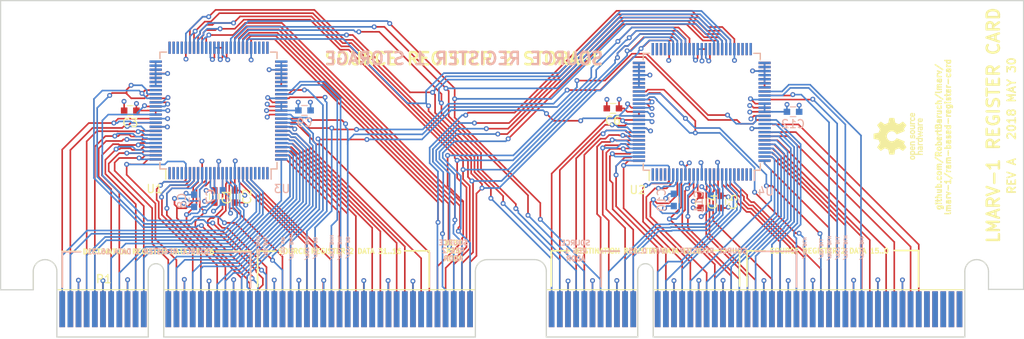
<source format=kicad_pcb>
(kicad_pcb (version 20171130) (host pcbnew "(5.0.0-rc2-35-gda6600525)")
  (layers (0 F.Cu signal) (1 GND signal hide) (2 VCC signal hide) (31 B.Cu signal) (34 B.Paste user) (35 F.Paste user) (36 B.SilkS user) (37 F.SilkS user) (38 B.Mask user) (39 F.Mask user) (44 Edge.Cuts user))
  (net 0 "")
  (net 1 /rd[31])
  (net 2 /rd[30])
  (net 3 /rd[29])
  (net 4 /rd[28])
  (net 5 /rd[27])
  (net 6 /rd[26])
  (net 7 /rd[25])
  (net 8 /rd[24])
  (net 9 /rs2[31])
  (net 10 /rs2[30])
  (net 11 /rs2[29])
  (net 12 /rs2[28])
  (net 13 /rs2[27])
  (net 14 /rs2[26])
  (net 15 /rs2[25])
  (net 16 /rs2[24])
  (net 17 /rd[23])
  (net 18 /rd[22])
  (net 19 /rd[21])
  (net 20 /rd[20])
  (net 21 /rd[19])
  (net 22 /rd[18])
  (net 23 /rd[17])
  (net 24 /rd[16])
  (net 25 /rd[15])
  (net 26 /rd[14])
  (net 27 /rd[13])
  (net 28 /rd[12])
  (net 29 /rd[11])
  (net 30 /rd[10])
  (net 31 /rd[9])
  (net 32 /rd[8])
  (net 33 /rd[7])
  (net 34 /rd[6])
  (net 35 /rd[5])
  (net 36 /rd[4])
  (net 37 /rd[3])
  (net 38 /rd[2])
  (net 39 /rd[1])
  (net 40 /rd[0])
  (net 41 /rda[4])
  (net 42 /rda[3])
  (net 43 /rda[2])
  (net 44 /rda[1])
  (net 45 /rda[0])
  (net 46 /rs2[23])
  (net 47 /rs2[22])
  (net 48 /rs2[21])
  (net 49 /rs2[20])
  (net 50 /rs2[19])
  (net 51 /rs2[18])
  (net 52 /rs2[17])
  (net 53 /rs2[16])
  (net 54 /rs2[15])
  (net 55 /rs2[14])
  (net 56 /rs2[13])
  (net 57 /rs2[12])
  (net 58 /rs2[11])
  (net 59 /rs2[10])
  (net 60 /rs2[9])
  (net 61 /rs2[8])
  (net 62 /rs2[7])
  (net 63 /rs2[6])
  (net 64 /rs2[5])
  (net 65 /rs2[4])
  (net 66 /rs2[3])
  (net 67 /rs2[2])
  (net 68 /rs2[1])
  (net 69 /rs2[0])
  (net 70 /rs2a[4])
  (net 71 /rs2a[3])
  (net 72 /rs2a[2])
  (net 73 /rs2a[1])
  (net 74 /rs2a[0])
  (net 75 /rs1[31])
  (net 76 /rs1[23])
  (net 77 "Net-(P1-Pad94)")
  (net 78 "Net-(P1-Pad95)")
  (net 79 "Net-(P1-Pad96)")
  (net 80 "Net-(P1-Pad97)")
  (net 81 "Net-(P1-Pad98)")
  (net 82 /rs1[30])
  (net 83 /rs1[29])
  (net 84 /rs1[28])
  (net 85 /rs1[27])
  (net 86 /rs1[26])
  (net 87 /rs1[25])
  (net 88 /rs1[24])
  (net 89 /rs1[22])
  (net 90 /rs1[21])
  (net 91 /rs1[20])
  (net 92 /rs1[19])
  (net 93 /rs1[18])
  (net 94 /rs1[17])
  (net 95 /rs1[16])
  (net 96 /rs1[15])
  (net 97 /rs1[14])
  (net 98 /rs1[13])
  (net 99 /rs1[12])
  (net 100 /rs1[11])
  (net 101 /rs1[10])
  (net 102 /rs1[9])
  (net 103 /rs1[8])
  (net 104 /rs1[7])
  (net 105 /rs1[6])
  (net 106 /rs1[5])
  (net 107 /rs1[4])
  (net 108 /rs1[3])
  (net 109 /rs1[2])
  (net 110 /rs1[1])
  (net 111 /rs1[0])
  (net 112 /rs1a[4])
  (net 113 /rs1a[3])
  (net 114 /rs1a[2])
  (net 115 /rs1a[1])
  (net 116 /rs1a[0])
  (net 117 GND)
  (net 118 VCC)
  (net 119 "Net-(U1-Pad65)")
  (net 120 "Net-(U1-Pad60)")
  (net 121 "Net-(U2-Pad60)")
  (net 122 "Net-(U2-Pad65)")
  (net 123 "Net-(P1-Pad133)")
  (net 124 "Net-(P1-Pad135)")
  (net 125 "Net-(P1-Pad136)")
  (net 126 "Net-(P1-Pad138)")
  (net 127 "Net-(P1-Pad139)")
  (net 128 "Net-(P1-Pad141)")
  (net 129 "Net-(P1-Pad142)")
  (net 130 "Net-(P1-Pad185)")
  (net 131 "Net-(P1-Pad187)")
  (net 132 "Net-(P1-Pad188)")
  (net 133 "Net-(P1-Pad190)")
  (net 134 "Net-(P1-Pad191)")
  (net 135 /~rd_bhh)
  (net 136 /~rd_bhl)
  (net 137 /~rd_wr)
  (net 138 /~rs2_bhh)
  (net 139 /~rs2_bhl)
  (net 140 /~rs2_rd)
  (net 141 /~rs1_bhh)
  (net 142 /~rs1_bhl)
  (net 143 /~rs1_rd)
  (net 144 /~rs2_bll)
  (net 145 /~rs2_blh)
  (net 146 /~rd_blh)
  (net 147 /~rd_bll)
  (net 148 "Net-(U3-Pad65)")
  (net 149 "Net-(U3-Pad60)")
  (net 150 /~rs1_bll)
  (net 151 /~rs1_blh)
  (net 152 "Net-(U4-Pad60)")
  (net 153 "Net-(U4-Pad65)")
  (net 154 "Net-(P1-Pad192)")
  (net 155 "Net-(P1-Pad193)")
  (net 156 "Net-(P1-Pad194)")
  (net 157 "Net-(P1-Pad195)")
  (net 158 "Net-(P1-Pad196)")
  (module lmarv:PCI-EXPRESS (layer F.Cu) (at 73.450601 83.089801)
    (fp_text reference P1 (at -6.4 -7.11) (layer F.SilkS))
    (fp_text value dual-pcie-cardedge)
    (pad 1 connect rect (at -11.5 -3.4) (size 0.7 4.4) (layers F.Cu F.Mask) (net 1 /rd[31]))
    (pad 2 connect rect (at -10.5 -3.4) (size 0.7 4.4) (layers F.Cu F.Mask) (net 2 /rd[30]))
    (pad 3 connect rect (at -9.5 -3.4) (size 0.7 4.4) (layers F.Cu F.Mask) (net 117 GND))
    (pad 4 connect rect (at -8.5 -3.4) (size 0.7 4.4) (layers F.Cu F.Mask) (net 3 /rd[29]))
    (pad 5 connect rect (at -7.5 -3.4) (size 0.7 4.4) (layers F.Cu F.Mask) (net 4 /rd[28]))
    (pad 6 connect rect (at -6.5 -3.4) (size 0.7 4.4) (layers F.Cu F.Mask) (net 118 VCC))
    (pad 7 connect rect (at -5.5 -3.4) (size 0.7 4.4) (layers F.Cu F.Mask) (net 5 /rd[27]))
    (pad 8 connect rect (at -4.5 -3.4) (size 0.7 4.4) (layers F.Cu F.Mask) (net 6 /rd[26]))
    (pad 9 connect rect (at -3.5 -3.4) (size 0.7 4.4) (layers F.Cu F.Mask) (net 117 GND))
    (pad 10 connect rect (at -2.5 -3.4) (size 0.7 4.4) (layers F.Cu F.Mask) (net 7 /rd[25]))
    (pad 11 connect rect (at -1.5 -3.4) (size 0.7 4.4) (layers F.Cu F.Mask) (net 8 /rd[24]))
    (pad 99 connect rect (at -11.5 -3.4) (size 0.7 4.4) (layers B.Cu B.Mask) (net 75 /rs1[31]))
    (pad 100 connect rect (at -10.5 -3.4) (size 0.7 4.4) (layers B.Cu B.Mask) (net 82 /rs1[30]))
    (pad 101 connect rect (at -9.5 -3.4) (size 0.7 4.4) (layers B.Cu B.Mask) (net 117 GND))
    (pad 102 connect rect (at -8.5 -3.4) (size 0.7 4.4) (layers B.Cu B.Mask) (net 83 /rs1[29]))
    (pad 103 connect rect (at -7.5 -3.4) (size 0.7 4.4) (layers B.Cu B.Mask) (net 84 /rs1[28]))
    (pad 104 connect rect (at -6.5 -3.4) (size 0.7 4.4) (layers B.Cu B.Mask) (net 118 VCC))
    (pad 105 connect rect (at -5.5 -3.4) (size 0.7 4.4) (layers B.Cu B.Mask) (net 85 /rs1[27]))
    (pad 106 connect rect (at -4.5 -3.4) (size 0.7 4.4) (layers B.Cu B.Mask) (net 86 /rs1[26]))
    (pad 107 connect rect (at -3.5 -3.4) (size 0.7 4.4) (layers B.Cu B.Mask) (net 117 GND))
    (pad 108 connect rect (at -2.5 -3.4) (size 0.7 4.4) (layers B.Cu B.Mask) (net 87 /rs1[25]))
    (pad 109 connect rect (at -1.5 -3.4) (size 0.7 4.4) (layers B.Cu B.Mask) (net 88 /rs1[24]))
    (pad 12 connect rect (at 1.5 -3.4) (size 0.7 4.4) (layers F.Cu F.Mask) (net 17 /rd[23]))
    (pad 13 connect rect (at 2.5 -3.4) (size 0.7 4.4) (layers F.Cu F.Mask) (net 18 /rd[22]))
    (pad 14 connect rect (at 3.5 -3.4) (size 0.7 4.4) (layers F.Cu F.Mask) (net 117 GND))
    (pad 15 connect rect (at 4.5 -3.4) (size 0.7 4.4) (layers F.Cu F.Mask) (net 19 /rd[21]))
    (pad 16 connect rect (at 5.5 -3.4) (size 0.7 4.4) (layers F.Cu F.Mask) (net 20 /rd[20]))
    (pad 17 connect rect (at 6.5 -3.4) (size 0.7 4.4) (layers F.Cu F.Mask) (net 118 VCC))
    (pad 18 connect rect (at 7.5 -3.4) (size 0.7 4.4) (layers F.Cu F.Mask) (net 21 /rd[19]))
    (pad 19 connect rect (at 8.5 -3.4) (size 0.7 4.4) (layers F.Cu F.Mask) (net 22 /rd[18]))
    (pad 20 connect rect (at 9.5 -3.4) (size 0.7 4.4) (layers F.Cu F.Mask) (net 117 GND))
    (pad 21 connect rect (at 10.5 -3.4) (size 0.7 4.4) (layers F.Cu F.Mask) (net 23 /rd[17]))
    (pad 22 connect rect (at 11.5 -3.4) (size 0.7 4.4) (layers F.Cu F.Mask) (net 24 /rd[16]))
    (pad 23 connect rect (at 12.5 -3.4) (size 0.7 4.4) (layers F.Cu F.Mask) (net 9 /rs2[31]))
    (pad 24 connect rect (at 13.5 -3.4) (size 0.7 4.4) (layers F.Cu F.Mask) (net 10 /rs2[30]))
    (pad 25 connect rect (at 14.5 -3.4) (size 0.7 4.4) (layers F.Cu F.Mask) (net 117 GND))
    (pad 26 connect rect (at 15.5 -3.4) (size 0.7 4.4) (layers F.Cu F.Mask) (net 11 /rs2[29]))
    (pad 27 connect rect (at 16.5 -3.4) (size 0.7 4.4) (layers F.Cu F.Mask) (net 12 /rs2[28]))
    (pad 28 connect rect (at 17.5 -3.4) (size 0.7 4.4) (layers F.Cu F.Mask) (net 118 VCC))
    (pad 29 connect rect (at 18.5 -3.4) (size 0.7 4.4) (layers F.Cu F.Mask) (net 13 /rs2[27]))
    (pad 30 connect rect (at 19.5 -3.4) (size 0.7 4.4) (layers F.Cu F.Mask) (net 14 /rs2[26]))
    (pad 31 connect rect (at 20.5 -3.4) (size 0.7 4.4) (layers F.Cu F.Mask) (net 117 GND))
    (pad 32 connect rect (at 21.5 -3.4) (size 0.7 4.4) (layers F.Cu F.Mask) (net 15 /rs2[25]))
    (pad 33 connect rect (at 22.5 -3.4) (size 0.7 4.4) (layers F.Cu F.Mask) (net 16 /rs2[24]))
    (pad 34 connect rect (at 23.5 -3.4) (size 0.7 4.4) (layers F.Cu F.Mask) (net 46 /rs2[23]))
    (pad 35 connect rect (at 24.5 -3.4) (size 0.7 4.4) (layers F.Cu F.Mask) (net 47 /rs2[22]))
    (pad 36 connect rect (at 25.5 -3.4) (size 0.7 4.4) (layers F.Cu F.Mask) (net 117 GND))
    (pad 37 connect rect (at 26.5 -3.4) (size 0.7 4.4) (layers F.Cu F.Mask) (net 48 /rs2[21]))
    (pad 38 connect rect (at 27.5 -3.4) (size 0.7 4.4) (layers F.Cu F.Mask) (net 49 /rs2[20]))
    (pad 39 connect rect (at 28.5 -3.4) (size 0.7 4.4) (layers F.Cu F.Mask) (net 118 VCC))
    (pad 40 connect rect (at 29.5 -3.4) (size 0.7 4.4) (layers F.Cu F.Mask) (net 50 /rs2[19]))
    (pad 41 connect rect (at 30.5 -3.4) (size 0.7 4.4) (layers F.Cu F.Mask) (net 51 /rs2[18]))
    (pad 42 connect rect (at 31.5 -3.4) (size 0.7 4.4) (layers F.Cu F.Mask) (net 117 GND))
    (pad 43 connect rect (at 32.5 -3.4) (size 0.7 4.4) (layers F.Cu F.Mask) (net 52 /rs2[17]))
    (pad 44 connect rect (at 33.5 -3.4) (size 0.7 4.4) (layers F.Cu F.Mask) (net 53 /rs2[16]))
    (pad 45 connect rect (at 34.5 -3.4) (size 0.7 4.4) (layers F.Cu F.Mask) (net 45 /rda[0]))
    (pad 46 connect rect (at 35.5 -3.4) (size 0.7 4.4) (layers F.Cu F.Mask) (net 44 /rda[1]))
    (pad 47 connect rect (at 36.5 -3.4) (size 0.7 4.4) (layers F.Cu F.Mask) (net 43 /rda[2]))
    (pad 48 connect rect (at 37.5 -3.4) (size 0.7 4.4) (layers F.Cu F.Mask) (net 42 /rda[3]))
    (pad 49 connect rect (at 38.5 -3.4) (size 0.7 4.4) (layers F.Cu F.Mask) (net 41 /rda[4]))
    (pad 110 connect rect (at 1.5 -3.4) (size 0.7 4.4) (layers B.Cu B.Mask) (net 76 /rs1[23]))
    (pad 111 connect rect (at 2.5 -3.4) (size 0.7 4.4) (layers B.Cu B.Mask) (net 89 /rs1[22]))
    (pad 112 connect rect (at 3.5 -3.4) (size 0.7 4.4) (layers B.Cu B.Mask) (net 117 GND))
    (pad 113 connect rect (at 4.5 -3.4) (size 0.7 4.4) (layers B.Cu B.Mask) (net 90 /rs1[21]))
    (pad 114 connect rect (at 5.5 -3.4) (size 0.7 4.4) (layers B.Cu B.Mask) (net 91 /rs1[20]))
    (pad 115 connect rect (at 6.5 -3.4) (size 0.7 4.4) (layers B.Cu B.Mask) (net 118 VCC))
    (pad 116 connect rect (at 7.5 -3.4) (size 0.7 4.4) (layers B.Cu B.Mask) (net 92 /rs1[19]))
    (pad 117 connect rect (at 8.5 -3.4) (size 0.7 4.4) (layers B.Cu B.Mask) (net 93 /rs1[18]))
    (pad 118 connect rect (at 9.5 -3.4) (size 0.7 4.4) (layers B.Cu B.Mask) (net 117 GND))
    (pad 119 connect rect (at 10.5 -3.4) (size 0.7 4.4) (layers B.Cu B.Mask) (net 94 /rs1[17]))
    (pad 120 connect rect (at 11.5 -3.4) (size 0.7 4.4) (layers B.Cu B.Mask) (net 95 /rs1[16]))
    (pad 121 connect rect (at 12.5 -3.4) (size 0.7 4.4) (layers B.Cu B.Mask) (net 135 /~rd_bhh))
    (pad 122 connect rect (at 13.5 -3.4) (size 0.7 4.4) (layers B.Cu B.Mask) (net 136 /~rd_bhl))
    (pad 123 connect rect (at 14.5 -3.4) (size 0.7 4.4) (layers B.Cu B.Mask) (net 117 GND))
    (pad 124 connect rect (at 15.5 -3.4) (size 0.7 4.4) (layers B.Cu B.Mask) (net 137 /~rd_wr))
    (pad 125 connect rect (at 16.5 -3.4) (size 0.7 4.4) (layers B.Cu B.Mask) (net 138 /~rs2_bhh))
    (pad 126 connect rect (at 17.5 -3.4) (size 0.7 4.4) (layers B.Cu B.Mask) (net 118 VCC))
    (pad 127 connect rect (at 18.5 -3.4) (size 0.7 4.4) (layers B.Cu B.Mask) (net 139 /~rs2_bhl))
    (pad 128 connect rect (at 19.5 -3.4) (size 0.7 4.4) (layers B.Cu B.Mask) (net 140 /~rs2_rd))
    (pad 129 connect rect (at 20.5 -3.4) (size 0.7 4.4) (layers B.Cu B.Mask) (net 117 GND))
    (pad 130 connect rect (at 21.5 -3.4) (size 0.7 4.4) (layers B.Cu B.Mask) (net 141 /~rs1_bhh))
    (pad 131 connect rect (at 22.5 -3.4) (size 0.7 4.4) (layers B.Cu B.Mask) (net 142 /~rs1_bhl))
    (pad 132 connect rect (at 23.5 -3.4) (size 0.7 4.4) (layers B.Cu B.Mask) (net 143 /~rs1_rd))
    (pad 133 connect rect (at 24.5 -3.4) (size 0.7 4.4) (layers B.Cu B.Mask) (net 123 "Net-(P1-Pad133)"))
    (pad 134 connect rect (at 25.5 -3.4) (size 0.7 4.4) (layers B.Cu B.Mask) (net 117 GND))
    (pad 135 connect rect (at 26.5 -3.4) (size 0.7 4.4) (layers B.Cu B.Mask) (net 124 "Net-(P1-Pad135)"))
    (pad 136 connect rect (at 27.5 -3.4) (size 0.7 4.4) (layers B.Cu B.Mask) (net 125 "Net-(P1-Pad136)"))
    (pad 137 connect rect (at 28.5 -3.4) (size 0.7 4.4) (layers B.Cu B.Mask) (net 118 VCC))
    (pad 138 connect rect (at 29.5 -3.4) (size 0.7 4.4) (layers B.Cu B.Mask) (net 126 "Net-(P1-Pad138)"))
    (pad 139 connect rect (at 30.5 -3.4) (size 0.7 4.4) (layers B.Cu B.Mask) (net 127 "Net-(P1-Pad139)"))
    (pad 140 connect rect (at 31.5 -3.4) (size 0.7 4.4) (layers B.Cu B.Mask) (net 117 GND))
    (pad 141 connect rect (at 32.5 -3.4) (size 0.7 4.4) (layers B.Cu B.Mask) (net 128 "Net-(P1-Pad141)"))
    (pad 142 connect rect (at 33.5 -3.4) (size 0.7 4.4) (layers B.Cu B.Mask) (net 129 "Net-(P1-Pad142)"))
    (pad 143 connect rect (at 34.5 -3.4) (size 0.7 4.4) (layers B.Cu B.Mask) (net 70 /rs2a[4]))
    (pad 144 connect rect (at 35.5 -3.4) (size 0.7 4.4) (layers B.Cu B.Mask) (net 71 /rs2a[3]))
    (pad 145 connect rect (at 36.5 -3.4) (size 0.7 4.4) (layers B.Cu B.Mask) (net 72 /rs2a[2]))
    (pad 146 connect rect (at 37.5 -3.4) (size 0.7 4.4) (layers B.Cu B.Mask) (net 73 /rs2a[1]))
    (pad 147 connect rect (at 38.5 -3.4) (size 0.7 4.4) (layers B.Cu B.Mask) (net 74 /rs2a[0]))
    (pad 50 connect rect (at 48.5 -3.4) (size 0.7 4.4) (layers F.Cu F.Mask) (net 25 /rd[15]))
    (pad 61 connect rect (at 61.5 -3.4) (size 0.7 4.4) (layers F.Cu F.Mask) (net 33 /rd[7]))
    (pad 148 connect rect (at 48.5 -3.4) (size 0.7 4.4) (layers B.Cu B.Mask) (net 112 /rs1a[4]))
    (pad 159 connect rect (at 61.5 -3.4) (size 0.7 4.4) (layers B.Cu B.Mask) (net 99 /rs1[12]))
    (pad 51 connect rect (at 49.5 -3.4) (size 0.7 4.4) (layers F.Cu F.Mask) (net 26 /rd[14]))
    (pad 52 connect rect (at 50.5 -3.4) (size 0.7 4.4) (layers F.Cu F.Mask) (net 117 GND))
    (pad 53 connect rect (at 51.5 -3.4) (size 0.7 4.4) (layers F.Cu F.Mask) (net 27 /rd[13]))
    (pad 54 connect rect (at 52.5 -3.4) (size 0.7 4.4) (layers F.Cu F.Mask) (net 28 /rd[12]))
    (pad 55 connect rect (at 53.5 -3.4) (size 0.7 4.4) (layers F.Cu F.Mask) (net 118 VCC))
    (pad 56 connect rect (at 54.5 -3.4) (size 0.7 4.4) (layers F.Cu F.Mask) (net 29 /rd[11]))
    (pad 57 connect rect (at 55.5 -3.4) (size 0.7 4.4) (layers F.Cu F.Mask) (net 30 /rd[10]))
    (pad 58 connect rect (at 56.5 -3.4) (size 0.7 4.4) (layers F.Cu F.Mask) (net 117 GND))
    (pad 59 connect rect (at 57.5 -3.4) (size 0.7 4.4) (layers F.Cu F.Mask) (net 31 /rd[9]))
    (pad 60 connect rect (at 58.5 -3.4) (size 0.7 4.4) (layers F.Cu F.Mask) (net 32 /rd[8]))
    (pad 62 connect rect (at 62.5 -3.4) (size 0.7 4.4) (layers F.Cu F.Mask) (net 34 /rd[6]))
    (pad 63 connect rect (at 63.5 -3.4) (size 0.7 4.4) (layers F.Cu F.Mask) (net 117 GND))
    (pad 64 connect rect (at 64.5 -3.4) (size 0.7 4.4) (layers F.Cu F.Mask) (net 35 /rd[5]))
    (pad 65 connect rect (at 65.5 -3.4) (size 0.7 4.4) (layers F.Cu F.Mask) (net 36 /rd[4]))
    (pad 66 connect rect (at 66.5 -3.4) (size 0.7 4.4) (layers F.Cu F.Mask) (net 118 VCC))
    (pad 67 connect rect (at 67.5 -3.4) (size 0.7 4.4) (layers F.Cu F.Mask) (net 37 /rd[3]))
    (pad 68 connect rect (at 68.5 -3.4) (size 0.7 4.4) (layers F.Cu F.Mask) (net 38 /rd[2]))
    (pad 69 connect rect (at 69.5 -3.4) (size 0.7 4.4) (layers F.Cu F.Mask) (net 117 GND))
    (pad 70 connect rect (at 70.5 -3.4) (size 0.7 4.4) (layers F.Cu F.Mask) (net 39 /rd[1]))
    (pad 71 connect rect (at 71.5 -3.4) (size 0.7 4.4) (layers F.Cu F.Mask) (net 40 /rd[0]))
    (pad 72 connect rect (at 72.5 -3.4) (size 0.7 4.4) (layers F.Cu F.Mask) (net 54 /rs2[15]))
    (pad 73 connect rect (at 73.5 -3.4) (size 0.7 4.4) (layers F.Cu F.Mask) (net 55 /rs2[14]))
    (pad 74 connect rect (at 74.5 -3.4) (size 0.7 4.4) (layers F.Cu F.Mask) (net 117 GND))
    (pad 75 connect rect (at 75.5 -3.4) (size 0.7 4.4) (layers F.Cu F.Mask) (net 56 /rs2[13]))
    (pad 76 connect rect (at 76.5 -3.4) (size 0.7 4.4) (layers F.Cu F.Mask) (net 57 /rs2[12]))
    (pad 77 connect rect (at 77.5 -3.4) (size 0.7 4.4) (layers F.Cu F.Mask) (net 118 VCC))
    (pad 78 connect rect (at 78.5 -3.4) (size 0.7 4.4) (layers F.Cu F.Mask) (net 58 /rs2[11]))
    (pad 79 connect rect (at 79.5 -3.4) (size 0.7 4.4) (layers F.Cu F.Mask) (net 59 /rs2[10]))
    (pad 80 connect rect (at 80.5 -3.4) (size 0.7 4.4) (layers F.Cu F.Mask) (net 117 GND))
    (pad 81 connect rect (at 81.5 -3.4) (size 0.7 4.4) (layers F.Cu F.Mask) (net 60 /rs2[9]))
    (pad 82 connect rect (at 82.5 -3.4) (size 0.7 4.4) (layers F.Cu F.Mask) (net 61 /rs2[8]))
    (pad 83 connect rect (at 83.5 -3.4) (size 0.7 4.4) (layers F.Cu F.Mask) (net 62 /rs2[7]))
    (pad 84 connect rect (at 84.5 -3.4) (size 0.7 4.4) (layers F.Cu F.Mask) (net 63 /rs2[6]))
    (pad 85 connect rect (at 85.5 -3.4) (size 0.7 4.4) (layers F.Cu F.Mask) (net 117 GND))
    (pad 86 connect rect (at 86.5 -3.4) (size 0.7 4.4) (layers F.Cu F.Mask) (net 64 /rs2[5]))
    (pad 87 connect rect (at 87.5 -3.4) (size 0.7 4.4) (layers F.Cu F.Mask) (net 65 /rs2[4]))
    (pad 88 connect rect (at 88.5 -3.4) (size 0.7 4.4) (layers F.Cu F.Mask) (net 118 VCC))
    (pad 89 connect rect (at 89.5 -3.4) (size 0.7 4.4) (layers F.Cu F.Mask) (net 66 /rs2[3]))
    (pad 90 connect rect (at 90.5 -3.4) (size 0.7 4.4) (layers F.Cu F.Mask) (net 67 /rs2[2]))
    (pad 91 connect rect (at 91.5 -3.4) (size 0.7 4.4) (layers F.Cu F.Mask) (net 117 GND))
    (pad 92 connect rect (at 92.5 -3.4) (size 0.7 4.4) (layers F.Cu F.Mask) (net 68 /rs2[1]))
    (pad 93 connect rect (at 93.5 -3.4) (size 0.7 4.4) (layers F.Cu F.Mask) (net 69 /rs2[0]))
    (pad 94 connect rect (at 94.5 -3.4) (size 0.7 4.4) (layers F.Cu F.Mask) (net 77 "Net-(P1-Pad94)"))
    (pad 95 connect rect (at 95.5 -3.4) (size 0.7 4.4) (layers F.Cu F.Mask) (net 78 "Net-(P1-Pad95)"))
    (pad 96 connect rect (at 96.5 -3.4) (size 0.7 4.4) (layers F.Cu F.Mask) (net 79 "Net-(P1-Pad96)"))
    (pad 97 connect rect (at 97.5 -3.4) (size 0.7 4.4) (layers F.Cu F.Mask) (net 80 "Net-(P1-Pad97)"))
    (pad 98 connect rect (at 98.5 -3.4) (size 0.7 4.4) (layers F.Cu F.Mask) (net 81 "Net-(P1-Pad98)"))
    (pad 149 connect rect (at 49.5 -3.4) (size 0.7 4.4) (layers B.Cu B.Mask) (net 113 /rs1a[3]))
    (pad 150 connect rect (at 50.5 -3.4) (size 0.7 4.4) (layers B.Cu B.Mask) (net 117 GND))
    (pad 151 connect rect (at 51.5 -3.4) (size 0.7 4.4) (layers B.Cu B.Mask) (net 114 /rs1a[2]))
    (pad 152 connect rect (at 52.5 -3.4) (size 0.7 4.4) (layers B.Cu B.Mask) (net 115 /rs1a[1]))
    (pad 153 connect rect (at 53.5 -3.4) (size 0.7 4.4) (layers B.Cu B.Mask) (net 118 VCC))
    (pad 154 connect rect (at 54.5 -3.4) (size 0.7 4.4) (layers B.Cu B.Mask) (net 116 /rs1a[0]))
    (pad 155 connect rect (at 55.5 -3.4) (size 0.7 4.4) (layers B.Cu B.Mask) (net 96 /rs1[15]))
    (pad 156 connect rect (at 56.5 -3.4) (size 0.7 4.4) (layers B.Cu B.Mask) (net 117 GND))
    (pad 157 connect rect (at 57.5 -3.4) (size 0.7 4.4) (layers B.Cu B.Mask) (net 97 /rs1[14]))
    (pad 158 connect rect (at 58.5 -3.4) (size 0.7 4.4) (layers B.Cu B.Mask) (net 98 /rs1[13]))
    (pad 160 connect rect (at 62.5 -3.4) (size 0.7 4.4) (layers B.Cu B.Mask) (net 100 /rs1[11]))
    (pad 161 connect rect (at 63.5 -3.4) (size 0.7 4.4) (layers B.Cu B.Mask) (net 117 GND))
    (pad 162 connect rect (at 64.5 -3.4) (size 0.7 4.4) (layers B.Cu B.Mask) (net 101 /rs1[10]))
    (pad 163 connect rect (at 65.5 -3.4) (size 0.7 4.4) (layers B.Cu B.Mask) (net 102 /rs1[9]))
    (pad 164 connect rect (at 66.5 -3.4) (size 0.7 4.4) (layers B.Cu B.Mask) (net 118 VCC))
    (pad 165 connect rect (at 67.5 -3.4) (size 0.7 4.4) (layers B.Cu B.Mask) (net 103 /rs1[8]))
    (pad 166 connect rect (at 68.5 -3.4) (size 0.7 4.4) (layers B.Cu B.Mask) (net 104 /rs1[7]))
    (pad 167 connect rect (at 69.5 -3.4) (size 0.7 4.4) (layers B.Cu B.Mask) (net 117 GND))
    (pad 168 connect rect (at 70.5 -3.4) (size 0.7 4.4) (layers B.Cu B.Mask) (net 105 /rs1[6]))
    (pad 169 connect rect (at 71.5 -3.4) (size 0.7 4.4) (layers B.Cu B.Mask) (net 106 /rs1[5]))
    (pad 170 connect rect (at 72.5 -3.4) (size 0.7 4.4) (layers B.Cu B.Mask) (net 107 /rs1[4]))
    (pad 171 connect rect (at 73.5 -3.4) (size 0.7 4.4) (layers B.Cu B.Mask) (net 108 /rs1[3]))
    (pad 172 connect rect (at 74.5 -3.4) (size 0.7 4.4) (layers B.Cu B.Mask) (net 117 GND))
    (pad 173 connect rect (at 75.5 -3.4) (size 0.7 4.4) (layers B.Cu B.Mask) (net 109 /rs1[2]))
    (pad 174 connect rect (at 76.5 -3.4) (size 0.7 4.4) (layers B.Cu B.Mask) (net 110 /rs1[1]))
    (pad 175 connect rect (at 77.5 -3.4) (size 0.7 4.4) (layers B.Cu B.Mask) (net 118 VCC))
    (pad 176 connect rect (at 78.5 -3.4) (size 0.7 4.4) (layers B.Cu B.Mask) (net 111 /rs1[0]))
    (pad 177 connect rect (at 79.5 -3.4) (size 0.7 4.4) (layers B.Cu B.Mask) (net 146 /~rd_blh))
    (pad 178 connect rect (at 80.5 -3.4) (size 0.7 4.4) (layers B.Cu B.Mask) (net 117 GND))
    (pad 179 connect rect (at 81.5 -3.4) (size 0.7 4.4) (layers B.Cu B.Mask) (net 147 /~rd_bll))
    (pad 180 connect rect (at 82.5 -3.4) (size 0.7 4.4) (layers B.Cu B.Mask) (net 145 /~rs2_blh))
    (pad 181 connect rect (at 83.5 -3.4) (size 0.7 4.4) (layers B.Cu B.Mask) (net 144 /~rs2_bll))
    (pad 182 connect rect (at 84.5 -3.4) (size 0.7 4.4) (layers B.Cu B.Mask) (net 151 /~rs1_blh))
    (pad 183 connect rect (at 85.5 -3.4) (size 0.7 4.4) (layers B.Cu B.Mask) (net 117 GND))
    (pad 184 connect rect (at 86.5 -3.4) (size 0.7 4.4) (layers B.Cu B.Mask) (net 150 /~rs1_bll))
    (pad 185 connect rect (at 87.5 -3.4) (size 0.7 4.4) (layers B.Cu B.Mask) (net 130 "Net-(P1-Pad185)"))
    (pad 186 connect rect (at 88.5 -3.4) (size 0.7 4.4) (layers B.Cu B.Mask) (net 118 VCC))
    (pad 187 connect rect (at 89.5 -3.4) (size 0.7 4.4) (layers B.Cu B.Mask) (net 131 "Net-(P1-Pad187)"))
    (pad 188 connect rect (at 90.5 -3.4) (size 0.7 4.4) (layers B.Cu B.Mask) (net 132 "Net-(P1-Pad188)"))
    (pad 189 connect rect (at 91.5 -3.4) (size 0.7 4.4) (layers B.Cu B.Mask) (net 117 GND))
    (pad 190 connect rect (at 92.5 -3.4) (size 0.7 4.4) (layers B.Cu B.Mask) (net 133 "Net-(P1-Pad190)"))
    (pad 191 connect rect (at 93.5 -3.4) (size 0.7 4.4) (layers B.Cu B.Mask) (net 134 "Net-(P1-Pad191)"))
    (pad 192 connect rect (at 94.5 -3.4) (size 0.7 4.4) (layers B.Cu B.Mask) (net 154 "Net-(P1-Pad192)"))
    (pad 193 connect rect (at 95.5 -3.4) (size 0.7 4.4) (layers B.Cu B.Mask) (net 155 "Net-(P1-Pad193)"))
    (pad 194 connect rect (at 96.5 -3.4) (size 0.7 4.4) (layers B.Cu B.Mask) (net 156 "Net-(P1-Pad194)"))
    (pad 195 connect rect (at 97.5 -3.4) (size 0.7 4.4) (layers B.Cu B.Mask) (net 157 "Net-(P1-Pad195)"))
    (pad 196 connect rect (at 98.5 -3.4) (size 0.7 4.4) (layers B.Cu B.Mask) (net 158 "Net-(P1-Pad196)"))
  )
  (module Housings_QFP:TQFP-100_14x14mm_Pitch0.5mm (layer F.Cu) (at 81.106 55.292 90)
    (fp_text reference U1 (at -9.618 -7.826 180) (layer F.SilkS))
    (fp_text value IDT70V24_TQ100)
    (pad 100 smd rect (at -6 -7.7 180) (size 1.5 0.3) (layers F.Cu F.Paste F.Mask) (net 18 /rd[22]))
    (pad 99 smd rect (at -5.5 -7.7 180) (size 1.5 0.3) (layers F.Cu F.Paste F.Mask) (net 17 /rd[23]))
    (pad 98 smd rect (at -5 -7.7 180) (size 1.5 0.3) (layers F.Cu F.Paste F.Mask) (net 8 /rd[24]))
    (pad 97 smd rect (at -4.5 -7.7 180) (size 1.5 0.3) (layers F.Cu F.Paste F.Mask) (net 7 /rd[25]))
    (pad 96 smd rect (at -4 -7.7 180) (size 1.5 0.3) (layers F.Cu F.Paste F.Mask) (net 6 /rd[26]))
    (pad 95 smd rect (at -3.5 -7.7 180) (size 1.5 0.3) (layers F.Cu F.Paste F.Mask) (net 5 /rd[27]))
    (pad 94 smd rect (at -3 -7.7 180) (size 1.5 0.3) (layers F.Cu F.Paste F.Mask) (net 4 /rd[28]))
    (pad 93 smd rect (at -2.5 -7.7 180) (size 1.5 0.3) (layers F.Cu F.Paste F.Mask) (net 3 /rd[29]))
    (pad 92 smd rect (at -2 -7.7 180) (size 1.5 0.3) (layers F.Cu F.Paste F.Mask) (net 117 GND))
    (pad 91 smd rect (at -1.5 -7.7 180) (size 1.5 0.3) (layers F.Cu F.Paste F.Mask) (net 2 /rd[30]))
    (pad 90 smd rect (at -1 -7.7 180) (size 1.5 0.3) (layers F.Cu F.Paste F.Mask) (net 1 /rd[31]))
    (pad 89 smd rect (at -0.5 -7.7 180) (size 1.5 0.3) (layers F.Cu F.Paste F.Mask) (net 118 VCC))
    (pad 88 smd rect (at 0 -7.7 180) (size 1.5 0.3) (layers F.Cu F.Paste F.Mask) (net 118 VCC))
    (pad 87 smd rect (at 0.5 -7.7 180) (size 1.5 0.3) (layers F.Cu F.Paste F.Mask) (net 137 /~rd_wr))
    (pad 86 smd rect (at 1 -7.7 180) (size 1.5 0.3) (layers F.Cu F.Paste F.Mask) (net 118 VCC))
    (pad 85 smd rect (at 1.5 -7.7 180) (size 1.5 0.3) (layers F.Cu F.Paste F.Mask) (net 117 GND))
    (pad 84 smd rect (at 2 -7.7 180) (size 1.5 0.3) (layers F.Cu F.Paste F.Mask) (net 136 /~rd_bhl))
    (pad 83 smd rect (at 2.5 -7.7 180) (size 1.5 0.3) (layers F.Cu F.Paste F.Mask) (net 135 /~rd_bhh))
    (pad 82 smd rect (at 3 -7.7 180) (size 1.5 0.3) (layers F.Cu F.Paste F.Mask))
    (pad 81 smd rect (at 3.5 -7.7 180) (size 1.5 0.3) (layers F.Cu F.Paste F.Mask) (net 117 GND))
    (pad 80 smd rect (at 4 -7.7 180) (size 1.5 0.3) (layers F.Cu F.Paste F.Mask) (net 117 GND))
    (pad 79 smd rect (at 4.5 -7.7 180) (size 1.5 0.3) (layers F.Cu F.Paste F.Mask) (net 117 GND))
    (pad 78 smd rect (at 5 -7.7 180) (size 1.5 0.3) (layers F.Cu F.Paste F.Mask) (net 117 GND))
    (pad 77 smd rect (at 5.5 -7.7 180) (size 1.5 0.3) (layers F.Cu F.Paste F.Mask) (net 117 GND))
    (pad 76 smd rect (at 6 -7.7 180) (size 1.5 0.3) (layers F.Cu F.Paste F.Mask) (net 117 GND))
    (pad 75 smd rect (at 7.7 -6 90) (size 1.5 0.3) (layers F.Cu F.Paste F.Mask))
    (pad 74 smd rect (at 7.7 -5.5 90) (size 1.5 0.3) (layers F.Cu F.Paste F.Mask))
    (pad 73 smd rect (at 7.7 -5 90) (size 1.5 0.3) (layers F.Cu F.Paste F.Mask))
    (pad 72 smd rect (at 7.7 -4.5 90) (size 1.5 0.3) (layers F.Cu F.Paste F.Mask))
    (pad 71 smd rect (at 7.7 -4 90) (size 1.5 0.3) (layers F.Cu F.Paste F.Mask) (net 117 GND))
    (pad 70 smd rect (at 7.7 -3.5 90) (size 1.5 0.3) (layers F.Cu F.Paste F.Mask) (net 41 /rda[4]))
    (pad 69 smd rect (at 7.7 -3 90) (size 1.5 0.3) (layers F.Cu F.Paste F.Mask) (net 42 /rda[3]))
    (pad 68 smd rect (at 7.7 -2.5 90) (size 1.5 0.3) (layers F.Cu F.Paste F.Mask) (net 43 /rda[2]))
    (pad 67 smd rect (at 7.7 -2 90) (size 1.5 0.3) (layers F.Cu F.Paste F.Mask) (net 44 /rda[1]))
    (pad 66 smd rect (at 7.7 -1.5 90) (size 1.5 0.3) (layers F.Cu F.Paste F.Mask) (net 45 /rda[0]))
    (pad 65 smd rect (at 7.7 -1 90) (size 1.5 0.3) (layers F.Cu F.Paste F.Mask) (net 119 "Net-(U1-Pad65)"))
    (pad 64 smd rect (at 7.7 -0.5 90) (size 1.5 0.3) (layers F.Cu F.Paste F.Mask) (net 118 VCC))
    (pad 63 smd rect (at 7.7 0 90) (size 1.5 0.3) (layers F.Cu F.Paste F.Mask) (net 117 GND))
    (pad 62 smd rect (at 7.7 0.5 90) (size 1.5 0.3) (layers F.Cu F.Paste F.Mask) (net 117 GND))
    (pad 61 smd rect (at 7.7 1 90) (size 1.5 0.3) (layers F.Cu F.Paste F.Mask) (net 118 VCC))
    (pad 60 smd rect (at 7.7 1.5 90) (size 1.5 0.3) (layers F.Cu F.Paste F.Mask) (net 120 "Net-(U1-Pad60)"))
    (pad 59 smd rect (at 7.7 2 90) (size 1.5 0.3) (layers F.Cu F.Paste F.Mask) (net 74 /rs2a[0]))
    (pad 58 smd rect (at 7.7 2.5 90) (size 1.5 0.3) (layers F.Cu F.Paste F.Mask) (net 73 /rs2a[1]))
    (pad 57 smd rect (at 7.7 3 90) (size 1.5 0.3) (layers F.Cu F.Paste F.Mask) (net 72 /rs2a[2]))
    (pad 56 smd rect (at 7.7 3.5 90) (size 1.5 0.3) (layers F.Cu F.Paste F.Mask) (net 71 /rs2a[3]))
    (pad 55 smd rect (at 7.7 4 90) (size 1.5 0.3) (layers F.Cu F.Paste F.Mask) (net 70 /rs2a[4]))
    (pad 54 smd rect (at 7.7 4.5 90) (size 1.5 0.3) (layers F.Cu F.Paste F.Mask))
    (pad 53 smd rect (at 7.7 5 90) (size 1.5 0.3) (layers F.Cu F.Paste F.Mask))
    (pad 52 smd rect (at 7.7 5.5 90) (size 1.5 0.3) (layers F.Cu F.Paste F.Mask))
    (pad 51 smd rect (at 7.7 6 90) (size 1.5 0.3) (layers F.Cu F.Paste F.Mask))
    (pad 50 smd rect (at 6 7.7 180) (size 1.5 0.3) (layers F.Cu F.Paste F.Mask) (net 117 GND))
    (pad 49 smd rect (at 5.5 7.7 180) (size 1.5 0.3) (layers F.Cu F.Paste F.Mask) (net 117 GND))
    (pad 48 smd rect (at 5 7.7 180) (size 1.5 0.3) (layers F.Cu F.Paste F.Mask) (net 117 GND))
    (pad 47 smd rect (at 4.5 7.7 180) (size 1.5 0.3) (layers F.Cu F.Paste F.Mask) (net 117 GND))
    (pad 46 smd rect (at 4 7.7 180) (size 1.5 0.3) (layers F.Cu F.Paste F.Mask) (net 117 GND))
    (pad 45 smd rect (at 3.5 7.7 180) (size 1.5 0.3) (layers F.Cu F.Paste F.Mask) (net 117 GND))
    (pad 44 smd rect (at 3 7.7 180) (size 1.5 0.3) (layers F.Cu F.Paste F.Mask) (net 117 GND))
    (pad 43 smd rect (at 2.5 7.7 180) (size 1.5 0.3) (layers F.Cu F.Paste F.Mask))
    (pad 42 smd rect (at 2 7.7 180) (size 1.5 0.3) (layers F.Cu F.Paste F.Mask) (net 138 /~rs2_bhh))
    (pad 41 smd rect (at 1.5 7.7 180) (size 1.5 0.3) (layers F.Cu F.Paste F.Mask) (net 139 /~rs2_bhl))
    (pad 40 smd rect (at 1 7.7 180) (size 1.5 0.3) (layers F.Cu F.Paste F.Mask) (net 117 GND))
    (pad 39 smd rect (at 0.5 7.7 180) (size 1.5 0.3) (layers F.Cu F.Paste F.Mask) (net 118 VCC))
    (pad 38 smd rect (at 0 7.7 180) (size 1.5 0.3) (layers F.Cu F.Paste F.Mask) (net 117 GND))
    (pad 37 smd rect (at -0.5 7.7 180) (size 1.5 0.3) (layers F.Cu F.Paste F.Mask) (net 118 VCC))
    (pad 36 smd rect (at -1 7.7 180) (size 1.5 0.3) (layers F.Cu F.Paste F.Mask) (net 140 /~rs2_rd))
    (pad 35 smd rect (at -1.5 7.7 180) (size 1.5 0.3) (layers F.Cu F.Paste F.Mask) (net 53 /rs2[16]))
    (pad 34 smd rect (at -2 7.7 180) (size 1.5 0.3) (layers F.Cu F.Paste F.Mask) (net 117 GND))
    (pad 33 smd rect (at -2.5 7.7 180) (size 1.5 0.3) (layers F.Cu F.Paste F.Mask) (net 52 /rs2[17]))
    (pad 32 smd rect (at -3 7.7 180) (size 1.5 0.3) (layers F.Cu F.Paste F.Mask) (net 51 /rs2[18]))
    (pad 31 smd rect (at -3.5 7.7 180) (size 1.5 0.3) (layers F.Cu F.Paste F.Mask) (net 50 /rs2[19]))
    (pad 30 smd rect (at -4 7.7 180) (size 1.5 0.3) (layers F.Cu F.Paste F.Mask) (net 49 /rs2[20]))
    (pad 29 smd rect (at -4.5 7.7 180) (size 1.5 0.3) (layers F.Cu F.Paste F.Mask) (net 48 /rs2[21]))
    (pad 28 smd rect (at -5 7.7 180) (size 1.5 0.3) (layers F.Cu F.Paste F.Mask) (net 47 /rs2[22]))
    (pad 27 smd rect (at -5.5 7.7 180) (size 1.5 0.3) (layers F.Cu F.Paste F.Mask) (net 46 /rs2[23]))
    (pad 26 smd rect (at -6 7.7 180) (size 1.5 0.3) (layers F.Cu F.Paste F.Mask) (net 16 /rs2[24]))
    (pad 25 smd rect (at -7.7 6 90) (size 1.5 0.3) (layers F.Cu F.Paste F.Mask))
    (pad 24 smd rect (at -7.7 5.5 90) (size 1.5 0.3) (layers F.Cu F.Paste F.Mask))
    (pad 23 smd rect (at -7.7 5 90) (size 1.5 0.3) (layers F.Cu F.Paste F.Mask))
    (pad 22 smd rect (at -7.7 4.5 90) (size 1.5 0.3) (layers F.Cu F.Paste F.Mask))
    (pad 21 smd rect (at -7.7 4 90) (size 1.5 0.3) (layers F.Cu F.Paste F.Mask) (net 15 /rs2[25]))
    (pad 20 smd rect (at -7.7 3.5 90) (size 1.5 0.3) (layers F.Cu F.Paste F.Mask) (net 14 /rs2[26]))
    (pad 19 smd rect (at -7.7 3 90) (size 1.5 0.3) (layers F.Cu F.Paste F.Mask) (net 13 /rs2[27]))
    (pad 18 smd rect (at -7.7 2.5 90) (size 1.5 0.3) (layers F.Cu F.Paste F.Mask) (net 12 /rs2[28]))
    (pad 17 smd rect (at -7.7 2 90) (size 1.5 0.3) (layers F.Cu F.Paste F.Mask) (net 118 VCC))
    (pad 16 smd rect (at -7.7 1.5 90) (size 1.5 0.3) (layers F.Cu F.Paste F.Mask) (net 11 /rs2[29]))
    (pad 15 smd rect (at -7.7 1 90) (size 1.5 0.3) (layers F.Cu F.Paste F.Mask) (net 10 /rs2[30]))
    (pad 14 smd rect (at -7.7 0.5 90) (size 1.5 0.3) (layers F.Cu F.Paste F.Mask) (net 9 /rs2[31]))
    (pad 13 smd rect (at -7.7 0 90) (size 1.5 0.3) (layers F.Cu F.Paste F.Mask) (net 117 GND))
    (pad 12 smd rect (at -7.7 -0.5 90) (size 1.5 0.3) (layers F.Cu F.Paste F.Mask) (net 118 VCC))
    (pad 11 smd rect (at -7.7 -1 90) (size 1.5 0.3) (layers F.Cu F.Paste F.Mask) (net 24 /rd[16]))
    (pad 10 smd rect (at -7.7 -1.5 90) (size 1.5 0.3) (layers F.Cu F.Paste F.Mask) (net 23 /rd[17]))
    (pad 9 smd rect (at -7.7 -2 90) (size 1.5 0.3) (layers F.Cu F.Paste F.Mask) (net 117 GND))
    (pad 8 smd rect (at -7.7 -2.5 90) (size 1.5 0.3) (layers F.Cu F.Paste F.Mask) (net 22 /rd[18]))
    (pad 7 smd rect (at -7.7 -3 90) (size 1.5 0.3) (layers F.Cu F.Paste F.Mask) (net 21 /rd[19]))
    (pad 6 smd rect (at -7.7 -3.5 90) (size 1.5 0.3) (layers F.Cu F.Paste F.Mask) (net 20 /rd[20]))
    (pad 5 smd rect (at -7.7 -4 90) (size 1.5 0.3) (layers F.Cu F.Paste F.Mask) (net 19 /rd[21]))
    (pad 4 smd rect (at -7.7 -4.5 90) (size 1.5 0.3) (layers F.Cu F.Paste F.Mask))
    (pad 3 smd rect (at -7.7 -5 90) (size 1.5 0.3) (layers F.Cu F.Paste F.Mask))
    (pad 2 smd rect (at -7.7 -5.5 90) (size 1.5 0.3) (layers F.Cu F.Paste F.Mask))
    (pad 1 smd rect (at -7.7 -6 90) (size 1.5 0.3) (layers F.Cu F.Paste F.Mask))
  )
  (module Housings_QFP:TQFP-100_14x14mm_Pitch0.5mm (layer F.Cu) (at 140.35 55.45 90)
    (fp_text reference U2 (at -9.59 -7.85 180) (layer F.SilkS))
    (fp_text value IDT70V24_TQ100)
    (pad 1 smd rect (at -7.7 -6 90) (size 1.5 0.3) (layers F.Cu F.Paste F.Mask))
    (pad 2 smd rect (at -7.7 -5.5 90) (size 1.5 0.3) (layers F.Cu F.Paste F.Mask))
    (pad 3 smd rect (at -7.7 -5 90) (size 1.5 0.3) (layers F.Cu F.Paste F.Mask))
    (pad 4 smd rect (at -7.7 -4.5 90) (size 1.5 0.3) (layers F.Cu F.Paste F.Mask))
    (pad 5 smd rect (at -7.7 -4 90) (size 1.5 0.3) (layers F.Cu F.Paste F.Mask) (net 35 /rd[5]))
    (pad 6 smd rect (at -7.7 -3.5 90) (size 1.5 0.3) (layers F.Cu F.Paste F.Mask) (net 36 /rd[4]))
    (pad 7 smd rect (at -7.7 -3 90) (size 1.5 0.3) (layers F.Cu F.Paste F.Mask) (net 37 /rd[3]))
    (pad 8 smd rect (at -7.7 -2.5 90) (size 1.5 0.3) (layers F.Cu F.Paste F.Mask) (net 38 /rd[2]))
    (pad 9 smd rect (at -7.7 -2 90) (size 1.5 0.3) (layers F.Cu F.Paste F.Mask) (net 117 GND))
    (pad 10 smd rect (at -7.7 -1.5 90) (size 1.5 0.3) (layers F.Cu F.Paste F.Mask) (net 39 /rd[1]))
    (pad 11 smd rect (at -7.7 -1 90) (size 1.5 0.3) (layers F.Cu F.Paste F.Mask) (net 40 /rd[0]))
    (pad 12 smd rect (at -7.7 -0.5 90) (size 1.5 0.3) (layers F.Cu F.Paste F.Mask) (net 118 VCC))
    (pad 13 smd rect (at -7.7 0 90) (size 1.5 0.3) (layers F.Cu F.Paste F.Mask) (net 117 GND))
    (pad 14 smd rect (at -7.7 0.5 90) (size 1.5 0.3) (layers F.Cu F.Paste F.Mask) (net 54 /rs2[15]))
    (pad 15 smd rect (at -7.7 1 90) (size 1.5 0.3) (layers F.Cu F.Paste F.Mask) (net 55 /rs2[14]))
    (pad 16 smd rect (at -7.7 1.5 90) (size 1.5 0.3) (layers F.Cu F.Paste F.Mask) (net 56 /rs2[13]))
    (pad 17 smd rect (at -7.7 2 90) (size 1.5 0.3) (layers F.Cu F.Paste F.Mask) (net 118 VCC))
    (pad 18 smd rect (at -7.7 2.5 90) (size 1.5 0.3) (layers F.Cu F.Paste F.Mask) (net 57 /rs2[12]))
    (pad 19 smd rect (at -7.7 3 90) (size 1.5 0.3) (layers F.Cu F.Paste F.Mask) (net 58 /rs2[11]))
    (pad 20 smd rect (at -7.7 3.5 90) (size 1.5 0.3) (layers F.Cu F.Paste F.Mask) (net 59 /rs2[10]))
    (pad 21 smd rect (at -7.7 4 90) (size 1.5 0.3) (layers F.Cu F.Paste F.Mask) (net 60 /rs2[9]))
    (pad 22 smd rect (at -7.7 4.5 90) (size 1.5 0.3) (layers F.Cu F.Paste F.Mask))
    (pad 23 smd rect (at -7.7 5 90) (size 1.5 0.3) (layers F.Cu F.Paste F.Mask))
    (pad 24 smd rect (at -7.7 5.5 90) (size 1.5 0.3) (layers F.Cu F.Paste F.Mask))
    (pad 25 smd rect (at -7.7 6 90) (size 1.5 0.3) (layers F.Cu F.Paste F.Mask))
    (pad 26 smd rect (at -6 7.7 180) (size 1.5 0.3) (layers F.Cu F.Paste F.Mask) (net 61 /rs2[8]))
    (pad 27 smd rect (at -5.5 7.7 180) (size 1.5 0.3) (layers F.Cu F.Paste F.Mask) (net 62 /rs2[7]))
    (pad 28 smd rect (at -5 7.7 180) (size 1.5 0.3) (layers F.Cu F.Paste F.Mask) (net 63 /rs2[6]))
    (pad 29 smd rect (at -4.5 7.7 180) (size 1.5 0.3) (layers F.Cu F.Paste F.Mask) (net 64 /rs2[5]))
    (pad 30 smd rect (at -4 7.7 180) (size 1.5 0.3) (layers F.Cu F.Paste F.Mask) (net 65 /rs2[4]))
    (pad 31 smd rect (at -3.5 7.7 180) (size 1.5 0.3) (layers F.Cu F.Paste F.Mask) (net 66 /rs2[3]))
    (pad 32 smd rect (at -3 7.7 180) (size 1.5 0.3) (layers F.Cu F.Paste F.Mask) (net 67 /rs2[2]))
    (pad 33 smd rect (at -2.5 7.7 180) (size 1.5 0.3) (layers F.Cu F.Paste F.Mask) (net 68 /rs2[1]))
    (pad 34 smd rect (at -2 7.7 180) (size 1.5 0.3) (layers F.Cu F.Paste F.Mask) (net 117 GND))
    (pad 35 smd rect (at -1.5 7.7 180) (size 1.5 0.3) (layers F.Cu F.Paste F.Mask) (net 69 /rs2[0]))
    (pad 36 smd rect (at -1 7.7 180) (size 1.5 0.3) (layers F.Cu F.Paste F.Mask) (net 140 /~rs2_rd))
    (pad 37 smd rect (at -0.5 7.7 180) (size 1.5 0.3) (layers F.Cu F.Paste F.Mask) (net 118 VCC))
    (pad 38 smd rect (at 0 7.7 180) (size 1.5 0.3) (layers F.Cu F.Paste F.Mask) (net 117 GND))
    (pad 39 smd rect (at 0.5 7.7 180) (size 1.5 0.3) (layers F.Cu F.Paste F.Mask) (net 118 VCC))
    (pad 40 smd rect (at 1 7.7 180) (size 1.5 0.3) (layers F.Cu F.Paste F.Mask) (net 117 GND))
    (pad 41 smd rect (at 1.5 7.7 180) (size 1.5 0.3) (layers F.Cu F.Paste F.Mask) (net 144 /~rs2_bll))
    (pad 42 smd rect (at 2 7.7 180) (size 1.5 0.3) (layers F.Cu F.Paste F.Mask) (net 145 /~rs2_blh))
    (pad 43 smd rect (at 2.5 7.7 180) (size 1.5 0.3) (layers F.Cu F.Paste F.Mask))
    (pad 44 smd rect (at 3 7.7 180) (size 1.5 0.3) (layers F.Cu F.Paste F.Mask) (net 117 GND))
    (pad 45 smd rect (at 3.5 7.7 180) (size 1.5 0.3) (layers F.Cu F.Paste F.Mask) (net 117 GND))
    (pad 46 smd rect (at 4 7.7 180) (size 1.5 0.3) (layers F.Cu F.Paste F.Mask) (net 117 GND))
    (pad 47 smd rect (at 4.5 7.7 180) (size 1.5 0.3) (layers F.Cu F.Paste F.Mask) (net 117 GND))
    (pad 48 smd rect (at 5 7.7 180) (size 1.5 0.3) (layers F.Cu F.Paste F.Mask) (net 117 GND))
    (pad 49 smd rect (at 5.5 7.7 180) (size 1.5 0.3) (layers F.Cu F.Paste F.Mask) (net 117 GND))
    (pad 50 smd rect (at 6 7.7 180) (size 1.5 0.3) (layers F.Cu F.Paste F.Mask) (net 117 GND))
    (pad 51 smd rect (at 7.7 6 90) (size 1.5 0.3) (layers F.Cu F.Paste F.Mask))
    (pad 52 smd rect (at 7.7 5.5 90) (size 1.5 0.3) (layers F.Cu F.Paste F.Mask))
    (pad 53 smd rect (at 7.7 5 90) (size 1.5 0.3) (layers F.Cu F.Paste F.Mask))
    (pad 54 smd rect (at 7.7 4.5 90) (size 1.5 0.3) (layers F.Cu F.Paste F.Mask))
    (pad 55 smd rect (at 7.7 4 90) (size 1.5 0.3) (layers F.Cu F.Paste F.Mask) (net 70 /rs2a[4]))
    (pad 56 smd rect (at 7.7 3.5 90) (size 1.5 0.3) (layers F.Cu F.Paste F.Mask) (net 71 /rs2a[3]))
    (pad 57 smd rect (at 7.7 3 90) (size 1.5 0.3) (layers F.Cu F.Paste F.Mask) (net 72 /rs2a[2]))
    (pad 58 smd rect (at 7.7 2.5 90) (size 1.5 0.3) (layers F.Cu F.Paste F.Mask) (net 73 /rs2a[1]))
    (pad 59 smd rect (at 7.7 2 90) (size 1.5 0.3) (layers F.Cu F.Paste F.Mask) (net 74 /rs2a[0]))
    (pad 60 smd rect (at 7.7 1.5 90) (size 1.5 0.3) (layers F.Cu F.Paste F.Mask) (net 121 "Net-(U2-Pad60)"))
    (pad 61 smd rect (at 7.7 1 90) (size 1.5 0.3) (layers F.Cu F.Paste F.Mask) (net 118 VCC))
    (pad 62 smd rect (at 7.7 0.5 90) (size 1.5 0.3) (layers F.Cu F.Paste F.Mask) (net 117 GND))
    (pad 63 smd rect (at 7.7 0 90) (size 1.5 0.3) (layers F.Cu F.Paste F.Mask) (net 117 GND))
    (pad 64 smd rect (at 7.7 -0.5 90) (size 1.5 0.3) (layers F.Cu F.Paste F.Mask) (net 118 VCC))
    (pad 65 smd rect (at 7.7 -1 90) (size 1.5 0.3) (layers F.Cu F.Paste F.Mask) (net 122 "Net-(U2-Pad65)"))
    (pad 66 smd rect (at 7.7 -1.5 90) (size 1.5 0.3) (layers F.Cu F.Paste F.Mask) (net 45 /rda[0]))
    (pad 67 smd rect (at 7.7 -2 90) (size 1.5 0.3) (layers F.Cu F.Paste F.Mask) (net 44 /rda[1]))
    (pad 68 smd rect (at 7.7 -2.5 90) (size 1.5 0.3) (layers F.Cu F.Paste F.Mask) (net 43 /rda[2]))
    (pad 69 smd rect (at 7.7 -3 90) (size 1.5 0.3) (layers F.Cu F.Paste F.Mask) (net 42 /rda[3]))
    (pad 70 smd rect (at 7.7 -3.5 90) (size 1.5 0.3) (layers F.Cu F.Paste F.Mask) (net 41 /rda[4]))
    (pad 71 smd rect (at 7.7 -4 90) (size 1.5 0.3) (layers F.Cu F.Paste F.Mask) (net 117 GND))
    (pad 72 smd rect (at 7.7 -4.5 90) (size 1.5 0.3) (layers F.Cu F.Paste F.Mask))
    (pad 73 smd rect (at 7.7 -5 90) (size 1.5 0.3) (layers F.Cu F.Paste F.Mask))
    (pad 74 smd rect (at 7.7 -5.5 90) (size 1.5 0.3) (layers F.Cu F.Paste F.Mask))
    (pad 75 smd rect (at 7.7 -6 90) (size 1.5 0.3) (layers F.Cu F.Paste F.Mask))
    (pad 76 smd rect (at 6 -7.7 180) (size 1.5 0.3) (layers F.Cu F.Paste F.Mask) (net 117 GND))
    (pad 77 smd rect (at 5.5 -7.7 180) (size 1.5 0.3) (layers F.Cu F.Paste F.Mask) (net 117 GND))
    (pad 78 smd rect (at 5 -7.7 180) (size 1.5 0.3) (layers F.Cu F.Paste F.Mask) (net 117 GND))
    (pad 79 smd rect (at 4.5 -7.7 180) (size 1.5 0.3) (layers F.Cu F.Paste F.Mask) (net 117 GND))
    (pad 80 smd rect (at 4 -7.7 180) (size 1.5 0.3) (layers F.Cu F.Paste F.Mask) (net 117 GND))
    (pad 81 smd rect (at 3.5 -7.7 180) (size 1.5 0.3) (layers F.Cu F.Paste F.Mask) (net 117 GND))
    (pad 82 smd rect (at 3 -7.7 180) (size 1.5 0.3) (layers F.Cu F.Paste F.Mask))
    (pad 83 smd rect (at 2.5 -7.7 180) (size 1.5 0.3) (layers F.Cu F.Paste F.Mask) (net 146 /~rd_blh))
    (pad 84 smd rect (at 2 -7.7 180) (size 1.5 0.3) (layers F.Cu F.Paste F.Mask) (net 147 /~rd_bll))
    (pad 85 smd rect (at 1.5 -7.7 180) (size 1.5 0.3) (layers F.Cu F.Paste F.Mask) (net 117 GND))
    (pad 86 smd rect (at 1 -7.7 180) (size 1.5 0.3) (layers F.Cu F.Paste F.Mask) (net 118 VCC))
    (pad 87 smd rect (at 0.5 -7.7 180) (size 1.5 0.3) (layers F.Cu F.Paste F.Mask) (net 137 /~rd_wr))
    (pad 88 smd rect (at 0 -7.7 180) (size 1.5 0.3) (layers F.Cu F.Paste F.Mask) (net 118 VCC))
    (pad 89 smd rect (at -0.5 -7.7 180) (size 1.5 0.3) (layers F.Cu F.Paste F.Mask) (net 118 VCC))
    (pad 90 smd rect (at -1 -7.7 180) (size 1.5 0.3) (layers F.Cu F.Paste F.Mask) (net 25 /rd[15]))
    (pad 91 smd rect (at -1.5 -7.7 180) (size 1.5 0.3) (layers F.Cu F.Paste F.Mask) (net 26 /rd[14]))
    (pad 92 smd rect (at -2 -7.7 180) (size 1.5 0.3) (layers F.Cu F.Paste F.Mask) (net 117 GND))
    (pad 93 smd rect (at -2.5 -7.7 180) (size 1.5 0.3) (layers F.Cu F.Paste F.Mask) (net 27 /rd[13]))
    (pad 94 smd rect (at -3 -7.7 180) (size 1.5 0.3) (layers F.Cu F.Paste F.Mask) (net 28 /rd[12]))
    (pad 95 smd rect (at -3.5 -7.7 180) (size 1.5 0.3) (layers F.Cu F.Paste F.Mask) (net 29 /rd[11]))
    (pad 96 smd rect (at -4 -7.7 180) (size 1.5 0.3) (layers F.Cu F.Paste F.Mask) (net 30 /rd[10]))
    (pad 97 smd rect (at -4.5 -7.7 180) (size 1.5 0.3) (layers F.Cu F.Paste F.Mask) (net 31 /rd[9]))
    (pad 98 smd rect (at -5 -7.7 180) (size 1.5 0.3) (layers F.Cu F.Paste F.Mask) (net 32 /rd[8]))
    (pad 99 smd rect (at -5.5 -7.7 180) (size 1.5 0.3) (layers F.Cu F.Paste F.Mask) (net 33 /rd[7]))
    (pad 100 smd rect (at -6 -7.7 180) (size 1.5 0.3) (layers F.Cu F.Paste F.Mask) (net 34 /rd[6]))
  )
  (module Housings_QFP:TQFP-100_14x14mm_Pitch0.5mm (layer B.Cu) (at 81.11 55.288 90)
    (fp_text reference U3 (at -9.622 7.78 180) (layer B.SilkS) (effects (justify mirror)))
    (fp_text value IDT70V24_TQ100)
    (pad 100 smd rect (at -6 7.7) (size 1.5 0.3) (layers B.Cu B.Paste B.Mask) (net 87 /rs1[25]))
    (pad 99 smd rect (at -5.5 7.7) (size 1.5 0.3) (layers B.Cu B.Paste B.Mask) (net 88 /rs1[24]))
    (pad 98 smd rect (at -5 7.7) (size 1.5 0.3) (layers B.Cu B.Paste B.Mask) (net 76 /rs1[23]))
    (pad 97 smd rect (at -4.5 7.7) (size 1.5 0.3) (layers B.Cu B.Paste B.Mask) (net 89 /rs1[22]))
    (pad 96 smd rect (at -4 7.7) (size 1.5 0.3) (layers B.Cu B.Paste B.Mask) (net 90 /rs1[21]))
    (pad 95 smd rect (at -3.5 7.7) (size 1.5 0.3) (layers B.Cu B.Paste B.Mask) (net 91 /rs1[20]))
    (pad 94 smd rect (at -3 7.7) (size 1.5 0.3) (layers B.Cu B.Paste B.Mask) (net 92 /rs1[19]))
    (pad 93 smd rect (at -2.5 7.7) (size 1.5 0.3) (layers B.Cu B.Paste B.Mask) (net 93 /rs1[18]))
    (pad 92 smd rect (at -2 7.7) (size 1.5 0.3) (layers B.Cu B.Paste B.Mask) (net 117 GND))
    (pad 91 smd rect (at -1.5 7.7) (size 1.5 0.3) (layers B.Cu B.Paste B.Mask) (net 94 /rs1[17]))
    (pad 90 smd rect (at -1 7.7) (size 1.5 0.3) (layers B.Cu B.Paste B.Mask) (net 95 /rs1[16]))
    (pad 89 smd rect (at -0.5 7.7) (size 1.5 0.3) (layers B.Cu B.Paste B.Mask) (net 143 /~rs1_rd))
    (pad 88 smd rect (at 0 7.7) (size 1.5 0.3) (layers B.Cu B.Paste B.Mask) (net 118 VCC))
    (pad 87 smd rect (at 0.5 7.7) (size 1.5 0.3) (layers B.Cu B.Paste B.Mask) (net 118 VCC))
    (pad 86 smd rect (at 1 7.7) (size 1.5 0.3) (layers B.Cu B.Paste B.Mask) (net 118 VCC))
    (pad 85 smd rect (at 1.5 7.7) (size 1.5 0.3) (layers B.Cu B.Paste B.Mask) (net 117 GND))
    (pad 84 smd rect (at 2 7.7) (size 1.5 0.3) (layers B.Cu B.Paste B.Mask) (net 141 /~rs1_bhh))
    (pad 83 smd rect (at 2.5 7.7) (size 1.5 0.3) (layers B.Cu B.Paste B.Mask) (net 142 /~rs1_bhl))
    (pad 82 smd rect (at 3 7.7) (size 1.5 0.3) (layers B.Cu B.Paste B.Mask))
    (pad 81 smd rect (at 3.5 7.7) (size 1.5 0.3) (layers B.Cu B.Paste B.Mask) (net 117 GND))
    (pad 80 smd rect (at 4 7.7) (size 1.5 0.3) (layers B.Cu B.Paste B.Mask) (net 117 GND))
    (pad 79 smd rect (at 4.5 7.7) (size 1.5 0.3) (layers B.Cu B.Paste B.Mask) (net 117 GND))
    (pad 78 smd rect (at 5 7.7) (size 1.5 0.3) (layers B.Cu B.Paste B.Mask) (net 117 GND))
    (pad 77 smd rect (at 5.5 7.7) (size 1.5 0.3) (layers B.Cu B.Paste B.Mask) (net 117 GND))
    (pad 76 smd rect (at 6 7.7) (size 1.5 0.3) (layers B.Cu B.Paste B.Mask) (net 117 GND))
    (pad 75 smd rect (at 7.7 6 90) (size 1.5 0.3) (layers B.Cu B.Paste B.Mask))
    (pad 74 smd rect (at 7.7 5.5 90) (size 1.5 0.3) (layers B.Cu B.Paste B.Mask))
    (pad 73 smd rect (at 7.7 5 90) (size 1.5 0.3) (layers B.Cu B.Paste B.Mask))
    (pad 72 smd rect (at 7.7 4.5 90) (size 1.5 0.3) (layers B.Cu B.Paste B.Mask))
    (pad 71 smd rect (at 7.7 4 90) (size 1.5 0.3) (layers B.Cu B.Paste B.Mask) (net 117 GND))
    (pad 70 smd rect (at 7.7 3.5 90) (size 1.5 0.3) (layers B.Cu B.Paste B.Mask) (net 112 /rs1a[4]))
    (pad 69 smd rect (at 7.7 3 90) (size 1.5 0.3) (layers B.Cu B.Paste B.Mask) (net 113 /rs1a[3]))
    (pad 68 smd rect (at 7.7 2.5 90) (size 1.5 0.3) (layers B.Cu B.Paste B.Mask) (net 114 /rs1a[2]))
    (pad 67 smd rect (at 7.7 2 90) (size 1.5 0.3) (layers B.Cu B.Paste B.Mask) (net 115 /rs1a[1]))
    (pad 66 smd rect (at 7.7 1.5 90) (size 1.5 0.3) (layers B.Cu B.Paste B.Mask) (net 116 /rs1a[0]))
    (pad 65 smd rect (at 7.7 1 90) (size 1.5 0.3) (layers B.Cu B.Paste B.Mask) (net 148 "Net-(U3-Pad65)"))
    (pad 64 smd rect (at 7.7 0.5 90) (size 1.5 0.3) (layers B.Cu B.Paste B.Mask) (net 118 VCC))
    (pad 63 smd rect (at 7.7 0 90) (size 1.5 0.3) (layers B.Cu B.Paste B.Mask) (net 117 GND))
    (pad 62 smd rect (at 7.7 -0.5 90) (size 1.5 0.3) (layers B.Cu B.Paste B.Mask) (net 117 GND))
    (pad 61 smd rect (at 7.7 -1 90) (size 1.5 0.3) (layers B.Cu B.Paste B.Mask) (net 118 VCC))
    (pad 60 smd rect (at 7.7 -1.5 90) (size 1.5 0.3) (layers B.Cu B.Paste B.Mask) (net 149 "Net-(U3-Pad60)"))
    (pad 59 smd rect (at 7.7 -2 90) (size 1.5 0.3) (layers B.Cu B.Paste B.Mask) (net 45 /rda[0]))
    (pad 58 smd rect (at 7.7 -2.5 90) (size 1.5 0.3) (layers B.Cu B.Paste B.Mask) (net 44 /rda[1]))
    (pad 57 smd rect (at 7.7 -3 90) (size 1.5 0.3) (layers B.Cu B.Paste B.Mask) (net 43 /rda[2]))
    (pad 56 smd rect (at 7.7 -3.5 90) (size 1.5 0.3) (layers B.Cu B.Paste B.Mask) (net 42 /rda[3]))
    (pad 55 smd rect (at 7.7 -4 90) (size 1.5 0.3) (layers B.Cu B.Paste B.Mask) (net 41 /rda[4]))
    (pad 54 smd rect (at 7.7 -4.5 90) (size 1.5 0.3) (layers B.Cu B.Paste B.Mask))
    (pad 53 smd rect (at 7.7 -5 90) (size 1.5 0.3) (layers B.Cu B.Paste B.Mask))
    (pad 52 smd rect (at 7.7 -5.5 90) (size 1.5 0.3) (layers B.Cu B.Paste B.Mask))
    (pad 51 smd rect (at 7.7 -6 90) (size 1.5 0.3) (layers B.Cu B.Paste B.Mask))
    (pad 50 smd rect (at 6 -7.7) (size 1.5 0.3) (layers B.Cu B.Paste B.Mask) (net 117 GND))
    (pad 49 smd rect (at 5.5 -7.7) (size 1.5 0.3) (layers B.Cu B.Paste B.Mask) (net 117 GND))
    (pad 48 smd rect (at 5 -7.7) (size 1.5 0.3) (layers B.Cu B.Paste B.Mask) (net 117 GND))
    (pad 47 smd rect (at 4.5 -7.7) (size 1.5 0.3) (layers B.Cu B.Paste B.Mask) (net 117 GND))
    (pad 46 smd rect (at 4 -7.7) (size 1.5 0.3) (layers B.Cu B.Paste B.Mask) (net 117 GND))
    (pad 45 smd rect (at 3.5 -7.7) (size 1.5 0.3) (layers B.Cu B.Paste B.Mask) (net 117 GND))
    (pad 44 smd rect (at 3 -7.7) (size 1.5 0.3) (layers B.Cu B.Paste B.Mask) (net 117 GND))
    (pad 43 smd rect (at 2.5 -7.7) (size 1.5 0.3) (layers B.Cu B.Paste B.Mask))
    (pad 42 smd rect (at 2 -7.7) (size 1.5 0.3) (layers B.Cu B.Paste B.Mask) (net 136 /~rd_bhl))
    (pad 41 smd rect (at 1.5 -7.7) (size 1.5 0.3) (layers B.Cu B.Paste B.Mask) (net 135 /~rd_bhh))
    (pad 40 smd rect (at 1 -7.7) (size 1.5 0.3) (layers B.Cu B.Paste B.Mask) (net 117 GND))
    (pad 39 smd rect (at 0.5 -7.7) (size 1.5 0.3) (layers B.Cu B.Paste B.Mask) (net 118 VCC))
    (pad 38 smd rect (at 0 -7.7) (size 1.5 0.3) (layers B.Cu B.Paste B.Mask) (net 117 GND))
    (pad 37 smd rect (at -0.5 -7.7) (size 1.5 0.3) (layers B.Cu B.Paste B.Mask) (net 137 /~rd_wr))
    (pad 36 smd rect (at -1 -7.7) (size 1.5 0.3) (layers B.Cu B.Paste B.Mask) (net 118 VCC))
    (pad 35 smd rect (at -1.5 -7.7) (size 1.5 0.3) (layers B.Cu B.Paste B.Mask) (net 1 /rd[31]))
    (pad 34 smd rect (at -2 -7.7) (size 1.5 0.3) (layers B.Cu B.Paste B.Mask) (net 117 GND))
    (pad 33 smd rect (at -2.5 -7.7) (size 1.5 0.3) (layers B.Cu B.Paste B.Mask) (net 2 /rd[30]))
    (pad 32 smd rect (at -3 -7.7) (size 1.5 0.3) (layers B.Cu B.Paste B.Mask) (net 3 /rd[29]))
    (pad 31 smd rect (at -3.5 -7.7) (size 1.5 0.3) (layers B.Cu B.Paste B.Mask) (net 4 /rd[28]))
    (pad 30 smd rect (at -4 -7.7) (size 1.5 0.3) (layers B.Cu B.Paste B.Mask) (net 5 /rd[27]))
    (pad 29 smd rect (at -4.5 -7.7) (size 1.5 0.3) (layers B.Cu B.Paste B.Mask) (net 6 /rd[26]))
    (pad 28 smd rect (at -5 -7.7) (size 1.5 0.3) (layers B.Cu B.Paste B.Mask) (net 7 /rd[25]))
    (pad 27 smd rect (at -5.5 -7.7) (size 1.5 0.3) (layers B.Cu B.Paste B.Mask) (net 8 /rd[24]))
    (pad 26 smd rect (at -6 -7.7) (size 1.5 0.3) (layers B.Cu B.Paste B.Mask) (net 17 /rd[23]))
    (pad 25 smd rect (at -7.7 -6 90) (size 1.5 0.3) (layers B.Cu B.Paste B.Mask))
    (pad 24 smd rect (at -7.7 -5.5 90) (size 1.5 0.3) (layers B.Cu B.Paste B.Mask))
    (pad 23 smd rect (at -7.7 -5 90) (size 1.5 0.3) (layers B.Cu B.Paste B.Mask))
    (pad 22 smd rect (at -7.7 -4.5 90) (size 1.5 0.3) (layers B.Cu B.Paste B.Mask))
    (pad 21 smd rect (at -7.7 -4 90) (size 1.5 0.3) (layers B.Cu B.Paste B.Mask) (net 18 /rd[22]))
    (pad 20 smd rect (at -7.7 -3.5 90) (size 1.5 0.3) (layers B.Cu B.Paste B.Mask) (net 19 /rd[21]))
    (pad 19 smd rect (at -7.7 -3 90) (size 1.5 0.3) (layers B.Cu B.Paste B.Mask) (net 20 /rd[20]))
    (pad 18 smd rect (at -7.7 -2.5 90) (size 1.5 0.3) (layers B.Cu B.Paste B.Mask) (net 21 /rd[19]))
    (pad 17 smd rect (at -7.7 -2 90) (size 1.5 0.3) (layers B.Cu B.Paste B.Mask) (net 118 VCC))
    (pad 16 smd rect (at -7.7 -1.5 90) (size 1.5 0.3) (layers B.Cu B.Paste B.Mask) (net 22 /rd[18]))
    (pad 15 smd rect (at -7.7 -1 90) (size 1.5 0.3) (layers B.Cu B.Paste B.Mask) (net 23 /rd[17]))
    (pad 14 smd rect (at -7.7 -0.5 90) (size 1.5 0.3) (layers B.Cu B.Paste B.Mask) (net 24 /rd[16]))
    (pad 13 smd rect (at -7.7 0 90) (size 1.5 0.3) (layers B.Cu B.Paste B.Mask) (net 117 GND))
    (pad 12 smd rect (at -7.7 0.5 90) (size 1.5 0.3) (layers B.Cu B.Paste B.Mask) (net 118 VCC))
    (pad 11 smd rect (at -7.7 1 90) (size 1.5 0.3) (layers B.Cu B.Paste B.Mask) (net 75 /rs1[31]))
    (pad 10 smd rect (at -7.7 1.5 90) (size 1.5 0.3) (layers B.Cu B.Paste B.Mask) (net 82 /rs1[30]))
    (pad 9 smd rect (at -7.7 2 90) (size 1.5 0.3) (layers B.Cu B.Paste B.Mask) (net 117 GND))
    (pad 8 smd rect (at -7.7 2.5 90) (size 1.5 0.3) (layers B.Cu B.Paste B.Mask) (net 83 /rs1[29]))
    (pad 7 smd rect (at -7.7 3 90) (size 1.5 0.3) (layers B.Cu B.Paste B.Mask) (net 84 /rs1[28]))
    (pad 6 smd rect (at -7.7 3.5 90) (size 1.5 0.3) (layers B.Cu B.Paste B.Mask) (net 85 /rs1[27]))
    (pad 5 smd rect (at -7.7 4 90) (size 1.5 0.3) (layers B.Cu B.Paste B.Mask) (net 86 /rs1[26]))
    (pad 4 smd rect (at -7.7 4.5 90) (size 1.5 0.3) (layers B.Cu B.Paste B.Mask))
    (pad 3 smd rect (at -7.7 5 90) (size 1.5 0.3) (layers B.Cu B.Paste B.Mask))
    (pad 2 smd rect (at -7.7 5.5 90) (size 1.5 0.3) (layers B.Cu B.Paste B.Mask))
    (pad 1 smd rect (at -7.7 6 90) (size 1.5 0.3) (layers B.Cu B.Paste B.Mask))
  )
  (module Housings_QFP:TQFP-100_14x14mm_Pitch0.5mm (layer B.Cu) (at 140.35 55.45 90)
    (fp_text reference U4 (at -9.78 7.83 180) (layer B.SilkS) (effects (justify mirror)))
    (fp_text value IDT70V24_TQ100)
    (pad 1 smd rect (at -7.7 6 90) (size 1.5 0.3) (layers B.Cu B.Paste B.Mask))
    (pad 2 smd rect (at -7.7 5.5 90) (size 1.5 0.3) (layers B.Cu B.Paste B.Mask))
    (pad 3 smd rect (at -7.7 5 90) (size 1.5 0.3) (layers B.Cu B.Paste B.Mask))
    (pad 4 smd rect (at -7.7 4.5 90) (size 1.5 0.3) (layers B.Cu B.Paste B.Mask))
    (pad 5 smd rect (at -7.7 4 90) (size 1.5 0.3) (layers B.Cu B.Paste B.Mask) (net 101 /rs1[10]))
    (pad 6 smd rect (at -7.7 3.5 90) (size 1.5 0.3) (layers B.Cu B.Paste B.Mask) (net 100 /rs1[11]))
    (pad 7 smd rect (at -7.7 3 90) (size 1.5 0.3) (layers B.Cu B.Paste B.Mask) (net 99 /rs1[12]))
    (pad 8 smd rect (at -7.7 2.5 90) (size 1.5 0.3) (layers B.Cu B.Paste B.Mask) (net 98 /rs1[13]))
    (pad 9 smd rect (at -7.7 2 90) (size 1.5 0.3) (layers B.Cu B.Paste B.Mask) (net 117 GND))
    (pad 10 smd rect (at -7.7 1.5 90) (size 1.5 0.3) (layers B.Cu B.Paste B.Mask) (net 97 /rs1[14]))
    (pad 11 smd rect (at -7.7 1 90) (size 1.5 0.3) (layers B.Cu B.Paste B.Mask) (net 96 /rs1[15]))
    (pad 12 smd rect (at -7.7 0.5 90) (size 1.5 0.3) (layers B.Cu B.Paste B.Mask) (net 118 VCC))
    (pad 13 smd rect (at -7.7 0 90) (size 1.5 0.3) (layers B.Cu B.Paste B.Mask) (net 117 GND))
    (pad 14 smd rect (at -7.7 -0.5 90) (size 1.5 0.3) (layers B.Cu B.Paste B.Mask) (net 40 /rd[0]))
    (pad 15 smd rect (at -7.7 -1 90) (size 1.5 0.3) (layers B.Cu B.Paste B.Mask) (net 39 /rd[1]))
    (pad 16 smd rect (at -7.7 -1.5 90) (size 1.5 0.3) (layers B.Cu B.Paste B.Mask) (net 38 /rd[2]))
    (pad 17 smd rect (at -7.7 -2 90) (size 1.5 0.3) (layers B.Cu B.Paste B.Mask) (net 118 VCC))
    (pad 18 smd rect (at -7.7 -2.5 90) (size 1.5 0.3) (layers B.Cu B.Paste B.Mask) (net 37 /rd[3]))
    (pad 19 smd rect (at -7.7 -3 90) (size 1.5 0.3) (layers B.Cu B.Paste B.Mask) (net 36 /rd[4]))
    (pad 20 smd rect (at -7.7 -3.5 90) (size 1.5 0.3) (layers B.Cu B.Paste B.Mask) (net 35 /rd[5]))
    (pad 21 smd rect (at -7.7 -4 90) (size 1.5 0.3) (layers B.Cu B.Paste B.Mask) (net 34 /rd[6]))
    (pad 22 smd rect (at -7.7 -4.5 90) (size 1.5 0.3) (layers B.Cu B.Paste B.Mask))
    (pad 23 smd rect (at -7.7 -5 90) (size 1.5 0.3) (layers B.Cu B.Paste B.Mask))
    (pad 24 smd rect (at -7.7 -5.5 90) (size 1.5 0.3) (layers B.Cu B.Paste B.Mask))
    (pad 25 smd rect (at -7.7 -6 90) (size 1.5 0.3) (layers B.Cu B.Paste B.Mask))
    (pad 26 smd rect (at -6 -7.7) (size 1.5 0.3) (layers B.Cu B.Paste B.Mask) (net 33 /rd[7]))
    (pad 27 smd rect (at -5.5 -7.7) (size 1.5 0.3) (layers B.Cu B.Paste B.Mask) (net 32 /rd[8]))
    (pad 28 smd rect (at -5 -7.7) (size 1.5 0.3) (layers B.Cu B.Paste B.Mask) (net 31 /rd[9]))
    (pad 29 smd rect (at -4.5 -7.7) (size 1.5 0.3) (layers B.Cu B.Paste B.Mask) (net 30 /rd[10]))
    (pad 30 smd rect (at -4 -7.7) (size 1.5 0.3) (layers B.Cu B.Paste B.Mask) (net 29 /rd[11]))
    (pad 31 smd rect (at -3.5 -7.7) (size 1.5 0.3) (layers B.Cu B.Paste B.Mask) (net 28 /rd[12]))
    (pad 32 smd rect (at -3 -7.7) (size 1.5 0.3) (layers B.Cu B.Paste B.Mask) (net 27 /rd[13]))
    (pad 33 smd rect (at -2.5 -7.7) (size 1.5 0.3) (layers B.Cu B.Paste B.Mask) (net 26 /rd[14]))
    (pad 34 smd rect (at -2 -7.7) (size 1.5 0.3) (layers B.Cu B.Paste B.Mask) (net 117 GND))
    (pad 35 smd rect (at -1.5 -7.7) (size 1.5 0.3) (layers B.Cu B.Paste B.Mask) (net 25 /rd[15]))
    (pad 36 smd rect (at -1 -7.7) (size 1.5 0.3) (layers B.Cu B.Paste B.Mask) (net 118 VCC))
    (pad 37 smd rect (at -0.5 -7.7) (size 1.5 0.3) (layers B.Cu B.Paste B.Mask) (net 137 /~rd_wr))
    (pad 38 smd rect (at 0 -7.7) (size 1.5 0.3) (layers B.Cu B.Paste B.Mask) (net 117 GND))
    (pad 39 smd rect (at 0.5 -7.7) (size 1.5 0.3) (layers B.Cu B.Paste B.Mask) (net 118 VCC))
    (pad 40 smd rect (at 1 -7.7) (size 1.5 0.3) (layers B.Cu B.Paste B.Mask) (net 117 GND))
    (pad 41 smd rect (at 1.5 -7.7) (size 1.5 0.3) (layers B.Cu B.Paste B.Mask) (net 146 /~rd_blh))
    (pad 42 smd rect (at 2 -7.7) (size 1.5 0.3) (layers B.Cu B.Paste B.Mask) (net 147 /~rd_bll))
    (pad 43 smd rect (at 2.5 -7.7) (size 1.5 0.3) (layers B.Cu B.Paste B.Mask))
    (pad 44 smd rect (at 3 -7.7) (size 1.5 0.3) (layers B.Cu B.Paste B.Mask) (net 117 GND))
    (pad 45 smd rect (at 3.5 -7.7) (size 1.5 0.3) (layers B.Cu B.Paste B.Mask) (net 117 GND))
    (pad 46 smd rect (at 4 -7.7) (size 1.5 0.3) (layers B.Cu B.Paste B.Mask) (net 117 GND))
    (pad 47 smd rect (at 4.5 -7.7) (size 1.5 0.3) (layers B.Cu B.Paste B.Mask) (net 117 GND))
    (pad 48 smd rect (at 5 -7.7) (size 1.5 0.3) (layers B.Cu B.Paste B.Mask) (net 117 GND))
    (pad 49 smd rect (at 5.5 -7.7) (size 1.5 0.3) (layers B.Cu B.Paste B.Mask) (net 117 GND))
    (pad 50 smd rect (at 6 -7.7) (size 1.5 0.3) (layers B.Cu B.Paste B.Mask) (net 117 GND))
    (pad 51 smd rect (at 7.7 -6 90) (size 1.5 0.3) (layers B.Cu B.Paste B.Mask))
    (pad 52 smd rect (at 7.7 -5.5 90) (size 1.5 0.3) (layers B.Cu B.Paste B.Mask))
    (pad 53 smd rect (at 7.7 -5 90) (size 1.5 0.3) (layers B.Cu B.Paste B.Mask))
    (pad 54 smd rect (at 7.7 -4.5 90) (size 1.5 0.3) (layers B.Cu B.Paste B.Mask))
    (pad 55 smd rect (at 7.7 -4 90) (size 1.5 0.3) (layers B.Cu B.Paste B.Mask) (net 41 /rda[4]))
    (pad 56 smd rect (at 7.7 -3.5 90) (size 1.5 0.3) (layers B.Cu B.Paste B.Mask) (net 42 /rda[3]))
    (pad 57 smd rect (at 7.7 -3 90) (size 1.5 0.3) (layers B.Cu B.Paste B.Mask) (net 43 /rda[2]))
    (pad 58 smd rect (at 7.7 -2.5 90) (size 1.5 0.3) (layers B.Cu B.Paste B.Mask) (net 44 /rda[1]))
    (pad 59 smd rect (at 7.7 -2 90) (size 1.5 0.3) (layers B.Cu B.Paste B.Mask) (net 45 /rda[0]))
    (pad 60 smd rect (at 7.7 -1.5 90) (size 1.5 0.3) (layers B.Cu B.Paste B.Mask) (net 152 "Net-(U4-Pad60)"))
    (pad 61 smd rect (at 7.7 -1 90) (size 1.5 0.3) (layers B.Cu B.Paste B.Mask) (net 118 VCC))
    (pad 62 smd rect (at 7.7 -0.5 90) (size 1.5 0.3) (layers B.Cu B.Paste B.Mask) (net 117 GND))
    (pad 63 smd rect (at 7.7 0 90) (size 1.5 0.3) (layers B.Cu B.Paste B.Mask) (net 117 GND))
    (pad 64 smd rect (at 7.7 0.5 90) (size 1.5 0.3) (layers B.Cu B.Paste B.Mask) (net 118 VCC))
    (pad 65 smd rect (at 7.7 1 90) (size 1.5 0.3) (layers B.Cu B.Paste B.Mask) (net 153 "Net-(U4-Pad65)"))
    (pad 66 smd rect (at 7.7 1.5 90) (size 1.5 0.3) (layers B.Cu B.Paste B.Mask) (net 116 /rs1a[0]))
    (pad 67 smd rect (at 7.7 2 90) (size 1.5 0.3) (layers B.Cu B.Paste B.Mask) (net 115 /rs1a[1]))
    (pad 68 smd rect (at 7.7 2.5 90) (size 1.5 0.3) (layers B.Cu B.Paste B.Mask) (net 114 /rs1a[2]))
    (pad 69 smd rect (at 7.7 3 90) (size 1.5 0.3) (layers B.Cu B.Paste B.Mask) (net 113 /rs1a[3]))
    (pad 70 smd rect (at 7.7 3.5 90) (size 1.5 0.3) (layers B.Cu B.Paste B.Mask) (net 112 /rs1a[4]))
    (pad 71 smd rect (at 7.7 4 90) (size 1.5 0.3) (layers B.Cu B.Paste B.Mask) (net 117 GND))
    (pad 72 smd rect (at 7.7 4.5 90) (size 1.5 0.3) (layers B.Cu B.Paste B.Mask))
    (pad 73 smd rect (at 7.7 5 90) (size 1.5 0.3) (layers B.Cu B.Paste B.Mask))
    (pad 74 smd rect (at 7.7 5.5 90) (size 1.5 0.3) (layers B.Cu B.Paste B.Mask))
    (pad 75 smd rect (at 7.7 6 90) (size 1.5 0.3) (layers B.Cu B.Paste B.Mask))
    (pad 76 smd rect (at 6 7.7) (size 1.5 0.3) (layers B.Cu B.Paste B.Mask) (net 117 GND))
    (pad 77 smd rect (at 5.5 7.7) (size 1.5 0.3) (layers B.Cu B.Paste B.Mask) (net 117 GND))
    (pad 78 smd rect (at 5 7.7) (size 1.5 0.3) (layers B.Cu B.Paste B.Mask) (net 117 GND))
    (pad 79 smd rect (at 4.5 7.7) (size 1.5 0.3) (layers B.Cu B.Paste B.Mask) (net 117 GND))
    (pad 80 smd rect (at 4 7.7) (size 1.5 0.3) (layers B.Cu B.Paste B.Mask) (net 117 GND))
    (pad 81 smd rect (at 3.5 7.7) (size 1.5 0.3) (layers B.Cu B.Paste B.Mask) (net 117 GND))
    (pad 82 smd rect (at 3 7.7) (size 1.5 0.3) (layers B.Cu B.Paste B.Mask))
    (pad 83 smd rect (at 2.5 7.7) (size 1.5 0.3) (layers B.Cu B.Paste B.Mask) (net 150 /~rs1_bll))
    (pad 84 smd rect (at 2 7.7) (size 1.5 0.3) (layers B.Cu B.Paste B.Mask) (net 151 /~rs1_blh))
    (pad 85 smd rect (at 1.5 7.7) (size 1.5 0.3) (layers B.Cu B.Paste B.Mask) (net 117 GND))
    (pad 86 smd rect (at 1 7.7) (size 1.5 0.3) (layers B.Cu B.Paste B.Mask) (net 118 VCC))
    (pad 87 smd rect (at 0.5 7.7) (size 1.5 0.3) (layers B.Cu B.Paste B.Mask) (net 118 VCC))
    (pad 88 smd rect (at 0 7.7) (size 1.5 0.3) (layers B.Cu B.Paste B.Mask) (net 118 VCC))
    (pad 89 smd rect (at -0.5 7.7) (size 1.5 0.3) (layers B.Cu B.Paste B.Mask) (net 143 /~rs1_rd))
    (pad 90 smd rect (at -1 7.7) (size 1.5 0.3) (layers B.Cu B.Paste B.Mask) (net 111 /rs1[0]))
    (pad 91 smd rect (at -1.5 7.7) (size 1.5 0.3) (layers B.Cu B.Paste B.Mask) (net 110 /rs1[1]))
    (pad 92 smd rect (at -2 7.7) (size 1.5 0.3) (layers B.Cu B.Paste B.Mask) (net 117 GND))
    (pad 93 smd rect (at -2.5 7.7) (size 1.5 0.3) (layers B.Cu B.Paste B.Mask) (net 109 /rs1[2]))
    (pad 94 smd rect (at -3 7.7) (size 1.5 0.3) (layers B.Cu B.Paste B.Mask) (net 108 /rs1[3]))
    (pad 95 smd rect (at -3.5 7.7) (size 1.5 0.3) (layers B.Cu B.Paste B.Mask) (net 107 /rs1[4]))
    (pad 96 smd rect (at -4 7.7) (size 1.5 0.3) (layers B.Cu B.Paste B.Mask) (net 106 /rs1[5]))
    (pad 97 smd rect (at -4.5 7.7) (size 1.5 0.3) (layers B.Cu B.Paste B.Mask) (net 105 /rs1[6]))
    (pad 98 smd rect (at -5 7.7) (size 1.5 0.3) (layers B.Cu B.Paste B.Mask) (net 104 /rs1[7]))
    (pad 99 smd rect (at -5.5 7.7) (size 1.5 0.3) (layers B.Cu B.Paste B.Mask) (net 103 /rs1[8]))
    (pad 100 smd rect (at -6 7.7) (size 1.5 0.3) (layers B.Cu B.Paste B.Mask) (net 102 /rs1[9]))
  )
  (module Capacitors_SMD:C_0603 (layer F.Cu) (at 80.6196 65.8502 270)
    (fp_text reference C1 (at 0 -1.5 270) (layer F.SilkS))
    (fp_text value 0u1)
    (pad 2 smd rect (at 0.75 0 270) (size 0.8 0.75) (layers F.Cu F.Paste F.Mask) (net 117 GND))
    (pad 1 smd rect (at -0.75 0 270) (size 0.8 0.75) (layers F.Cu F.Paste F.Mask) (net 118 VCC))
  )
  (module Capacitors_SMD:C_0603 (layer F.Cu) (at 83.1088 65.8502 270)
    (fp_text reference C2 (at 0 -1.5 270) (layer F.SilkS))
    (fp_text value 0u1)
    (pad 1 smd rect (at -0.75 0 270) (size 0.8 0.75) (layers F.Cu F.Paste F.Mask) (net 118 VCC))
    (pad 2 smd rect (at 0.75 0 270) (size 0.8 0.75) (layers F.Cu F.Paste F.Mask) (net 117 GND))
  )
  (module Capacitors_SMD:C_0603 (layer F.Cu) (at 70.2938 55.2958 180)
    (fp_text reference C3 (at 0 -1.5 180) (layer F.SilkS))
    (fp_text value 0u1)
    (pad 2 smd rect (at 0.75 0 180) (size 0.8 0.75) (layers F.Cu F.Paste F.Mask) (net 117 GND))
    (pad 1 smd rect (at -0.75 0 180) (size 0.8 0.75) (layers F.Cu F.Paste F.Mask) (net 118 VCC))
  )
  (module Capacitors_SMD:C_0603 (layer F.Cu) (at 140.2 66.49 270)
    (fp_text reference C4 (at 0 -1.5 270) (layer F.SilkS))
    (fp_text value 0u1)
    (pad 1 smd rect (at -0.75 0 270) (size 0.8 0.75) (layers F.Cu F.Paste F.Mask) (net 118 VCC))
    (pad 2 smd rect (at 0.75 0 270) (size 0.8 0.75) (layers F.Cu F.Paste F.Mask) (net 117 GND))
  )
  (module Capacitors_SMD:C_0603 (layer F.Cu) (at 142.68 66.51 270)
    (fp_text reference C5 (at 0 -1.5 270) (layer F.SilkS))
    (fp_text value 0u1)
    (pad 2 smd rect (at 0.75 0 270) (size 0.8 0.75) (layers F.Cu F.Paste F.Mask) (net 117 GND))
    (pad 1 smd rect (at -0.75 0 270) (size 0.8 0.75) (layers F.Cu F.Paste F.Mask) (net 118 VCC))
  )
  (module Capacitors_SMD:C_0603 (layer F.Cu) (at 129.46 55.03 180)
    (fp_text reference C6 (at 0 -1.5 180) (layer F.SilkS))
    (fp_text value 0u1)
    (pad 1 smd rect (at -0.75 0 180) (size 0.8 0.75) (layers F.Cu F.Paste F.Mask) (net 118 VCC))
    (pad 2 smd rect (at 0.75 0 180) (size 0.8 0.75) (layers F.Cu F.Paste F.Mask) (net 117 GND))
  )
  (module Capacitors_SMD:C_0603 (layer B.Cu) (at 81.63 65.838 270)
    (fp_text reference C7 (at 0 1.5 270) (layer B.SilkS) (effects (justify mirror)))
    (fp_text value 0u1)
    (pad 1 smd rect (at -0.75 0 270) (size 0.8 0.75) (layers B.Cu B.Paste B.Mask) (net 118 VCC))
    (pad 2 smd rect (at 0.75 0 270) (size 0.8 0.75) (layers B.Cu B.Paste B.Mask) (net 117 GND))
  )
  (module Capacitors_SMD:C_0603 (layer B.Cu) (at 78.12 66.37 270)
    (fp_text reference C8 (at 0 1.5 270) (layer B.SilkS) (effects (justify mirror)))
    (fp_text value 0u1)
    (pad 2 smd rect (at 0.75 0 270) (size 0.8 0.75) (layers B.Cu B.Paste B.Mask) (net 117 GND))
    (pad 1 smd rect (at -0.75 0 270) (size 0.8 0.75) (layers B.Cu B.Paste B.Mask) (net 118 VCC))
  )
  (module Capacitors_SMD:C_0603 (layer B.Cu) (at 91.65 55.28)
    (fp_text reference C9 (at 0 1.5) (layer B.SilkS) (effects (justify mirror)))
    (fp_text value 0u1)
    (pad 1 smd rect (at -0.75 0) (size 0.8 0.75) (layers B.Cu B.Paste B.Mask) (net 118 VCC))
    (pad 2 smd rect (at 0.75 0) (size 0.8 0.75) (layers B.Cu B.Paste B.Mask) (net 117 GND))
  )
  (module Capacitors_SMD:C_0603 (layer B.Cu) (at 136.92 66.27 270)
    (fp_text reference C10 (at 0 1.5 270) (layer B.SilkS) (effects (justify mirror)))
    (fp_text value 0u1)
    (pad 2 smd rect (at 0.75 0 270) (size 0.8 0.75) (layers B.Cu B.Paste B.Mask) (net 117 GND))
    (pad 1 smd rect (at -0.75 0 270) (size 0.8 0.75) (layers B.Cu B.Paste B.Mask) (net 118 VCC))
  )
  (module Capacitors_SMD:C_0603 (layer B.Cu) (at 141.45 66.49 270)
    (fp_text reference C11 (at 0 1.5 270) (layer B.SilkS) (effects (justify mirror)))
    (fp_text value 0u1)
    (pad 1 smd rect (at -0.75 0 270) (size 0.8 0.75) (layers B.Cu B.Paste B.Mask) (net 118 VCC))
    (pad 2 smd rect (at 0.75 0 270) (size 0.8 0.75) (layers B.Cu B.Paste B.Mask) (net 117 GND))
  )
  (module Capacitors_SMD:C_0603 (layer B.Cu) (at 151.54 55.45)
    (fp_text reference C12 (at 0 1.5) (layer B.SilkS) (effects (justify mirror)))
    (fp_text value 0u1)
    (pad 2 smd rect (at 0.75 0) (size 0.8 0.75) (layers B.Cu B.Paste B.Mask) (net 117 GND))
    (pad 1 smd rect (at -0.75 0) (size 0.8 0.75) (layers B.Cu B.Paste B.Mask) (net 118 VCC))
  )
  (module Symbols:OSHW-Logo_5.7x6mm_SilkScreen (layer F.Cu) (at 164.43 58.46 90)
    (fp_text reference REF*** hide)
    (fp_text value OSHW-Logo_5.7x6mm_SilkScreen hide)
  )
  (gr_text "REV A   2018 MAY 30" (at 178.33 57.16 90) (layer F.SilkS) (effects (font (size 1 1) (thickness 0.2))))
  (gr_text "github.com/RobertBaruch/lmarv/\nlmarv-1/ram-based-register-card" (at 169.96 58.55 90) (layer F.SilkS) (effects (font (size 0.7 0.7) (thickness 0.175))))
  (gr_text "LMARV-1 REGISTER CARD" (at 176.1 57.11 90) (layer F.SilkS) (effects (font (size 1.5 1.5) (thickness 0.3))))
  (gr_text "SOURCE REGISTER 1 STORAGE" (at 111.19 48.91) (layer B.SilkS) (effects (font (size 1.5 1.5) (thickness 0.3)) (justify mirror)))
  (gr_text "SOURCE REGISTER 2 STORAGE" (at 111.19 48.94) (layer F.SilkS) (effects (font (size 1.5 1.5) (thickness 0.3))))
  (gr_text /RS1_BLL (at 159.96 72.15 270) (layer B.SilkS) (effects (font (size 0.4 0.4) (thickness 0.1)) (justify mirror)))
  (gr_text /RS1_BLH (at 157.96 72.12 270) (layer B.SilkS) (effects (font (size 0.4 0.4) (thickness 0.1)) (justify mirror)))
  (gr_text /RS2_BLL (at 156.99 72.14 270) (layer B.SilkS) (effects (font (size 0.4 0.4) (thickness 0.1)) (justify mirror)))
  (gr_text /RS2_BLH (at 155.97 72.19 270) (layer B.SilkS) (effects (font (size 0.4 0.4) (thickness 0.1)) (justify mirror)))
  (gr_text /RD_BLL (at 154.98 72.24 270) (layer B.SilkS) (effects (font (size 0.4 0.4) (thickness 0.1)) (justify mirror)))
  (gr_text /RD_BLH (at 152.96 72.17 270) (layer B.SilkS) (effects (font (size 0.4 0.4) (thickness 0.1)) (justify mirror)))
  (gr_line (start 146.91 72.58726) (end 151.95 72.58726) (layer B.SilkS) (width 0.2))
  (gr_text "SOURCE REGISTER 1 DATA 0..15" (at 138.62 72.52726) (layer B.SilkS) (effects (font (size 0.6 0.6)) (justify mirror)))
  (gr_line (start 128.03 72.55726) (end 130.26 72.55726) (layer B.SilkS) (width 0.2))
  (gr_line (start 151.96 76.97) (end 151.96 72.59) (layer B.SilkS) (width 0.2))
  (gr_line (start 128.02 72.57) (end 128.02 76.92) (layer B.SilkS) (width 0.2))
  (gr_text "SOURCE\nREG 1\nADDR" (at 124.89 72.51) (layer B.SilkS) (effects (font (size 0.6 0.6)) (justify mirror)))
  (gr_text "SOURCE\nREG 2\nADDR" (at 109.89 72.48) (layer B.SilkS) (effects (font (size 0.6 0.6)) (justify mirror)))
  (gr_text /RS1_RD (at 96.96 72.11 270) (layer B.SilkS) (effects (font (size 0.4 0.4) (thickness 0.1)) (justify mirror)))
  (gr_text /RS1_BHL (at 95.96 72.13 270) (layer B.SilkS) (effects (font (size 0.4 0.4) (thickness 0.1)) (justify mirror)))
  (gr_text /RS1_BHH (at 94.97 72.11 270) (layer B.SilkS) (effects (font (size 0.4 0.4) (thickness 0.1)) (justify mirror)))
  (gr_text /RS2_RD (at 92.96 72.16 270) (layer B.SilkS) (effects (font (size 0.4 0.4) (thickness 0.1)) (justify mirror)))
  (gr_text /RS2_BHL (at 91.95 72.13 270) (layer B.SilkS) (effects (font (size 0.4 0.4) (thickness 0.1)) (justify mirror)))
  (gr_text /RS2_BHH (at 90.02 72.11 270) (layer B.SilkS) (effects (font (size 0.4 0.4) (thickness 0.1)) (justify mirror)))
  (gr_text /RD_WR (at 88.99 72.01 270) (layer B.SilkS) (effects (font (size 0.4 0.4) (thickness 0.1)) (justify mirror)))
  (gr_text /RD_BHL (at 86.87 72.07 270) (layer B.SilkS) (effects (font (size 0.4 0.4) (thickness 0.1)) (justify mirror)))
  (gr_text /RD_BHH (at 85.94 72.09 270) (layer B.SilkS) (effects (font (size 0.4 0.4) (thickness 0.1)) (justify mirror)))
  (gr_text "SOURCE REGISTER 1 DATA 16..31" (at 72.57 72.60726) (layer B.SilkS) (effects (font (size 0.6 0.6)) (justify mirror)))
  (gr_line (start 61.98 72.63726) (end 64.21 72.63726) (layer B.SilkS) (width 0.2))
  (gr_line (start 61.97 72.65) (end 61.97 77) (layer B.SilkS) (width 0.2))
  (gr_line (start 85.05 77.03) (end 85.05 72.65) (layer B.SilkS) (width 0.2))
  (gr_line (start 80.86 72.66726) (end 85.07 72.66726) (layer B.SilkS) (width 0.2))
  (gr_text "SOURCE REGISTER 2 DATA 15..0" (at 155.99 72.53) (layer F.SilkS) (effects (font (size 0.6 0.6))))
  (gr_line (start 145.9 72.52) (end 148.13 72.52) (layer F.SilkS) (width 0.2))
  (gr_line (start 163.95 72.48) (end 166.951666 72.48) (layer F.SilkS) (width 0.2))
  (gr_line (start 166.93 76.94) (end 166.93 72.59) (layer F.SilkS) (width 0.2))
  (gr_line (start 145.9 76.87) (end 145.9 72.52) (layer F.SilkS) (width 0.2))
  (gr_text "DESTINATION REGISTER DATA 15..0" (at 132.49 72.54) (layer F.SilkS) (effects (font (size 0.6 0.6))))
  (gr_line (start 121.9 72.51) (end 124.13 72.51) (layer F.SilkS) (width 0.2))
  (gr_line (start 121.9 76.86) (end 121.9 72.51) (layer F.SilkS) (width 0.2))
  (gr_line (start 144.99 72.48) (end 144.99 76.86) (layer F.SilkS) (width 0.2))
  (gr_line (start 140.78 72.48) (end 144.99 72.48) (layer F.SilkS) (width 0.2))
  (gr_text "DEST\nREG\nADDR" (at 109.9 72.52) (layer F.SilkS) (effects (font (size 0.6 0.6))))
  (gr_line (start 103.95 72.52) (end 106.951666 72.52) (layer F.SilkS) (width 0.2))
  (gr_line (start 106.93 76.98) (end 106.93 72.63) (layer F.SilkS) (width 0.2))
  (gr_line (start 85.9 72.56) (end 88.13 72.56) (layer F.SilkS) (width 0.2))
  (gr_line (start 85.9 76.91) (end 85.9 72.56) (layer F.SilkS) (width 0.2))
  (gr_text "SOURCE REGISTER 2 DATA 31..16" (at 95.99 72.57) (layer F.SilkS) (effects (font (size 0.6 0.6))))
  (gr_line (start 61.95 72.59) (end 64.18 72.59) (layer F.SilkS) (width 0.2))
  (gr_line (start 61.95 76.94) (end 61.95 72.59) (layer F.SilkS) (width 0.2))
  (gr_line (start 85.04 72.56) (end 85.04 76.94) (layer F.SilkS) (width 0.2))
  (gr_line (start 80.83 72.56) (end 85.04 72.56) (layer F.SilkS) (width 0.2))
  (gr_text "DESTINATION REGISTER DATA 31..16" (at 72.54 72.62) (layer F.SilkS) (effects (font (size 0.6 0.6))))
  (gr_line (start 175.5 77.25) (end 175.5 75.05) (layer Edge.Cuts) (width 0.15))
  (gr_line (start 179.8 77.25) (end 175.5 77.25) (layer Edge.Cuts) (width 0.15))
  (gr_line (start 179.8 41.8) (end 179.8 77.25) (layer Edge.Cuts) (width 0.15))
  (gr_line (start 54.4 41.8) (end 179.8 41.8) (layer Edge.Cuts) (width 0.15))
  (gr_line (start 54.4 77.3) (end 54.4 41.8) (layer Edge.Cuts) (width 0.15))
  (gr_line (start 58.4 77.3) (end 54.4 77.3) (layer Edge.Cuts) (width 0.15))
  (gr_line (start 58.4 75.05) (end 58.4 77.3) (layer Edge.Cuts) (width 0.15))
  (gr_line (start 172.6 83.1) (end 172.6 75.05) (layer Edge.Cuts) (width 0.15))
  (gr_line (start 134.4 83.1) (end 172.6 83.1) (layer Edge.Cuts) (width 0.15))
  (gr_line (start 134.4 75.05) (end 134.4 83.1) (layer Edge.Cuts) (width 0.15))
  (gr_line (start 132.5 83.1) (end 132.5 75.05) (layer Edge.Cuts) (width 0.15))
  (gr_line (start 121.3 83.1) (end 132.5 83.1) (layer Edge.Cuts) (width 0.15))
  (gr_line (start 121.3 75.05) (end 121.3 83.1) (layer Edge.Cuts) (width 0.15))
  (gr_line (start 114.05 73.6) (end 119.85 73.6) (layer Edge.Cuts) (width 0.15))
  (gr_line (start 112.6 83.1) (end 112.6 75.05) (layer Edge.Cuts) (width 0.15))
  (gr_line (start 74.4 83.1) (end 112.6 83.1) (layer Edge.Cuts) (width 0.15))
  (gr_line (start 74.4 75.05) (end 74.4 83.1) (layer Edge.Cuts) (width 0.15))
  (gr_line (start 72.5 83.1) (end 72.5 75.05) (layer Edge.Cuts) (width 0.15))
  (gr_line (start 61.3 83.1) (end 72.5 83.1) (layer Edge.Cuts) (width 0.15))
  (gr_line (start 61.3 75.05) (end 61.3 83.1) (layer Edge.Cuts) (width 0.15))
  (gr_arc (start 174.05 75.05) (end 175.5 75.05) (angle -90) (layer Edge.Cuts) (width 0.15))
  (gr_arc (start 174.05 75.05) (end 174.05 73.6) (angle -90) (layer Edge.Cuts) (width 0.15))
  (gr_arc (start 59.85 75.05) (end 61.3 75.05) (angle -90) (layer Edge.Cuts) (width 0.15))
  (gr_arc (start 59.85 75.05) (end 59.85 73.6) (angle -90) (layer Edge.Cuts) (width 0.15))
  (gr_arc (start 114.05 75.05) (end 114.05 73.6) (angle -90) (layer Edge.Cuts) (width 0.15))
  (gr_arc (start 119.85 75.05) (end 121.3 75.05) (angle -90) (layer Edge.Cuts) (width 0.15))
  (gr_arc (start 133.45 75.05) (end 134.4 75.05) (angle -180) (layer Edge.Cuts) (width 0.15))
  (gr_arc (start 73.45 75.05) (end 74.4 75.05) (angle -180) (layer Edge.Cuts) (width 0.15))
  (segment (start 61.950601 60.087399) (end 65.20799 56.83001) (width 0.2) (layer F.Cu) (net 1))
  (segment (start 68.81801 56.292) (end 68.579999 56.530011) (width 0.2) (layer F.Cu) (net 1))
  (segment (start 68.579999 56.530011) (end 68.28 56.83001) (width 0.2) (layer F.Cu) (net 1))
  (via (at 68.28 56.83001) (size 0.6) (drill 0.3) (layers F.Cu B.Cu) (net 1))
  (segment (start 73.406 56.292) (end 68.81801 56.292) (width 0.2) (layer F.Cu) (net 1))
  (segment (start 68.704264 56.83001) (end 68.28 56.83001) (width 0.2) (layer B.Cu) (net 1))
  (segment (start 70.325689 56.630011) (end 68.904263 56.630011) (width 0.2) (layer B.Cu) (net 1))
  (segment (start 65.20799 56.83001) (end 67.855736 56.83001) (width 0.2) (layer F.Cu) (net 1))
  (segment (start 70.483678 56.788) (end 70.325689 56.630011) (width 0.2) (layer B.Cu) (net 1))
  (segment (start 61.950601 79.689801) (end 61.950601 60.087399) (width 0.2) (layer F.Cu) (net 1))
  (segment (start 68.904263 56.630011) (end 68.704264 56.83001) (width 0.2) (layer B.Cu) (net 1))
  (segment (start 73.41 56.788) (end 70.483678 56.788) (width 0.2) (layer B.Cu) (net 1))
  (segment (start 67.855736 56.83001) (end 68.28 56.83001) (width 0.2) (layer F.Cu) (net 1))
  (via (at 69.919925 57.242549) (size 0.6) (drill 0.3) (layers F.Cu B.Cu) (net 2))
  (segment (start 73.41 57.788) (end 72.17 57.788) (width 0.2) (layer B.Cu) (net 2))
  (segment (start 72.17 57.788) (end 71.624549 57.242549) (width 0.2) (layer B.Cu) (net 2))
  (segment (start 73.406 56.792) (end 70.370474 56.792) (width 0.2) (layer F.Cu) (net 2))
  (segment (start 70.344189 57.242549) (end 69.919925 57.242549) (width 0.2) (layer B.Cu) (net 2))
  (segment (start 70.370474 56.792) (end 70.219924 56.94255) (width 0.2) (layer F.Cu) (net 2))
  (segment (start 70.219924 56.94255) (end 69.919925 57.242549) (width 0.2) (layer F.Cu) (net 2))
  (segment (start 71.624549 57.242549) (end 70.344189 57.242549) (width 0.2) (layer B.Cu) (net 2))
  (segment (start 62.950601 60.147399) (end 62.950601 77.289801) (width 0.2) (layer F.Cu) (net 2))
  (segment (start 69.308198 57.430012) (end 65.667988 57.430012) (width 0.2) (layer F.Cu) (net 2))
  (segment (start 69.495661 57.242549) (end 69.308198 57.430012) (width 0.2) (layer F.Cu) (net 2))
  (segment (start 62.950601 77.289801) (end 62.950601 79.689801) (width 0.2) (layer F.Cu) (net 2))
  (segment (start 65.667988 57.430012) (end 62.950601 60.147399) (width 0.2) (layer F.Cu) (net 2))
  (segment (start 69.919925 57.242549) (end 69.495661 57.242549) (width 0.2) (layer F.Cu) (net 2))
  (via (at 71.260733 57.887277) (size 0.6) (drill 0.3) (layers F.Cu B.Cu) (net 3))
  (segment (start 73.406 57.792) (end 71.35601 57.792) (width 0.2) (layer F.Cu) (net 3))
  (segment (start 73.41 58.288) (end 72.1043 58.288) (width 0.2) (layer B.Cu) (net 3))
  (segment (start 72.1043 58.288) (end 71.703577 57.887277) (width 0.2) (layer B.Cu) (net 3))
  (segment (start 71.703577 57.887277) (end 71.684997 57.887277) (width 0.2) (layer B.Cu) (net 3))
  (segment (start 71.684997 57.887277) (end 71.260733 57.887277) (width 0.2) (layer B.Cu) (net 3))
  (segment (start 71.35601 57.792) (end 71.260733 57.887277) (width 0.2) (layer F.Cu) (net 3))
  (segment (start 70.836469 57.887277) (end 70.791751 57.842559) (width 0.2) (layer F.Cu) (net 3))
  (segment (start 70.791751 57.842559) (end 68.746227 57.842559) (width 0.2) (layer F.Cu) (net 3))
  (segment (start 64.950601 77.289801) (end 64.950601 79.689801) (width 0.2) (layer F.Cu) (net 3))
  (segment (start 71.260733 57.887277) (end 70.836469 57.887277) (width 0.2) (layer F.Cu) (net 3))
  (segment (start 64.950601 59.077399) (end 64.950601 77.289801) (width 0.2) (layer F.Cu) (net 3))
  (segment (start 66.197977 57.830023) (end 64.950601 59.077399) (width 0.2) (layer F.Cu) (net 3))
  (segment (start 68.746227 57.842559) (end 68.733691 57.830023) (width 0.2) (layer F.Cu) (net 3))
  (segment (start 68.733691 57.830023) (end 66.197977 57.830023) (width 0.2) (layer F.Cu) (net 3))
  (segment (start 71.744014 58.292) (end 71.548735 58.487279) (width 0.2) (layer F.Cu) (net 4))
  (via (at 68.402447 58.430033) (size 0.6) (drill 0.3) (layers F.Cu B.Cu) (net 4))
  (segment (start 70.412752 58.487279) (end 70.168043 58.24257) (width 0.2) (layer F.Cu) (net 4))
  (segment (start 69.014174 58.24257) (end 68.826711 58.430033) (width 0.2) (layer F.Cu) (net 4))
  (segment (start 68.826711 58.430033) (end 68.402447 58.430033) (width 0.2) (layer F.Cu) (net 4))
  (segment (start 67.247967 58.430033) (end 67.978183 58.430033) (width 0.2) (layer F.Cu) (net 4))
  (segment (start 71.938611 58.688011) (end 71.74862 58.49802) (width 0.2) (layer B.Cu) (net 4))
  (segment (start 70.983474 58.49802) (end 70.615488 58.130034) (width 0.2) (layer B.Cu) (net 4))
  (segment (start 73.406 58.292) (end 71.744014 58.292) (width 0.2) (layer F.Cu) (net 4))
  (segment (start 68.702446 58.130034) (end 68.402447 58.430033) (width 0.2) (layer B.Cu) (net 4))
  (segment (start 71.548735 58.487279) (end 70.412752 58.487279) (width 0.2) (layer F.Cu) (net 4))
  (segment (start 67.978183 58.430033) (end 68.402447 58.430033) (width 0.2) (layer F.Cu) (net 4))
  (segment (start 72.360011 58.688011) (end 71.938611 58.688011) (width 0.2) (layer B.Cu) (net 4))
  (segment (start 65.950601 59.727399) (end 67.247967 58.430033) (width 0.2) (layer F.Cu) (net 4))
  (segment (start 70.615488 58.130034) (end 68.702446 58.130034) (width 0.2) (layer B.Cu) (net 4))
  (segment (start 71.74862 58.49802) (end 70.983474 58.49802) (width 0.2) (layer B.Cu) (net 4))
  (segment (start 73.41 58.788) (end 72.46 58.788) (width 0.2) (layer B.Cu) (net 4))
  (segment (start 72.46 58.788) (end 72.360011 58.688011) (width 0.2) (layer B.Cu) (net 4))
  (segment (start 70.168043 58.24257) (end 69.014174 58.24257) (width 0.2) (layer F.Cu) (net 4))
  (segment (start 65.950601 79.689801) (end 65.950601 59.727399) (width 0.2) (layer F.Cu) (net 4))
  (segment (start 70.304305 58.842572) (end 69.880041 58.842572) (width 0.2) (layer B.Cu) (net 5))
  (via (at 69.880041 58.842572) (size 0.6) (drill 0.3) (layers F.Cu B.Cu) (net 5))
  (segment (start 71.768622 59.088022) (end 71.578631 58.898031) (width 0.2) (layer B.Cu) (net 5))
  (segment (start 73.41 59.288) (end 72.215682 59.288) (width 0.2) (layer B.Cu) (net 5))
  (segment (start 71.809714 58.792) (end 71.712267 58.889447) (width 0.2) (layer F.Cu) (net 5))
  (segment (start 71.712267 58.889447) (end 69.926916 58.889447) (width 0.2) (layer F.Cu) (net 5))
  (segment (start 72.215682 59.288) (end 72.015704 59.088022) (width 0.2) (layer B.Cu) (net 5))
  (segment (start 70.359764 58.898031) (end 70.304305 58.842572) (width 0.2) (layer B.Cu) (net 5))
  (segment (start 69.926916 58.889447) (end 69.880041 58.842572) (width 0.2) (layer F.Cu) (net 5))
  (segment (start 73.406 58.792) (end 71.809714 58.792) (width 0.2) (layer F.Cu) (net 5))
  (segment (start 71.578631 58.898031) (end 70.359764 58.898031) (width 0.2) (layer B.Cu) (net 5))
  (segment (start 72.015704 59.088022) (end 71.768622 59.088022) (width 0.2) (layer B.Cu) (net 5))
  (segment (start 67.342265 59.030035) (end 66.419989 59.952311) (width 0.2) (layer F.Cu) (net 5))
  (segment (start 69.268314 59.030035) (end 67.342265 59.030035) (width 0.2) (layer F.Cu) (net 5))
  (segment (start 66.419989 59.952311) (end 66.419989 63.413689) (width 0.2) (layer F.Cu) (net 5))
  (segment (start 66.419989 63.413689) (end 67.950601 64.944301) (width 0.2) (layer F.Cu) (net 5))
  (segment (start 69.880041 58.842572) (end 69.455777 58.842572) (width 0.2) (layer F.Cu) (net 5))
  (segment (start 67.950601 64.944301) (end 67.950601 77.289801) (width 0.2) (layer F.Cu) (net 5))
  (segment (start 69.455777 58.842572) (end 69.268314 59.030035) (width 0.2) (layer F.Cu) (net 5))
  (segment (start 67.950601 77.289801) (end 67.950601 79.689801) (width 0.2) (layer F.Cu) (net 5))
  (segment (start 73.41 59.788) (end 72.140254 59.788) (width 0.2) (layer B.Cu) (net 6))
  (segment (start 71.502094 59.292) (end 71.272193 59.521901) (width 0.2) (layer F.Cu) (net 6))
  (via (at 71.272193 59.521901) (size 0.6) (drill 0.3) (layers F.Cu B.Cu) (net 6))
  (segment (start 71.696457 59.521901) (end 71.272193 59.521901) (width 0.2) (layer B.Cu) (net 6))
  (segment (start 71.874155 59.521901) (end 71.696457 59.521901) (width 0.2) (layer B.Cu) (net 6))
  (segment (start 72.140254 59.788) (end 71.874155 59.521901) (width 0.2) (layer B.Cu) (net 6))
  (segment (start 73.406 59.292) (end 71.502094 59.292) (width 0.2) (layer F.Cu) (net 6))
  (segment (start 68.950601 71.64) (end 68.950601 71.220601) (width 0.2) (layer F.Cu) (net 6))
  (segment (start 68.950601 79.689801) (end 68.950601 71.64) (width 0.2) (layer F.Cu) (net 6))
  (segment (start 71.272193 59.521901) (end 68.947993 59.521901) (width 0.2) (layer F.Cu) (net 6))
  (segment (start 68.856138 59.430046) (end 68.167244 59.430046) (width 0.2) (layer F.Cu) (net 6))
  (segment (start 68.950601 71.190601) (end 68.950601 71.64) (width 0.2) (layer F.Cu) (net 6))
  (segment (start 68.167244 59.430046) (end 66.82 60.77729) (width 0.2) (layer F.Cu) (net 6))
  (segment (start 68.950601 65.378601) (end 68.950601 71.190601) (width 0.2) (layer F.Cu) (net 6))
  (segment (start 68.947993 59.521901) (end 68.856138 59.430046) (width 0.2) (layer F.Cu) (net 6))
  (segment (start 66.82 60.77729) (end 66.82 63.248) (width 0.2) (layer F.Cu) (net 6))
  (segment (start 66.82 63.248) (end 68.950601 65.378601) (width 0.2) (layer F.Cu) (net 6))
  (segment (start 70.950601 79.689801) (end 70.950601 77.289801) (width 0.2) (layer F.Cu) (net 7))
  (segment (start 70.950601 77.289801) (end 70.97 77.270402) (width 0.2) (layer F.Cu) (net 7))
  (segment (start 70.97 77.270402) (end 70.97 73.11) (width 0.2) (layer F.Cu) (net 7))
  (segment (start 70.97 73.11) (end 70.97 72.64) (width 0.2) (layer F.Cu) (net 7))
  (segment (start 67.24 63.068) (end 67.24 61.353438) (width 0.2) (layer F.Cu) (net 7))
  (segment (start 69.09579 59.921912) (end 68.987646 60.030056) (width 0.2) (layer F.Cu) (net 7))
  (segment (start 68.987646 60.030056) (end 68.563382 60.030056) (width 0.2) (layer F.Cu) (net 7))
  (segment (start 70.97 73.11) (end 70.97 66.798) (width 0.2) (layer F.Cu) (net 7))
  (segment (start 70.97 66.798) (end 67.24 63.068) (width 0.2) (layer F.Cu) (net 7))
  (segment (start 72.05 60.288) (end 71.883903 60.121903) (width 0.2) (layer B.Cu) (net 7))
  (segment (start 73.41 60.288) (end 72.05 60.288) (width 0.2) (layer B.Cu) (net 7))
  (segment (start 68.263383 60.330055) (end 68.563382 60.030056) (width 0.2) (layer F.Cu) (net 7))
  (segment (start 70.52958 60.121902) (end 70.32959 59.921912) (width 0.2) (layer F.Cu) (net 7))
  (segment (start 67.24 61.353438) (end 68.263383 60.330055) (width 0.2) (layer F.Cu) (net 7))
  (segment (start 71.560194 60.121902) (end 70.52958 60.121902) (width 0.2) (layer F.Cu) (net 7))
  (segment (start 68.863381 59.730057) (end 68.563382 60.030056) (width 0.2) (layer B.Cu) (net 7))
  (segment (start 73.406 59.792) (end 71.890096 59.792) (width 0.2) (layer F.Cu) (net 7))
  (segment (start 70.592345 59.730057) (end 68.863381 59.730057) (width 0.2) (layer B.Cu) (net 7))
  (segment (start 70.984191 60.121903) (end 70.592345 59.730057) (width 0.2) (layer B.Cu) (net 7))
  (segment (start 70.32959 59.921912) (end 69.09579 59.921912) (width 0.2) (layer F.Cu) (net 7))
  (segment (start 71.883903 60.121903) (end 70.984191 60.121903) (width 0.2) (layer B.Cu) (net 7))
  (segment (start 71.890096 59.792) (end 71.560194 60.121902) (width 0.2) (layer F.Cu) (net 7))
  (via (at 68.563382 60.030056) (size 0.6) (drill 0.3) (layers F.Cu B.Cu) (net 7))
  (segment (start 71.718222 60.521922) (end 70.292065 60.521922) (width 0.2) (layer B.Cu) (net 8))
  (via (at 69.867801 60.521922) (size 0.6) (drill 0.3) (layers F.Cu B.Cu) (net 8))
  (segment (start 73.41 60.788) (end 71.9843 60.788) (width 0.2) (layer B.Cu) (net 8))
  (segment (start 71.9843 60.788) (end 71.718222 60.521922) (width 0.2) (layer B.Cu) (net 8))
  (segment (start 70.292065 60.521922) (end 69.867801 60.521922) (width 0.2) (layer B.Cu) (net 8))
  (segment (start 73.406 60.292) (end 71.955796 60.292) (width 0.2) (layer F.Cu) (net 8))
  (segment (start 70.292065 60.521922) (end 69.867801 60.521922) (width 0.2) (layer F.Cu) (net 8))
  (segment (start 71.955796 60.292) (end 71.725874 60.521922) (width 0.2) (layer F.Cu) (net 8))
  (segment (start 71.725874 60.521922) (end 70.292065 60.521922) (width 0.2) (layer F.Cu) (net 8))
  (segment (start 71.950601 79.689801) (end 71.950601 73.3) (width 0.2) (layer F.Cu) (net 8))
  (segment (start 71.950601 73.3) (end 71.950601 72.870601) (width 0.2) (layer F.Cu) (net 8))
  (segment (start 71.950601 73.3) (end 71.950601 67.028601) (width 0.2) (layer F.Cu) (net 8))
  (segment (start 69.443537 60.521922) (end 69.867801 60.521922) (width 0.2) (layer F.Cu) (net 8))
  (segment (start 67.65 62.728) (end 67.65 61.811442) (width 0.2) (layer F.Cu) (net 8))
  (segment (start 71.950601 67.028601) (end 67.65 62.728) (width 0.2) (layer F.Cu) (net 8))
  (segment (start 67.65 61.811442) (end 68.93952 60.521922) (width 0.2) (layer F.Cu) (net 8))
  (segment (start 68.93952 60.521922) (end 69.443537 60.521922) (width 0.2) (layer F.Cu) (net 8))
  (segment (start 79.799998 69.368002) (end 80.92202 70.490024) (width 0.2) (layer F.Cu) (net 9))
  (segment (start 85.950601 77.289801) (end 85.950601 79.689801) (width 0.2) (layer F.Cu) (net 9))
  (segment (start 80.490002 68.499998) (end 80.111998 68.499998) (width 0.2) (layer F.Cu) (net 9))
  (segment (start 80.92202 70.490024) (end 81.295191 70.490024) (width 0.2) (layer F.Cu) (net 9))
  (segment (start 85.752726 74.947559) (end 85.752726 75.104864) (width 0.2) (layer F.Cu) (net 9))
  (segment (start 85.752726 75.104864) (end 86.54955 75.901688) (width 0.2) (layer F.Cu) (net 9))
  (segment (start 80.111998 68.499998) (end 79.799998 68.811998) (width 0.2) (layer F.Cu) (net 9))
  (segment (start 79.799998 68.811998) (end 79.799998 69.368002) (width 0.2) (layer F.Cu) (net 9))
  (segment (start 86.54955 75.901688) (end 86.54955 76.690852) (width 0.2) (layer F.Cu) (net 9))
  (segment (start 81.606 62.992) (end 81.606 67.384) (width 0.2) (layer F.Cu) (net 9))
  (segment (start 86.54955 76.690852) (end 85.950601 77.289801) (width 0.2) (layer F.Cu) (net 9))
  (segment (start 81.295191 70.490024) (end 85.752726 74.947559) (width 0.2) (layer F.Cu) (net 9))
  (segment (start 81.606 67.384) (end 80.490002 68.499998) (width 0.2) (layer F.Cu) (net 9))
  (segment (start 82.106 64.2297) (end 82.106 63.942) (width 0.2) (layer F.Cu) (net 10))
  (segment (start 82.106 63.942) (end 82.106 62.992) (width 0.2) (layer F.Cu) (net 10))
  (segment (start 86.950601 77.289801) (end 86.993017 77.247385) (width 0.2) (layer F.Cu) (net 10))
  (segment (start 81.079998 68.51516) (end 82.006011 67.589147) (width 0.2) (layer F.Cu) (net 10))
  (segment (start 81.079998 69.208002) (end 81.079998 68.51516) (width 0.2) (layer F.Cu) (net 10))
  (segment (start 86.950601 79.689801) (end 86.950601 77.289801) (width 0.2) (layer F.Cu) (net 10))
  (segment (start 86.993017 74.521019) (end 82.172 69.700002) (width 0.2) (layer F.Cu) (net 10))
  (segment (start 82.172 69.700002) (end 81.571998 69.700002) (width 0.2) (layer F.Cu) (net 10))
  (segment (start 81.571998 69.700002) (end 81.079998 69.208002) (width 0.2) (layer F.Cu) (net 10))
  (segment (start 82.006011 67.589147) (end 82.006011 64.329689) (width 0.2) (layer F.Cu) (net 10))
  (segment (start 86.993017 77.247385) (end 86.993017 74.521019) (width 0.2) (layer F.Cu) (net 10))
  (segment (start 82.006011 64.329689) (end 82.106 64.2297) (width 0.2) (layer F.Cu) (net 10))
  (segment (start 88.950601 77.289801) (end 88.950601 79.689801) (width 0.2) (layer F.Cu) (net 11))
  (segment (start 88.950601 73.232599) (end 88.950601 77.289801) (width 0.2) (layer F.Cu) (net 11))
  (segment (start 82.606 64.287998) (end 82.433799 64.460199) (width 0.2) (layer F.Cu) (net 11))
  (segment (start 82.606 62.992) (end 82.606 64.287998) (width 0.2) (layer F.Cu) (net 11))
  (segment (start 82.433799 64.460199) (end 82.433799 67.240201) (width 0.2) (layer F.Cu) (net 11))
  (segment (start 82.433799 67.240201) (end 82.493799 67.300201) (width 0.2) (layer F.Cu) (net 11))
  (segment (start 82.493799 67.300201) (end 83.018203 67.300201) (width 0.2) (layer F.Cu) (net 11))
  (segment (start 83.018203 67.300201) (end 88.950601 73.232599) (width 0.2) (layer F.Cu) (net 11))
  (segment (start 83.606 64.017996) (end 89.950601 70.362597) (width 0.2) (layer F.Cu) (net 12))
  (segment (start 83.606 62.992) (end 83.606 64.017996) (width 0.2) (layer F.Cu) (net 12))
  (segment (start 89.950601 70.362597) (end 89.950601 77.289801) (width 0.2) (layer F.Cu) (net 12))
  (segment (start 89.950601 77.289801) (end 89.950601 79.689801) (width 0.2) (layer F.Cu) (net 12))
  (segment (start 91.950601 71.796897) (end 91.950601 77.289801) (width 0.2) (layer F.Cu) (net 13))
  (segment (start 91.950601 77.289801) (end 91.950601 79.689801) (width 0.2) (layer F.Cu) (net 13))
  (segment (start 84.106 63.952296) (end 91.950601 71.796897) (width 0.2) (layer F.Cu) (net 13))
  (segment (start 84.106 62.992) (end 84.106 63.952296) (width 0.2) (layer F.Cu) (net 13))
  (segment (start 84.606 62.992) (end 84.606 63.886596) (width 0.2) (layer F.Cu) (net 14))
  (segment (start 92.950601 72.231197) (end 92.950601 77.289801) (width 0.2) (layer F.Cu) (net 14))
  (segment (start 92.950601 77.289801) (end 92.950601 79.689801) (width 0.2) (layer F.Cu) (net 14))
  (segment (start 84.606 63.886596) (end 92.950601 72.231197) (width 0.2) (layer F.Cu) (net 14))
  (segment (start 94.950601 77.289801) (end 94.950601 79.689801) (width 0.2) (layer F.Cu) (net 15))
  (segment (start 85.106 62.992) (end 85.106 63.819963) (width 0.2) (layer F.Cu) (net 15))
  (segment (start 85.106 63.819963) (end 94.950601 73.664564) (width 0.2) (layer F.Cu) (net 15))
  (segment (start 94.950601 73.664564) (end 94.950601 77.289801) (width 0.2) (layer F.Cu) (net 15))
  (segment (start 89.406 61.292) (end 88.806 61.292) (width 0.2) (layer F.Cu) (net 16))
  (segment (start 95.950601 67.836601) (end 89.406 61.292) (width 0.2) (layer F.Cu) (net 16))
  (segment (start 95.950601 79.689801) (end 95.950601 67.836601) (width 0.2) (layer F.Cu) (net 16))
  (segment (start 73.41 61.288) (end 71.538738 61.288) (width 0.2) (layer B.Cu) (net 17))
  (segment (start 71.538738 61.288) (end 71.372662 61.121924) (width 0.2) (layer B.Cu) (net 17))
  (via (at 71.372662 61.121924) (size 0.6) (drill 0.3) (layers F.Cu B.Cu) (net 17))
  (segment (start 73.406 60.792) (end 72.12685 60.792) (width 0.2) (layer F.Cu) (net 17))
  (segment (start 71.796926 61.121924) (end 71.372662 61.121924) (width 0.2) (layer F.Cu) (net 17))
  (segment (start 72.12685 60.792) (end 71.796926 61.121924) (width 0.2) (layer F.Cu) (net 17))
  (segment (start 72.979965 71.639965) (end 72.979965 67.277965) (width 0.2) (layer F.Cu) (net 17))
  (segment (start 70.948398 61.121924) (end 71.372662 61.121924) (width 0.2) (layer F.Cu) (net 17))
  (segment (start 68.946076 61.121924) (end 70.948398 61.121924) (width 0.2) (layer F.Cu) (net 17))
  (segment (start 74.950601 73.610601) (end 72.979965 71.639965) (width 0.2) (layer F.Cu) (net 17))
  (segment (start 74.950601 79.689801) (end 74.950601 73.610601) (width 0.2) (layer F.Cu) (net 17))
  (segment (start 68.38 61.688) (end 68.946076 61.121924) (width 0.2) (layer F.Cu) (net 17))
  (segment (start 72.979965 67.277965) (end 68.38 62.678) (width 0.2) (layer F.Cu) (net 17))
  (segment (start 68.38 62.678) (end 68.38 61.688) (width 0.2) (layer F.Cu) (net 17))
  (segment (start 72.456 61.292) (end 71.84 61.908) (width 0.2) (layer F.Cu) (net 18))
  (segment (start 73.406 61.292) (end 72.456 61.292) (width 0.2) (layer F.Cu) (net 18))
  (via (at 69.85 61.898) (size 0.6) (drill 0.3) (layers F.Cu B.Cu) (net 18))
  (segment (start 71.84 61.908) (end 69.86 61.908) (width 0.2) (layer F.Cu) (net 18))
  (segment (start 69.86 61.908) (end 69.85 61.898) (width 0.2) (layer F.Cu) (net 18))
  (segment (start 70.274264 61.898) (end 70.294264 61.918) (width 0.2) (layer B.Cu) (net 18))
  (segment (start 69.85 61.898) (end 70.274264 61.898) (width 0.2) (layer B.Cu) (net 18))
  (segment (start 70.294264 61.918) (end 74.51 61.918) (width 0.2) (layer B.Cu) (net 18))
  (segment (start 74.51 61.918) (end 74.88 61.548) (width 0.2) (layer B.Cu) (net 18))
  (segment (start 74.88 61.548) (end 76.84 61.548) (width 0.2) (layer B.Cu) (net 18))
  (segment (start 77.11 61.818) (end 77.11 62.988) (width 0.2) (layer B.Cu) (net 18))
  (segment (start 76.84 61.548) (end 77.11 61.818) (width 0.2) (layer B.Cu) (net 18))
  (segment (start 69.85 63.178) (end 69.85 61.898) (width 0.2) (layer F.Cu) (net 18))
  (segment (start 72.78 66.108) (end 72.652 65.98) (width 0.2) (layer F.Cu) (net 18))
  (segment (start 72.652 65.98) (end 69.85 63.178) (width 0.2) (layer F.Cu) (net 18))
  (segment (start 75.950601 79.689801) (end 75.950601 73.650601) (width 0.2) (layer F.Cu) (net 18))
  (segment (start 73.379976 71.079976) (end 73.379976 66.707976) (width 0.2) (layer F.Cu) (net 18))
  (segment (start 75.950601 73.650601) (end 73.379976 71.079976) (width 0.2) (layer F.Cu) (net 18))
  (segment (start 73.379976 66.707976) (end 72.652 65.98) (width 0.2) (layer F.Cu) (net 18))
  (segment (start 74.420023 64.049977) (end 74.289999 64.180001) (width 0.2) (layer F.Cu) (net 19))
  (segment (start 77.106 63.8212) (end 76.877223 64.049977) (width 0.2) (layer F.Cu) (net 19))
  (segment (start 77.106 62.992) (end 77.106 63.8212) (width 0.2) (layer F.Cu) (net 19))
  (segment (start 74.289999 64.180001) (end 73.99 64.48) (width 0.2) (layer B.Cu) (net 19))
  (segment (start 77.388598 64.040001) (end 74.429999 64.040001) (width 0.2) (layer B.Cu) (net 19))
  (segment (start 77.61 62.988) (end 77.61 63.818599) (width 0.2) (layer B.Cu) (net 19))
  (segment (start 74.429999 64.040001) (end 74.289999 64.180001) (width 0.2) (layer B.Cu) (net 19))
  (segment (start 76.877223 64.049977) (end 74.420023 64.049977) (width 0.2) (layer F.Cu) (net 19))
  (segment (start 77.61 63.818599) (end 77.388598 64.040001) (width 0.2) (layer B.Cu) (net 19))
  (via (at 73.99 64.48) (size 0.6) (drill 0.3) (layers F.Cu B.Cu) (net 19))
  (segment (start 74.289999 64.180001) (end 73.99 64.48) (width 0.2) (layer F.Cu) (net 19))
  (segment (start 77.950601 79.689801) (end 77.950601 72.630601) (width 0.2) (layer F.Cu) (net 19))
  (segment (start 77.950601 72.630601) (end 73.779987 68.459987) (width 0.2) (layer F.Cu) (net 19))
  (segment (start 73.529998 66.258002) (end 73.529998 64.940002) (width 0.2) (layer F.Cu) (net 19))
  (segment (start 73.779987 66.507991) (end 73.529998 66.258002) (width 0.2) (layer F.Cu) (net 19))
  (segment (start 73.529998 64.940002) (end 73.690001 64.779999) (width 0.2) (layer F.Cu) (net 19))
  (segment (start 73.690001 64.779999) (end 73.99 64.48) (width 0.2) (layer F.Cu) (net 19))
  (segment (start 73.779987 68.459987) (end 73.779987 66.507991) (width 0.2) (layer F.Cu) (net 19))
  (segment (start 77.606 63.8869) (end 77.042912 64.449988) (width 0.2) (layer F.Cu) (net 20))
  (segment (start 74.13 65.495736) (end 74.13 65.92) (width 0.2) (layer F.Cu) (net 20))
  (segment (start 75.175749 64.449987) (end 74.13 65.495736) (width 0.2) (layer B.Cu) (net 20))
  (segment (start 75.175748 64.449988) (end 74.13 65.495736) (width 0.2) (layer F.Cu) (net 20))
  (segment (start 74.13 65.495736) (end 74.13 65.92) (width 0.2) (layer B.Cu) (net 20))
  (segment (start 77.606 62.992) (end 77.606 63.8869) (width 0.2) (layer F.Cu) (net 20))
  (segment (start 77.042912 64.449988) (end 75.175748 64.449988) (width 0.2) (layer F.Cu) (net 20))
  (segment (start 77.544312 64.449987) (end 75.175749 64.449987) (width 0.2) (layer B.Cu) (net 20))
  (segment (start 78.11 63.884299) (end 77.544312 64.449987) (width 0.2) (layer B.Cu) (net 20))
  (segment (start 78.11 62.988) (end 78.11 63.884299) (width 0.2) (layer B.Cu) (net 20))
  (via (at 74.13 65.92) (size 0.6) (drill 0.3) (layers F.Cu B.Cu) (net 20))
  (segment (start 78.950601 79.689801) (end 78.950601 72.880601) (width 0.2) (layer F.Cu) (net 20))
  (segment (start 74.179998 65.969998) (end 74.13 65.92) (width 0.2) (layer F.Cu) (net 20))
  (segment (start 74.179998 68.109998) (end 74.179998 65.969998) (width 0.2) (layer F.Cu) (net 20))
  (segment (start 78.950601 72.880601) (end 74.179998 68.109998) (width 0.2) (layer F.Cu) (net 20))
  (segment (start 77.710001 64.849998) (end 75.402 64.849998) (width 0.2) (layer B.Cu) (net 21))
  (segment (start 74.78 68.14) (end 74.78 67.724264) (width 0.2) (layer F.Cu) (net 21))
  (segment (start 74.78 67.724264) (end 74.78 67.3) (width 0.2) (layer F.Cu) (net 21))
  (segment (start 80.950601 79.689801) (end 80.950601 74.310601) (width 0.2) (layer F.Cu) (net 21))
  (segment (start 78.61 63.949999) (end 77.710001 64.849998) (width 0.2) (layer B.Cu) (net 21))
  (via (at 74.78 67.3) (size 0.6) (drill 0.3) (layers F.Cu B.Cu) (net 21))
  (segment (start 75.401997 64.849999) (end 74.78 65.471996) (width 0.2) (layer F.Cu) (net 21))
  (segment (start 80.950601 74.310601) (end 74.78 68.14) (width 0.2) (layer F.Cu) (net 21))
  (segment (start 75.402 64.849998) (end 74.78 65.471998) (width 0.2) (layer B.Cu) (net 21))
  (segment (start 74.78 65.471996) (end 74.78 66.875736) (width 0.2) (layer F.Cu) (net 21))
  (segment (start 78.106 63.9526) (end 77.208601 64.849999) (width 0.2) (layer F.Cu) (net 21))
  (segment (start 78.106 62.992) (end 78.106 63.9526) (width 0.2) (layer F.Cu) (net 21))
  (segment (start 78.61 62.988) (end 78.61 63.949999) (width 0.2) (layer B.Cu) (net 21))
  (segment (start 74.78 66.875736) (end 74.78 67.3) (width 0.2) (layer B.Cu) (net 21))
  (segment (start 77.208601 64.849999) (end 75.401997 64.849999) (width 0.2) (layer F.Cu) (net 21))
  (segment (start 74.78 66.875736) (end 74.78 67.3) (width 0.2) (layer F.Cu) (net 21))
  (segment (start 74.78 65.471998) (end 74.78 66.875736) (width 0.2) (layer B.Cu) (net 21))
  (segment (start 76.01 67.124264) (end 75.72 66.834264) (width 0.2) (layer F.Cu) (net 22))
  (segment (start 75.72 66.834264) (end 75.72 66.514264) (width 0.2) (layer F.Cu) (net 22))
  (via (at 75.72 66.09) (size 0.6) (drill 0.3) (layers F.Cu B.Cu) (net 22))
  (segment (start 75.72 66.514264) (end 75.72 66.09) (width 0.2) (layer F.Cu) (net 22))
  (segment (start 81.950601 74.450003) (end 76.01 68.509402) (width 0.2) (layer F.Cu) (net 22))
  (segment (start 76.01 68.509402) (end 76.01 67.124264) (width 0.2) (layer F.Cu) (net 22))
  (segment (start 81.950601 79.689801) (end 81.950601 74.450003) (width 0.2) (layer F.Cu) (net 22))
  (segment (start 78.009024 66.423612) (end 77.142623 67.290013) (width 0.2) (layer F.Cu) (net 22))
  (segment (start 78.809047 65.022951) (end 78.809047 66.245955) (width 0.2) (layer B.Cu) (net 22))
  (segment (start 78.809047 66.245955) (end 78.655002 66.4) (width 0.2) (layer B.Cu) (net 22))
  (segment (start 76.175749 67.290013) (end 76.01 67.124264) (width 0.2) (layer F.Cu) (net 22))
  (segment (start 78.606 64.084596) (end 78.009024 64.681572) (width 0.2) (layer F.Cu) (net 22))
  (segment (start 79.61 64.221998) (end 78.809047 65.022951) (width 0.2) (layer B.Cu) (net 22))
  (segment (start 78.009024 64.681572) (end 78.009024 66.423612) (width 0.2) (layer F.Cu) (net 22))
  (segment (start 78.655002 66.4) (end 77.44651 66.4) (width 0.2) (layer B.Cu) (net 22))
  (segment (start 77.142623 67.290013) (end 76.175749 67.290013) (width 0.2) (layer F.Cu) (net 22))
  (segment (start 77.13651 66.09) (end 76.144264 66.09) (width 0.2) (layer B.Cu) (net 22))
  (segment (start 76.144264 66.09) (end 75.72 66.09) (width 0.2) (layer B.Cu) (net 22))
  (segment (start 79.61 62.988) (end 79.61 64.221998) (width 0.2) (layer B.Cu) (net 22))
  (segment (start 77.44651 66.4) (end 77.13651 66.09) (width 0.2) (layer B.Cu) (net 22))
  (segment (start 78.606 62.992) (end 78.606 64.084596) (width 0.2) (layer F.Cu) (net 22))
  (via (at 77.188909 68.06999) (size 0.6) (drill 0.3) (layers F.Cu B.Cu) (net 23))
  (segment (start 83.950601 79.689801) (end 83.950601 75.884303) (width 0.2) (layer F.Cu) (net 23))
  (segment (start 77.188909 69.122611) (end 77.188909 68.494254) (width 0.2) (layer F.Cu) (net 23))
  (segment (start 77.188909 68.494254) (end 77.188909 68.06999) (width 0.2) (layer F.Cu) (net 23))
  (segment (start 83.950601 75.884303) (end 77.188909 69.122611) (width 0.2) (layer F.Cu) (net 23))
  (segment (start 79.606 62.992) (end 79.606 63.820296) (width 0.2) (layer F.Cu) (net 23))
  (segment (start 80.11 64.701998) (end 80.420001 65.011999) (width 0.2) (layer B.Cu) (net 23))
  (segment (start 78.819998 67.431973) (end 78.819998 67.621998) (width 0.2) (layer B.Cu) (net 23))
  (segment (start 79.577779 67.119973) (end 79.131998 67.119973) (width 0.2) (layer B.Cu) (net 23))
  (segment (start 78.52202 67.919976) (end 77.763187 67.919976) (width 0.2) (layer B.Cu) (net 23))
  (segment (start 77.613173 68.06999) (end 77.188909 68.06999) (width 0.2) (layer B.Cu) (net 23))
  (segment (start 78.409035 64.847261) (end 78.409035 66.849864) (width 0.2) (layer F.Cu) (net 23))
  (segment (start 79.146309 64.109987) (end 78.409035 64.847261) (width 0.2) (layer F.Cu) (net 23))
  (segment (start 77.488908 67.769991) (end 77.188909 68.06999) (width 0.2) (layer F.Cu) (net 23))
  (segment (start 80.11 62.988) (end 80.11 64.701998) (width 0.2) (layer B.Cu) (net 23))
  (segment (start 78.819998 67.621998) (end 78.52202 67.919976) (width 0.2) (layer B.Cu) (net 23))
  (segment (start 80.420001 65.011999) (end 80.420001 66.277751) (width 0.2) (layer B.Cu) (net 23))
  (segment (start 80.420001 66.277751) (end 79.577779 67.119973) (width 0.2) (layer B.Cu) (net 23))
  (segment (start 79.606 63.820296) (end 79.316309 64.109987) (width 0.2) (layer F.Cu) (net 23))
  (segment (start 79.316309 64.109987) (end 79.146309 64.109987) (width 0.2) (layer F.Cu) (net 23))
  (segment (start 79.131998 67.119973) (end 78.819998 67.431973) (width 0.2) (layer B.Cu) (net 23))
  (segment (start 77.763187 67.919976) (end 77.613173 68.06999) (width 0.2) (layer B.Cu) (net 23))
  (segment (start 78.409035 66.849864) (end 77.488908 67.769991) (width 0.2) (layer F.Cu) (net 23))
  (via (at 79.42 67.719975) (size 0.6) (drill 0.3) (layers F.Cu B.Cu) (net 24))
  (segment (start 80.61 62.988) (end 80.61 64.636298) (width 0.2) (layer B.Cu) (net 24))
  (segment (start 80.820012 64.84631) (end 80.820012 66.44344) (width 0.2) (layer B.Cu) (net 24))
  (segment (start 79.543477 67.719975) (end 79.42 67.719975) (width 0.2) (layer B.Cu) (net 24))
  (segment (start 80.61 64.636298) (end 80.820012 64.84631) (width 0.2) (layer B.Cu) (net 24))
  (segment (start 80.106 62.992) (end 80.106 63.942) (width 0.2) (layer F.Cu) (net 24))
  (segment (start 78.809046 67.109021) (end 79.120001 67.419976) (width 0.2) (layer F.Cu) (net 24))
  (segment (start 78.809046 65.01295) (end 78.809046 67.109021) (width 0.2) (layer F.Cu) (net 24))
  (segment (start 79.120001 67.419976) (end 79.42 67.719975) (width 0.2) (layer F.Cu) (net 24))
  (segment (start 79.538002 64.509998) (end 79.311998 64.509998) (width 0.2) (layer F.Cu) (net 24))
  (segment (start 79.311998 64.509998) (end 78.809046 65.01295) (width 0.2) (layer F.Cu) (net 24))
  (segment (start 80.820012 66.44344) (end 79.543477 67.719975) (width 0.2) (layer B.Cu) (net 24))
  (segment (start 80.106 63.942) (end 79.538002 64.509998) (width 0.2) (layer F.Cu) (net 24))
  (segment (start 78.269999 69.628001) (end 78.269999 68.910001) (width 0.2) (layer F.Cu) (net 24))
  (segment (start 84.629999 75.988001) (end 78.269999 69.628001) (width 0.2) (layer F.Cu) (net 24))
  (segment (start 84.629999 76.198001) (end 84.629999 75.988001) (width 0.2) (layer F.Cu) (net 24))
  (segment (start 84.950601 76.518603) (end 84.629999 76.198001) (width 0.2) (layer F.Cu) (net 24))
  (segment (start 79.120001 68.059999) (end 79.42 67.76) (width 0.2) (layer F.Cu) (net 24))
  (segment (start 78.269999 68.910001) (end 79.120001 68.059999) (width 0.2) (layer F.Cu) (net 24))
  (segment (start 84.950601 79.689801) (end 84.950601 76.518603) (width 0.2) (layer F.Cu) (net 24))
  (segment (start 132.65 56.95) (end 131.22999 56.95) (width 0.2) (layer B.Cu) (net 25))
  (segment (start 132.65 56.45) (end 130.75001 56.45) (width 0.2) (layer F.Cu) (net 25))
  (segment (start 130.949999 56.850009) (end 130.65 56.55001) (width 0.2) (layer B.Cu) (net 25))
  (segment (start 131.129999 56.850009) (end 130.949999 56.850009) (width 0.2) (layer B.Cu) (net 25))
  (segment (start 131.22999 56.95) (end 131.129999 56.850009) (width 0.2) (layer B.Cu) (net 25))
  (segment (start 130.75001 56.45) (end 130.65 56.55001) (width 0.2) (layer F.Cu) (net 25))
  (via (at 130.65 56.55001) (size 0.6) (drill 0.3) (layers F.Cu B.Cu) (net 25))
  (segment (start 128.739989 56.250011) (end 130.350001 56.250011) (width 0.2) (layer F.Cu) (net 25))
  (segment (start 121.950601 79.689801) (end 121.950601 63.039399) (width 0.2) (layer F.Cu) (net 25))
  (segment (start 121.950601 63.039399) (end 128.739989 56.250011) (width 0.2) (layer F.Cu) (net 25))
  (segment (start 130.350001 56.250011) (end 130.65 56.55001) (width 0.2) (layer F.Cu) (net 25))
  (via (at 129.37 57.05) (size 0.6) (drill 0.3) (layers F.Cu B.Cu) (net 26))
  (segment (start 131.220791 57.349977) (end 131.820814 57.95) (width 0.2) (layer B.Cu) (net 26))
  (segment (start 131.820814 57.95) (end 132.65 57.95) (width 0.2) (layer B.Cu) (net 26))
  (segment (start 130.094241 57.349977) (end 131.220791 57.349977) (width 0.2) (layer B.Cu) (net 26))
  (segment (start 129.794264 57.05) (end 130.094241 57.349977) (width 0.2) (layer B.Cu) (net 26))
  (segment (start 129.37 57.05) (end 129.794264 57.05) (width 0.2) (layer B.Cu) (net 26))
  (segment (start 132.65 56.95) (end 131.138014 56.95) (width 0.2) (layer F.Cu) (net 26))
  (segment (start 130.938002 57.150012) (end 129.894276 57.150012) (width 0.2) (layer F.Cu) (net 26))
  (segment (start 129.794264 57.05) (end 129.37 57.05) (width 0.2) (layer F.Cu) (net 26))
  (segment (start 129.894276 57.150012) (end 129.794264 57.05) (width 0.2) (layer F.Cu) (net 26))
  (segment (start 131.138014 56.95) (end 130.938002 57.150012) (width 0.2) (layer F.Cu) (net 26))
  (segment (start 129.37 57.05) (end 128.5057 57.05) (width 0.2) (layer F.Cu) (net 26))
  (segment (start 122.950601 77.289801) (end 122.950601 79.689801) (width 0.2) (layer F.Cu) (net 26))
  (segment (start 128.5057 57.05) (end 122.950601 62.605099) (width 0.2) (layer F.Cu) (net 26))
  (segment (start 122.950601 62.605099) (end 122.950601 77.289801) (width 0.2) (layer F.Cu) (net 26))
  (via (at 128.252117 58.152127) (size 0.6) (drill 0.3) (layers F.Cu B.Cu) (net 27))
  (segment (start 124.950601 61.170799) (end 127.969273 58.152127) (width 0.2) (layer F.Cu) (net 27))
  (segment (start 131.158012 57.95) (end 130.94514 57.737128) (width 0.2) (layer F.Cu) (net 27))
  (segment (start 131.055102 57.749988) (end 128.654256 57.749988) (width 0.2) (layer B.Cu) (net 27))
  (segment (start 127.969273 58.152127) (end 128.252117 58.152127) (width 0.2) (layer F.Cu) (net 27))
  (segment (start 131.755114 58.45) (end 131.055102 57.749988) (width 0.2) (layer B.Cu) (net 27))
  (segment (start 132.65 58.45) (end 131.755114 58.45) (width 0.2) (layer B.Cu) (net 27))
  (segment (start 124.950601 79.689801) (end 124.950601 61.170799) (width 0.2) (layer F.Cu) (net 27))
  (segment (start 132.65 57.95) (end 131.158012 57.95) (width 0.2) (layer F.Cu) (net 27))
  (segment (start 128.552116 57.852128) (end 128.252117 58.152127) (width 0.2) (layer B.Cu) (net 27))
  (segment (start 128.654256 57.749988) (end 128.552116 57.852128) (width 0.2) (layer B.Cu) (net 27))
  (segment (start 128.552116 57.852128) (end 128.252117 58.152127) (width 0.2) (layer F.Cu) (net 27))
  (segment (start 128.667116 57.737128) (end 128.552116 57.852128) (width 0.2) (layer F.Cu) (net 27))
  (segment (start 130.94514 57.737128) (end 128.667116 57.737128) (width 0.2) (layer F.Cu) (net 27))
  (via (at 130.67 58.34999) (size 0.6) (drill 0.3) (layers F.Cu B.Cu) (net 28))
  (segment (start 132.65 58.45) (end 130.77001 58.45) (width 0.2) (layer F.Cu) (net 28))
  (segment (start 130.77001 58.45) (end 130.67 58.34999) (width 0.2) (layer F.Cu) (net 28))
  (segment (start 132.65 58.95) (end 131.689414 58.95) (width 0.2) (layer B.Cu) (net 28))
  (segment (start 131.689414 58.95) (end 131.089404 58.34999) (width 0.2) (layer B.Cu) (net 28))
  (segment (start 131.089404 58.34999) (end 130.67 58.34999) (width 0.2) (layer B.Cu) (net 28))
  (segment (start 125.950601 60.736499) (end 125.950601 77.289801) (width 0.2) (layer F.Cu) (net 28))
  (segment (start 130.245736 58.34999) (end 130.195746 58.3) (width 0.2) (layer F.Cu) (net 28))
  (segment (start 130.67 58.34999) (end 130.245736 58.34999) (width 0.2) (layer F.Cu) (net 28))
  (segment (start 125.950601 77.289801) (end 125.950601 79.689801) (width 0.2) (layer F.Cu) (net 28))
  (segment (start 127.934971 58.752129) (end 125.950601 60.736499) (width 0.2) (layer F.Cu) (net 28))
  (segment (start 128.540119 58.752129) (end 127.934971 58.752129) (width 0.2) (layer F.Cu) (net 28))
  (segment (start 128.992248 58.3) (end 128.540119 58.752129) (width 0.2) (layer F.Cu) (net 28))
  (segment (start 130.195746 58.3) (end 128.992248 58.3) (width 0.2) (layer F.Cu) (net 28))
  (via (at 129.37 58.90001) (size 0.6) (drill 0.3) (layers F.Cu B.Cu) (net 29))
  (segment (start 132.65 58.95) (end 129.41999 58.95) (width 0.2) (layer F.Cu) (net 29))
  (segment (start 131.173691 58.999977) (end 129.894231 58.999977) (width 0.2) (layer B.Cu) (net 29))
  (segment (start 129.894231 58.999977) (end 129.794264 58.90001) (width 0.2) (layer B.Cu) (net 29))
  (segment (start 131.623714 59.45) (end 131.173691 58.999977) (width 0.2) (layer B.Cu) (net 29))
  (segment (start 129.794264 58.90001) (end 129.37 58.90001) (width 0.2) (layer B.Cu) (net 29))
  (segment (start 132.65 59.45) (end 131.623714 59.45) (width 0.2) (layer B.Cu) (net 29))
  (segment (start 129.41999 58.95) (end 129.37 58.90001) (width 0.2) (layer F.Cu) (net 29))
  (segment (start 127.52 59.7328) (end 128.10066 59.15214) (width 0.2) (layer F.Cu) (net 29))
  (segment (start 129.11787 59.15214) (end 129.37 58.90001) (width 0.2) (layer F.Cu) (net 29))
  (segment (start 127.950601 68.430601) (end 127.52 68) (width 0.2) (layer F.Cu) (net 29))
  (segment (start 128.10066 59.15214) (end 129.11787 59.15214) (width 0.2) (layer F.Cu) (net 29))
  (segment (start 127.950601 79.689801) (end 127.950601 68.430601) (width 0.2) (layer F.Cu) (net 29))
  (segment (start 127.52 68) (end 127.52 59.7328) (width 0.2) (layer F.Cu) (net 29))
  (via (at 128.210672 59.890672) (size 0.6) (drill 0.3) (layers F.Cu B.Cu) (net 30))
  (segment (start 128.210672 68.080672) (end 128.210672 60.314936) (width 0.2) (layer F.Cu) (net 30))
  (segment (start 128.950601 79.689801) (end 128.950601 68.820601) (width 0.2) (layer F.Cu) (net 30))
  (segment (start 132.65 59.95) (end 131.558014 59.95) (width 0.2) (layer B.Cu) (net 30))
  (segment (start 131.558014 59.95) (end 131.008002 59.399988) (width 0.2) (layer B.Cu) (net 30))
  (segment (start 130.431998 59.399988) (end 129.941314 59.890672) (width 0.2) (layer B.Cu) (net 30))
  (segment (start 132.65 59.45) (end 131.058012 59.45) (width 0.2) (layer F.Cu) (net 30))
  (segment (start 130.431999 59.399989) (end 130.277715 59.554273) (width 0.2) (layer F.Cu) (net 30))
  (segment (start 128.950601 68.820601) (end 128.210672 68.080672) (width 0.2) (layer F.Cu) (net 30))
  (segment (start 128.547071 59.554273) (end 128.510671 59.590673) (width 0.2) (layer F.Cu) (net 30))
  (segment (start 129.941314 59.890672) (end 128.634936 59.890672) (width 0.2) (layer B.Cu) (net 30))
  (segment (start 128.510671 59.590673) (end 128.210672 59.890672) (width 0.2) (layer F.Cu) (net 30))
  (segment (start 130.277715 59.554273) (end 128.547071 59.554273) (width 0.2) (layer F.Cu) (net 30))
  (segment (start 128.634936 59.890672) (end 128.210672 59.890672) (width 0.2) (layer B.Cu) (net 30))
  (segment (start 131.008001 59.399989) (end 130.431999 59.399989) (width 0.2) (layer F.Cu) (net 30))
  (segment (start 131.058012 59.45) (end 131.008001 59.399989) (width 0.2) (layer F.Cu) (net 30))
  (segment (start 128.210672 60.314936) (end 128.210672 59.890672) (width 0.2) (layer F.Cu) (net 30))
  (segment (start 131.008002 59.399988) (end 130.431998 59.399988) (width 0.2) (layer B.Cu) (net 30))
  (segment (start 131.019999 60.299989) (end 130.72 59.99999) (width 0.2) (layer B.Cu) (net 31))
  (segment (start 132.65 60.45) (end 131.17001 60.45) (width 0.2) (layer B.Cu) (net 31))
  (segment (start 130.76999 59.95) (end 130.72 59.99999) (width 0.2) (layer F.Cu) (net 31))
  (segment (start 132.65 59.95) (end 130.76999 59.95) (width 0.2) (layer F.Cu) (net 31))
  (segment (start 131.17001 60.45) (end 131.019999 60.299989) (width 0.2) (layer B.Cu) (net 31))
  (via (at 130.72 59.99999) (size 0.6) (drill 0.3) (layers F.Cu B.Cu) (net 31))
  (segment (start 130.295736 59.99999) (end 130.285746 59.99) (width 0.2) (layer F.Cu) (net 31))
  (segment (start 130.72 59.99999) (end 130.295736 59.99999) (width 0.2) (layer F.Cu) (net 31))
  (segment (start 130.285746 59.99) (end 129.13 59.99) (width 0.2) (layer F.Cu) (net 31))
  (segment (start 129.13 59.99) (end 128.65 60.47) (width 0.2) (layer F.Cu) (net 31))
  (segment (start 128.65 60.47) (end 128.65 67.41) (width 0.2) (layer F.Cu) (net 31))
  (segment (start 130.950601 69.710601) (end 130.950601 79.689801) (width 0.2) (layer F.Cu) (net 31))
  (segment (start 128.65 67.41) (end 130.950601 69.710601) (width 0.2) (layer F.Cu) (net 31))
  (segment (start 131.7 60.45) (end 131.55 60.6) (width 0.2) (layer F.Cu) (net 32))
  (segment (start 132.65 60.45) (end 131.7 60.45) (width 0.2) (layer F.Cu) (net 32))
  (via (at 129.39 60.6) (size 0.6) (drill 0.3) (layers F.Cu B.Cu) (net 32))
  (segment (start 131.55 60.6) (end 129.39 60.6) (width 0.2) (layer F.Cu) (net 32))
  (segment (start 129.74 60.95) (end 132.65 60.95) (width 0.2) (layer B.Cu) (net 32))
  (segment (start 129.39 60.6) (end 129.74 60.95) (width 0.2) (layer B.Cu) (net 32))
  (segment (start 129.090001 60.899999) (end 129.090001 63.860001) (width 0.2) (layer F.Cu) (net 32))
  (segment (start 129.39 60.6) (end 129.090001 60.899999) (width 0.2) (layer F.Cu) (net 32))
  (segment (start 129.090001 63.860001) (end 129.43 64.2) (width 0.2) (layer F.Cu) (net 32))
  (segment (start 129.43 64.2) (end 129.43 67.4) (width 0.2) (layer F.Cu) (net 32))
  (segment (start 131.950601 69.920601) (end 131.950601 79.689801) (width 0.2) (layer F.Cu) (net 32))
  (segment (start 129.43 67.4) (end 131.950601 69.920601) (width 0.2) (layer F.Cu) (net 32))
  (via (at 129.85 63.2) (size 0.6) (drill 0.3) (layers F.Cu B.Cu) (net 33))
  (segment (start 130.545735 61.410001) (end 129.85 62.105736) (width 0.2) (layer B.Cu) (net 33))
  (segment (start 134.950601 79.689801) (end 134.950601 72.150601) (width 0.2) (layer F.Cu) (net 33))
  (segment (start 129.85 62.105736) (end 129.85 62.775736) (width 0.2) (layer F.Cu) (net 33))
  (segment (start 129.85 62.775736) (end 129.85 63.2) (width 0.2) (layer B.Cu) (net 33))
  (segment (start 134.950601 72.150601) (end 129.85 67.05) (width 0.2) (layer F.Cu) (net 33))
  (segment (start 129.85 63.624264) (end 129.85 63.2) (width 0.2) (layer F.Cu) (net 33))
  (segment (start 131.66571 61.049989) (end 130.905747 61.049989) (width 0.2) (layer F.Cu) (net 33))
  (segment (start 129.85 67.05) (end 129.85 63.624264) (width 0.2) (layer F.Cu) (net 33))
  (segment (start 131.660001 61.410001) (end 130.545735 61.410001) (width 0.2) (layer B.Cu) (net 33))
  (segment (start 132.65 61.45) (end 131.7 61.45) (width 0.2) (layer B.Cu) (net 33))
  (segment (start 129.85 62.105736) (end 129.85 62.775736) (width 0.2) (layer B.Cu) (net 33))
  (segment (start 129.85 62.775736) (end 129.85 63.2) (width 0.2) (layer F.Cu) (net 33))
  (segment (start 130.905747 61.049989) (end 129.85 62.105736) (width 0.2) (layer F.Cu) (net 33))
  (segment (start 131.765699 60.95) (end 131.66571 61.049989) (width 0.2) (layer F.Cu) (net 33))
  (segment (start 131.7 61.45) (end 131.660001 61.410001) (width 0.2) (layer B.Cu) (net 33))
  (segment (start 132.65 60.95) (end 131.765699 60.95) (width 0.2) (layer F.Cu) (net 33))
  (segment (start 131.36 61.45) (end 130.77 62.04) (width 0.2) (layer F.Cu) (net 34))
  (via (at 130.77 62.04) (size 0.6) (drill 0.3) (layers F.Cu B.Cu) (net 34))
  (segment (start 132.65 61.45) (end 131.36 61.45) (width 0.2) (layer F.Cu) (net 34))
  (segment (start 136.35 62.2) (end 136.35 63.15) (width 0.2) (layer B.Cu) (net 34))
  (segment (start 136.19 62.04) (end 136.35 62.2) (width 0.2) (layer B.Cu) (net 34))
  (segment (start 130.77 62.04) (end 136.19 62.04) (width 0.2) (layer B.Cu) (net 34))
  (segment (start 135.950601 72.470601) (end 135.950601 77.289801) (width 0.2) (layer F.Cu) (net 34))
  (segment (start 135.950601 77.289801) (end 135.950601 79.689801) (width 0.2) (layer F.Cu) (net 34))
  (segment (start 130.77 67.29) (end 135.950601 72.470601) (width 0.2) (layer F.Cu) (net 34))
  (segment (start 130.77 62.04) (end 130.77 67.29) (width 0.2) (layer F.Cu) (net 34))
  (via (at 133.47 64.49) (size 0.6) (drill 0.3) (layers F.Cu B.Cu) (net 35))
  (segment (start 136.35 63.15) (end 136.35 63.9786) (width 0.2) (layer F.Cu) (net 35))
  (segment (start 136.35 63.9786) (end 136.078602 64.249998) (width 0.2) (layer F.Cu) (net 35))
  (segment (start 134.134266 64.249998) (end 133.894264 64.49) (width 0.2) (layer F.Cu) (net 35))
  (segment (start 136.078602 64.249998) (end 134.134266 64.249998) (width 0.2) (layer F.Cu) (net 35))
  (segment (start 133.894264 64.49) (end 133.47 64.49) (width 0.2) (layer F.Cu) (net 35))
  (segment (start 133.47 64.49) (end 133.894264 64.49) (width 0.2) (layer B.Cu) (net 35))
  (segment (start 136.800001 63.199999) (end 136.85 63.15) (width 0.2) (layer B.Cu) (net 35))
  (segment (start 136.800001 64.052899) (end 136.800001 63.199999) (width 0.2) (layer B.Cu) (net 35))
  (segment (start 133.894264 64.49) (end 134.184263 64.200001) (width 0.2) (layer B.Cu) (net 35))
  (segment (start 134.184263 64.200001) (end 136.652899 64.200001) (width 0.2) (layer B.Cu) (net 35))
  (segment (start 136.652899 64.200001) (end 136.800001 64.052899) (width 0.2) (layer B.Cu) (net 35))
  (segment (start 137.950601 73.740601) (end 137.950601 77.289801) (width 0.2) (layer F.Cu) (net 35))
  (segment (start 133.154588 68.944588) (end 137.950601 73.740601) (width 0.2) (layer F.Cu) (net 35))
  (segment (start 137.950601 77.289801) (end 137.950601 79.689801) (width 0.2) (layer F.Cu) (net 35))
  (segment (start 133.47 64.49) (end 133.154588 64.805412) (width 0.2) (layer F.Cu) (net 35))
  (segment (start 133.154588 64.805412) (end 133.154588 68.944588) (width 0.2) (layer F.Cu) (net 35))
  (via (at 135.04 64.85) (size 0.6) (drill 0.3) (layers F.Cu B.Cu) (net 36))
  (segment (start 135.494265 64.819999) (end 135.04 64.85) (width 0.2) (layer B.Cu) (net 36))
  (segment (start 135.464264 64.85) (end 135.494265 64.819999) (width 0.2) (layer B.Cu) (net 36))
  (segment (start 136.0443 64.85) (end 135.464264 64.85) (width 0.2) (layer F.Cu) (net 36))
  (segment (start 136.779978 64.038622) (end 136.779978 64.114322) (width 0.2) (layer F.Cu) (net 36))
  (segment (start 135.464264 64.85) (end 135.04 64.85) (width 0.2) (layer F.Cu) (net 36))
  (segment (start 136.85 63.9686) (end 136.779978 64.038622) (width 0.2) (layer F.Cu) (net 36))
  (segment (start 136.779978 64.114322) (end 136.0443 64.85) (width 0.2) (layer F.Cu) (net 36))
  (segment (start 136.85 63.15) (end 136.85 63.9686) (width 0.2) (layer F.Cu) (net 36))
  (segment (start 135.04 64.85) (end 135.464264 64.85) (width 0.2) (layer B.Cu) (net 36))
  (segment (start 137.189978 64.315724) (end 137.189978 64.14632) (width 0.2) (layer B.Cu) (net 36))
  (segment (start 137.189978 64.14632) (end 137.35 63.986298) (width 0.2) (layer B.Cu) (net 36))
  (segment (start 137.35 63.986298) (end 137.35 63.15) (width 0.2) (layer B.Cu) (net 36))
  (segment (start 135.464264 64.85) (end 135.714252 64.600012) (width 0.2) (layer B.Cu) (net 36))
  (segment (start 135.714252 64.600012) (end 136.90569 64.600012) (width 0.2) (layer B.Cu) (net 36))
  (segment (start 136.90569 64.600012) (end 137.189978 64.315724) (width 0.2) (layer B.Cu) (net 36))
  (segment (start 133.554599 65.911137) (end 133.554599 68.474599) (width 0.2) (layer F.Cu) (net 36))
  (segment (start 134.615736 64.85) (end 133.554599 65.911137) (width 0.2) (layer F.Cu) (net 36))
  (segment (start 138.950601 77.289801) (end 138.950601 79.689801) (width 0.2) (layer F.Cu) (net 36))
  (segment (start 135.04 64.85) (end 134.615736 64.85) (width 0.2) (layer F.Cu) (net 36))
  (segment (start 138.950601 73.870601) (end 138.950601 77.289801) (width 0.2) (layer F.Cu) (net 36))
  (segment (start 133.554599 68.474599) (end 138.950601 73.870601) (width 0.2) (layer F.Cu) (net 36))
  (via (at 134.41 66.22) (size 0.6) (drill 0.3) (layers F.Cu B.Cu) (net 37))
  (segment (start 134.41 66.644264) (end 134.41 66.22) (width 0.2) (layer B.Cu) (net 37))
  (segment (start 137.35 63.15) (end 137.35 65.648002) (width 0.2) (layer F.Cu) (net 37))
  (segment (start 134.110001 66.519999) (end 134.41 66.22) (width 0.2) (layer F.Cu) (net 37))
  (segment (start 137.85 64.1) (end 137.595001 64.354999) (width 0.2) (layer B.Cu) (net 37))
  (segment (start 134.875769 66.685769) (end 134.709999 66.519999) (width 0.2) (layer F.Cu) (net 37))
  (segment (start 137.595001 64.354999) (end 137.595001 67.660001) (width 0.2) (layer B.Cu) (net 37))
  (segment (start 136.312233 66.685769) (end 134.875769 66.685769) (width 0.2) (layer F.Cu) (net 37))
  (segment (start 140.950601 75.218605) (end 134.049998 68.318002) (width 0.2) (layer F.Cu) (net 37))
  (segment (start 137.345003 67.909999) (end 135.541999 67.909999) (width 0.2) (layer B.Cu) (net 37))
  (segment (start 134.049998 66.580002) (end 134.110001 66.519999) (width 0.2) (layer F.Cu) (net 37))
  (segment (start 134.709999 66.519999) (end 134.41 66.22) (width 0.2) (layer F.Cu) (net 37))
  (segment (start 134.049998 68.318002) (end 134.049998 66.580002) (width 0.2) (layer F.Cu) (net 37))
  (segment (start 137.85 63.15) (end 137.85 64.1) (width 0.2) (layer B.Cu) (net 37))
  (segment (start 135.541999 67.909999) (end 134.41 66.778) (width 0.2) (layer B.Cu) (net 37))
  (segment (start 134.41 66.778) (end 134.41 66.644264) (width 0.2) (layer B.Cu) (net 37))
  (segment (start 140.950601 79.689801) (end 140.950601 75.218605) (width 0.2) (layer F.Cu) (net 37))
  (segment (start 137.35 65.648002) (end 136.312233 66.685769) (width 0.2) (layer F.Cu) (net 37))
  (segment (start 137.595001 67.660001) (end 137.345003 67.909999) (width 0.2) (layer B.Cu) (net 37))
  (segment (start 141.950601 79.689801) (end 141.950601 74.180601) (width 0.2) (layer F.Cu) (net 38))
  (segment (start 141.950601 74.180601) (end 136.679999 68.909999) (width 0.2) (layer F.Cu) (net 38))
  (via (at 136.38 68.61) (size 0.6) (drill 0.3) (layers F.Cu B.Cu) (net 38))
  (segment (start 138.85 63.15) (end 138.85 64.051488) (width 0.2) (layer B.Cu) (net 38))
  (segment (start 138.629303 64.272185) (end 138.307001 64.272185) (width 0.2) (layer B.Cu) (net 38))
  (segment (start 138.307001 64.272185) (end 137.995012 64.584174) (width 0.2) (layer B.Cu) (net 38))
  (segment (start 137.995012 64.584174) (end 137.995012 67.829252) (width 0.2) (layer B.Cu) (net 38))
  (segment (start 137.995012 67.829252) (end 137.214264 68.61) (width 0.2) (layer B.Cu) (net 38))
  (segment (start 137.85 63.15) (end 137.85 67.14) (width 0.2) (layer F.Cu) (net 38))
  (segment (start 136.679999 68.909999) (end 136.38 68.61) (width 0.2) (layer F.Cu) (net 38))
  (segment (start 138.85 64.051488) (end 138.629303 64.272185) (width 0.2) (layer B.Cu) (net 38))
  (segment (start 137.85 67.14) (end 136.679999 68.310001) (width 0.2) (layer F.Cu) (net 38))
  (segment (start 136.804264 68.61) (end 136.38 68.61) (width 0.2) (layer B.Cu) (net 38))
  (segment (start 137.214264 68.61) (end 136.804264 68.61) (width 0.2) (layer B.Cu) (net 38))
  (segment (start 136.679999 68.310001) (end 136.38 68.61) (width 0.2) (layer F.Cu) (net 38))
  (segment (start 138.85 63.15) (end 138.85 64.617217) (width 0.2) (layer F.Cu) (net 39))
  (via (at 138.595022 64.872195) (size 0.6) (drill 0.3) (layers F.Cu B.Cu) (net 39))
  (segment (start 137.96 69.6129) (end 137.96 67.84) (width 0.2) (layer F.Cu) (net 39))
  (segment (start 139.35 64.117217) (end 138.895021 64.572196) (width 0.2) (layer B.Cu) (net 39))
  (segment (start 138.895021 64.572196) (end 138.595022 64.872195) (width 0.2) (layer B.Cu) (net 39))
  (segment (start 138.295023 65.172194) (end 138.595022 64.872195) (width 0.2) (layer F.Cu) (net 39))
  (segment (start 138.295003 65.172214) (end 138.295023 65.172194) (width 0.2) (layer F.Cu) (net 39))
  (segment (start 143.950601 79.689801) (end 143.950601 75.603501) (width 0.2) (layer F.Cu) (net 39))
  (segment (start 137.96 67.84) (end 138.295003 67.504997) (width 0.2) (layer F.Cu) (net 39))
  (segment (start 138.295003 67.504997) (end 138.295003 65.172214) (width 0.2) (layer F.Cu) (net 39))
  (segment (start 143.950601 75.603501) (end 137.96 69.6129) (width 0.2) (layer F.Cu) (net 39))
  (segment (start 139.35 63.15) (end 139.35 64.117217) (width 0.2) (layer B.Cu) (net 39))
  (segment (start 138.85 64.617217) (end 138.595022 64.872195) (width 0.2) (layer F.Cu) (net 39))
  (via (at 138.65 68.29) (size 0.6) (drill 0.3) (layers F.Cu B.Cu) (net 40))
  (segment (start 138.65 68.29) (end 138.65 69.69) (width 0.2) (layer F.Cu) (net 40))
  (segment (start 144.950601 75.990601) (end 144.950601 79.689801) (width 0.2) (layer F.Cu) (net 40))
  (segment (start 138.65 69.69) (end 144.950601 75.990601) (width 0.2) (layer F.Cu) (net 40))
  (segment (start 139.35 65.3557) (end 138.695014 66.010686) (width 0.2) (layer F.Cu) (net 40))
  (segment (start 138.695014 67.820722) (end 138.65 67.865736) (width 0.2) (layer F.Cu) (net 40))
  (segment (start 138.65 67.865736) (end 138.65 68.29) (width 0.2) (layer F.Cu) (net 40))
  (segment (start 138.695014 66.010686) (end 138.695014 67.820722) (width 0.2) (layer F.Cu) (net 40))
  (segment (start 139.35 63.15) (end 139.35 65.3557) (width 0.2) (layer F.Cu) (net 40))
  (segment (start 139.85 64.1) (end 139.85 63.15) (width 0.2) (layer B.Cu) (net 40))
  (segment (start 139.85 64.261996) (end 139.85 64.1) (width 0.2) (layer B.Cu) (net 40))
  (segment (start 139.749998 64.605221) (end 139.749998 64.361998) (width 0.2) (layer B.Cu) (net 40))
  (segment (start 139.749998 64.361998) (end 139.85 64.261996) (width 0.2) (layer B.Cu) (net 40))
  (segment (start 138.65 65.705219) (end 139.749998 64.605221) (width 0.2) (layer B.Cu) (net 40))
  (segment (start 138.65 68.29) (end 138.65 65.705219) (width 0.2) (layer B.Cu) (net 40))
  (segment (start 133.279681 47.38998) (end 133.208513 47.38998) (width 0.2) (layer F.Cu) (net 41))
  (segment (start 136.85 47.75) (end 136.85 46.809998) (width 0.2) (layer F.Cu) (net 41))
  (segment (start 136.35 47.75) (end 136.35 46.8671) (width 0.2) (layer B.Cu) (net 41))
  (segment (start 136.182899 46.699999) (end 133.898494 46.699999) (width 0.2) (layer B.Cu) (net 41))
  (segment (start 136.740001 46.699999) (end 133.969662 46.699999) (width 0.2) (layer F.Cu) (net 41))
  (segment (start 136.85 46.809998) (end 136.740001 46.699999) (width 0.2) (layer F.Cu) (net 41))
  (segment (start 133.898494 46.699999) (end 133.208513 47.38998) (width 0.2) (layer B.Cu) (net 41))
  (segment (start 133.208513 47.38998) (end 132.908514 47.689979) (width 0.2) (layer F.Cu) (net 41))
  (segment (start 133.969662 46.699999) (end 133.279681 47.38998) (width 0.2) (layer F.Cu) (net 41))
  (segment (start 133.208513 47.38998) (end 132.908514 47.689979) (width 0.2) (layer B.Cu) (net 41))
  (via (at 132.908514 47.689979) (size 0.6) (drill 0.3) (layers F.Cu B.Cu) (net 41))
  (segment (start 136.35 46.8671) (end 136.182899 46.699999) (width 0.2) (layer B.Cu) (net 41))
  (via (at 113.41 64.81) (size 0.6) (drill 0.3) (layers F.Cu B.Cu) (net 41))
  (segment (start 111.950601 73.909399) (end 111.950601 79.689801) (width 0.2) (layer F.Cu) (net 41))
  (segment (start 112.73 73.13) (end 111.950601 73.909399) (width 0.2) (layer F.Cu) (net 41))
  (segment (start 113.41 64.81) (end 112.73 65.49) (width 0.2) (layer F.Cu) (net 41))
  (segment (start 112.73 65.49) (end 112.73 73.13) (width 0.2) (layer F.Cu) (net 41))
  (segment (start 132.608515 47.989978) (end 132.908514 47.689979) (width 0.2) (layer B.Cu) (net 41))
  (segment (start 132.608515 48.162287) (end 132.608515 47.989978) (width 0.2) (layer B.Cu) (net 41))
  (segment (start 127.930045 52.840757) (end 132.608515 48.162287) (width 0.2) (layer B.Cu) (net 41))
  (segment (start 127.469243 52.840757) (end 127.930045 52.840757) (width 0.2) (layer B.Cu) (net 41))
  (segment (start 113.41 64.81) (end 115.5 64.81) (width 0.2) (layer B.Cu) (net 41))
  (segment (start 115.5 64.81) (end 127.469243 52.840757) (width 0.2) (layer B.Cu) (net 41))
  (segment (start 79.485736 43.78) (end 79.91 43.78) (width 0.2) (layer B.Cu) (net 41))
  (segment (start 79.165736 43.78) (end 79.485736 43.78) (width 0.2) (layer F.Cu) (net 41))
  (segment (start 77.11 47.588) (end 77.11 45.835736) (width 0.2) (layer B.Cu) (net 41))
  (segment (start 77.11 45.835736) (end 79.165736 43.78) (width 0.2) (layer B.Cu) (net 41))
  (segment (start 79.485736 43.78) (end 79.91 43.78) (width 0.2) (layer F.Cu) (net 41))
  (segment (start 77.606 45.339736) (end 79.165736 43.78) (width 0.2) (layer F.Cu) (net 41))
  (segment (start 79.165736 43.78) (end 79.485736 43.78) (width 0.2) (layer B.Cu) (net 41))
  (segment (start 77.606 47.592) (end 77.606 45.339736) (width 0.2) (layer F.Cu) (net 41))
  (via (at 79.91 43.78) (size 0.6) (drill 0.3) (layers F.Cu B.Cu) (net 41))
  (segment (start 97.557234 46.620034) (end 96.541998 46.620034) (width 0.2) (layer F.Cu) (net 41))
  (segment (start 112.089945 61.152745) (end 97.557234 46.620034) (width 0.2) (layer F.Cu) (net 41))
  (segment (start 113.41 64.3285) (end 112.089945 63.008445) (width 0.2) (layer F.Cu) (net 41))
  (segment (start 80.209999 43.480001) (end 79.91 43.78) (width 0.2) (layer F.Cu) (net 41))
  (segment (start 80.75 42.94) (end 80.209999 43.480001) (width 0.2) (layer F.Cu) (net 41))
  (segment (start 92.861964 42.94) (end 80.75 42.94) (width 0.2) (layer F.Cu) (net 41))
  (segment (start 96.541998 46.620034) (end 92.861964 42.94) (width 0.2) (layer F.Cu) (net 41))
  (segment (start 112.089945 63.008445) (end 112.089945 61.152745) (width 0.2) (layer F.Cu) (net 41))
  (segment (start 113.41 64.81) (end 113.41 64.3285) (width 0.2) (layer F.Cu) (net 41))
  (segment (start 78.106 47.592) (end 78.106 45.701927) (width 0.2) (layer F.Cu) (net 42))
  (via (at 78.25001 45.557917) (size 0.6) (drill 0.3) (layers F.Cu B.Cu) (net 42))
  (segment (start 77.61 46.197927) (end 77.950011 45.857916) (width 0.2) (layer B.Cu) (net 42))
  (segment (start 77.61 47.588) (end 77.61 46.197927) (width 0.2) (layer B.Cu) (net 42))
  (segment (start 77.950011 45.857916) (end 78.25001 45.557917) (width 0.2) (layer B.Cu) (net 42))
  (segment (start 78.106 45.701927) (end 78.25001 45.557917) (width 0.2) (layer F.Cu) (net 42))
  (segment (start 136.348588 46.299988) (end 133.353497 46.299988) (width 0.2) (layer B.Cu) (net 42))
  (segment (start 131.630573 47.968484) (end 131.206309 47.968484) (width 0.2) (layer B.Cu) (net 42))
  (segment (start 133.353497 46.299988) (end 131.685001 47.968484) (width 0.2) (layer B.Cu) (net 42))
  (segment (start 136.85 46.8014) (end 136.348588 46.299988) (width 0.2) (layer B.Cu) (net 42))
  (segment (start 131.685001 47.968484) (end 131.630573 47.968484) (width 0.2) (layer B.Cu) (net 42))
  (via (at 131.206309 47.968484) (size 0.6) (drill 0.3) (layers F.Cu B.Cu) (net 42))
  (segment (start 136.85 47.75) (end 136.85 46.8014) (width 0.2) (layer B.Cu) (net 42))
  (segment (start 136.90569 46.299988) (end 133.238612 46.299988) (width 0.2) (layer F.Cu) (net 42))
  (segment (start 131.570116 47.968484) (end 131.206309 47.968484) (width 0.2) (layer F.Cu) (net 42))
  (segment (start 137.35 47.75) (end 137.35 46.744298) (width 0.2) (layer F.Cu) (net 42))
  (segment (start 133.238612 46.299988) (end 131.570116 47.968484) (width 0.2) (layer F.Cu) (net 42))
  (segment (start 137.35 46.744298) (end 136.90569 46.299988) (width 0.2) (layer F.Cu) (net 42))
  (segment (start 112.31001 64.077054) (end 112.177953 63.944997) (width 0.2) (layer F.Cu) (net 42))
  (segment (start 110.950601 74.059399) (end 112.31001 72.69999) (width 0.2) (layer F.Cu) (net 42))
  (via (at 112.177953 63.944997) (size 0.6) (drill 0.3) (layers F.Cu B.Cu) (net 42))
  (segment (start 110.950601 79.689801) (end 110.950601 74.059399) (width 0.2) (layer F.Cu) (net 42))
  (segment (start 112.31001 72.69999) (end 112.31001 64.077054) (width 0.2) (layer F.Cu) (net 42))
  (segment (start 131.206309 47.968484) (end 131.206309 48.537991) (width 0.2) (layer B.Cu) (net 42))
  (segment (start 131.206309 48.537991) (end 115.799303 63.944997) (width 0.2) (layer B.Cu) (net 42))
  (segment (start 112.602217 63.944997) (end 112.177953 63.944997) (width 0.2) (layer B.Cu) (net 42))
  (segment (start 115.799303 63.944997) (end 112.602217 63.944997) (width 0.2) (layer B.Cu) (net 42))
  (segment (start 96.346309 47.020045) (end 97.391545 47.020045) (width 0.2) (layer F.Cu) (net 42))
  (segment (start 111.877954 63.644998) (end 112.177953 63.944997) (width 0.2) (layer F.Cu) (net 42))
  (segment (start 111.689934 63.456978) (end 111.877954 63.644998) (width 0.2) (layer F.Cu) (net 42))
  (segment (start 80.178001 44.380001) (end 81.217991 43.340011) (width 0.2) (layer F.Cu) (net 42))
  (segment (start 111.689934 61.318434) (end 111.689934 63.456978) (width 0.2) (layer F.Cu) (net 42))
  (segment (start 97.391545 47.020045) (end 111.689934 61.318434) (width 0.2) (layer F.Cu) (net 42))
  (segment (start 79.427926 44.380001) (end 80.178001 44.380001) (width 0.2) (layer F.Cu) (net 42))
  (segment (start 78.25001 45.557917) (end 79.427926 44.380001) (width 0.2) (layer F.Cu) (net 42))
  (segment (start 92.666275 43.340011) (end 96.346309 47.020045) (width 0.2) (layer F.Cu) (net 42))
  (segment (start 81.217991 43.340011) (end 92.666275 43.340011) (width 0.2) (layer F.Cu) (net 42))
  (via (at 130.02 48.8) (size 0.6) (drill 0.3) (layers F.Cu B.Cu) (net 43))
  (segment (start 137.85 46.678598) (end 137.071379 45.899977) (width 0.2) (layer F.Cu) (net 43))
  (segment (start 137.071379 45.899977) (end 132.771092 45.899977) (width 0.2) (layer F.Cu) (net 43))
  (segment (start 130.918308 47.368483) (end 130.02 48.266791) (width 0.2) (layer F.Cu) (net 43))
  (segment (start 130.02 48.266791) (end 130.02 48.375736) (width 0.2) (layer F.Cu) (net 43))
  (segment (start 137.85 47.75) (end 137.85 46.678598) (width 0.2) (layer F.Cu) (net 43))
  (segment (start 132.77109 45.899977) (end 131.302585 47.368482) (width 0.2) (layer B.Cu) (net 43))
  (segment (start 130.02 48.375736) (end 130.02 48.8) (width 0.2) (layer F.Cu) (net 43))
  (segment (start 137.35 47.75) (end 137.35 46.7357) (width 0.2) (layer B.Cu) (net 43))
  (segment (start 137.35 46.7357) (end 136.514277 45.899977) (width 0.2) (layer B.Cu) (net 43))
  (segment (start 136.514277 45.899977) (end 132.77109 45.899977) (width 0.2) (layer B.Cu) (net 43))
  (segment (start 130.918307 47.368482) (end 130.02 48.266789) (width 0.2) (layer B.Cu) (net 43))
  (segment (start 130.02 48.375736) (end 130.02 48.8) (width 0.2) (layer B.Cu) (net 43))
  (segment (start 130.02 48.266789) (end 130.02 48.375736) (width 0.2) (layer B.Cu) (net 43))
  (segment (start 132.771092 45.899977) (end 131.302586 47.368483) (width 0.2) (layer F.Cu) (net 43))
  (segment (start 131.302585 47.368482) (end 130.918307 47.368482) (width 0.2) (layer B.Cu) (net 43))
  (segment (start 131.302586 47.368483) (end 130.918308 47.368483) (width 0.2) (layer F.Cu) (net 43))
  (segment (start 111.089924 62.974264) (end 111.089924 62.55) (width 0.2) (layer F.Cu) (net 43))
  (segment (start 111.91 64.542306) (end 111.089924 63.72223) (width 0.2) (layer F.Cu) (net 43))
  (via (at 111.089924 62.55) (size 0.6) (drill 0.3) (layers F.Cu B.Cu) (net 43))
  (segment (start 111.91 72.23) (end 111.91 64.542306) (width 0.2) (layer F.Cu) (net 43))
  (segment (start 111.089924 63.72223) (end 111.089924 62.974264) (width 0.2) (layer F.Cu) (net 43))
  (segment (start 109.950601 74.189399) (end 111.91 72.23) (width 0.2) (layer F.Cu) (net 43))
  (segment (start 109.950601 79.689801) (end 109.950601 74.189399) (width 0.2) (layer F.Cu) (net 43))
  (segment (start 130.02 48.8) (end 129.720001 49.099999) (width 0.2) (layer B.Cu) (net 43))
  (segment (start 129.720001 49.099999) (end 129.720001 49.458599) (width 0.2) (layer B.Cu) (net 43))
  (segment (start 129.720001 49.458599) (end 116.6286 62.55) (width 0.2) (layer B.Cu) (net 43))
  (segment (start 111.514188 62.55) (end 111.089924 62.55) (width 0.2) (layer B.Cu) (net 43))
  (segment (start 116.6286 62.55) (end 111.514188 62.55) (width 0.2) (layer B.Cu) (net 43))
  (via (at 82.95 44.55) (size 0.6) (drill 0.3) (layers F.Cu B.Cu) (net 43))
  (segment (start 78.850012 45.575724) (end 79.875736 44.55) (width 0.2) (layer B.Cu) (net 43))
  (segment (start 79.875736 44.55) (end 82.525736 44.55) (width 0.2) (layer B.Cu) (net 43))
  (segment (start 82.525736 44.55) (end 82.95 44.55) (width 0.2) (layer B.Cu) (net 43))
  (segment (start 78.11 46.585931) (end 78.850012 45.845919) (width 0.2) (layer B.Cu) (net 43))
  (segment (start 78.850012 45.845919) (end 78.850012 45.575724) (width 0.2) (layer B.Cu) (net 43))
  (segment (start 78.11 47.588) (end 78.11 46.585931) (width 0.2) (layer B.Cu) (net 43))
  (segment (start 78.606 46.139794) (end 78.860011 45.885783) (width 0.2) (layer F.Cu) (net 43))
  (segment (start 80.593702 44.55) (end 82.525736 44.55) (width 0.2) (layer F.Cu) (net 43))
  (segment (start 82.525736 44.55) (end 82.95 44.55) (width 0.2) (layer F.Cu) (net 43))
  (segment (start 78.606 47.592) (end 78.606 46.139794) (width 0.2) (layer F.Cu) (net 43))
  (segment (start 79.645724 44.780012) (end 80.36369 44.780012) (width 0.2) (layer F.Cu) (net 43))
  (segment (start 78.860011 45.885783) (end 78.860011 45.565725) (width 0.2) (layer F.Cu) (net 43))
  (segment (start 80.36369 44.780012) (end 80.593702 44.55) (width 0.2) (layer F.Cu) (net 43))
  (segment (start 78.860011 45.565725) (end 79.645724 44.780012) (width 0.2) (layer F.Cu) (net 43))
  (segment (start 111.089924 61.284124) (end 97.225856 47.420056) (width 0.2) (layer F.Cu) (net 43))
  (segment (start 96.18062 47.420056) (end 92.500586 43.740022) (width 0.2) (layer F.Cu) (net 43))
  (segment (start 97.225856 47.420056) (end 96.18062 47.420056) (width 0.2) (layer F.Cu) (net 43))
  (segment (start 83.249999 44.250001) (end 82.95 44.55) (width 0.2) (layer F.Cu) (net 43))
  (segment (start 83.759978 43.740022) (end 83.249999 44.250001) (width 0.2) (layer F.Cu) (net 43))
  (segment (start 92.500586 43.740022) (end 83.759978 43.740022) (width 0.2) (layer F.Cu) (net 43))
  (segment (start 111.089924 62.55) (end 111.089924 61.284124) (width 0.2) (layer F.Cu) (net 43))
  (segment (start 137.85 47.75) (end 137.85 46.67) (width 0.2) (layer B.Cu) (net 44))
  (via (at 131.46 46.36) (size 0.6) (drill 0.3) (layers F.Cu B.Cu) (net 44))
  (segment (start 132.320033 45.499967) (end 131.46 46.36) (width 0.2) (layer B.Cu) (net 44))
  (segment (start 137.85 46.67) (end 136.679967 45.499967) (width 0.2) (layer B.Cu) (net 44))
  (segment (start 136.679967 45.499967) (end 132.320033 45.499967) (width 0.2) (layer B.Cu) (net 44))
  (segment (start 131.46 46.36) (end 132.320034 45.499966) (width 0.2) (layer F.Cu) (net 44))
  (segment (start 138.35 46.5157) (end 138.35 46.8) (width 0.2) (layer F.Cu) (net 44))
  (segment (start 137.334266 45.499966) (end 138.35 46.5157) (width 0.2) (layer F.Cu) (net 44))
  (segment (start 132.320034 45.499966) (end 137.334266 45.499966) (width 0.2) (layer F.Cu) (net 44))
  (segment (start 138.35 46.8) (end 138.35 47.75) (width 0.2) (layer F.Cu) (net 44))
  (via (at 110.363628 61.406372) (size 0.6) (drill 0.3) (layers F.Cu B.Cu) (net 44))
  (segment (start 108.950601 74.623701) (end 111.50999 72.064312) (width 0.2) (layer F.Cu) (net 44))
  (segment (start 110.363628 63.578989) (end 110.363628 61.830636) (width 0.2) (layer F.Cu) (net 44))
  (segment (start 110.363628 61.830636) (end 110.363628 61.406372) (width 0.2) (layer F.Cu) (net 44))
  (segment (start 111.50999 64.725351) (end 110.363628 63.578989) (width 0.2) (layer F.Cu) (net 44))
  (segment (start 111.50999 72.064312) (end 111.50999 64.725351) (width 0.2) (layer F.Cu) (net 44))
  (segment (start 108.950601 79.689801) (end 108.950601 74.623701) (width 0.2) (layer F.Cu) (net 44))
  (segment (start 127.410012 50.311077) (end 127.410012 51.202888) (width 0.2) (layer B.Cu) (net 44))
  (segment (start 117.206528 61.406372) (end 110.787892 61.406372) (width 0.2) (layer B.Cu) (net 44))
  (segment (start 110.787892 61.406372) (end 110.363628 61.406372) (width 0.2) (layer B.Cu) (net 44))
  (segment (start 131.46 46.36) (end 131.160001 46.659999) (width 0.2) (layer B.Cu) (net 44))
  (segment (start 131.06109 46.659999) (end 127.410012 50.311077) (width 0.2) (layer B.Cu) (net 44))
  (segment (start 131.160001 46.659999) (end 131.06109 46.659999) (width 0.2) (layer B.Cu) (net 44))
  (segment (start 127.410012 51.202888) (end 117.206528 61.406372) (width 0.2) (layer B.Cu) (net 44))
  (via (at 81.31 45.26) (size 0.6) (drill 0.3) (layers F.Cu B.Cu) (net 44))
  (segment (start 97.060167 47.820067) (end 96.014931 47.820067) (width 0.2) (layer F.Cu) (net 44))
  (segment (start 110.363628 61.406372) (end 110.063629 61.106373) (width 0.2) (layer F.Cu) (net 44))
  (segment (start 83.098002 45.26) (end 81.734264 45.26) (width 0.2) (layer F.Cu) (net 44))
  (segment (start 110.063629 61.106373) (end 110.063629 60.823529) (width 0.2) (layer F.Cu) (net 44))
  (segment (start 84.216065 44.141937) (end 83.098002 45.26) (width 0.2) (layer F.Cu) (net 44))
  (segment (start 81.734264 45.26) (end 81.31 45.26) (width 0.2) (layer F.Cu) (net 44))
  (segment (start 92.336801 44.141937) (end 84.216065 44.141937) (width 0.2) (layer F.Cu) (net 44))
  (segment (start 110.063629 60.823529) (end 97.060167 47.820067) (width 0.2) (layer F.Cu) (net 44))
  (segment (start 96.014931 47.820067) (end 92.336801 44.141937) (width 0.2) (layer F.Cu) (net 44))
  (segment (start 79.260022 46.051472) (end 79.260022 45.735714) (width 0.2) (layer F.Cu) (net 44))
  (segment (start 80.885736 45.26) (end 81.31 45.26) (width 0.2) (layer B.Cu) (net 44))
  (segment (start 80.885736 45.26) (end 81.31 45.26) (width 0.2) (layer F.Cu) (net 44))
  (segment (start 79.290021 45.97161) (end 79.290021 45.705715) (width 0.2) (layer B.Cu) (net 44))
  (segment (start 79.106 47.592) (end 79.106 46.205494) (width 0.2) (layer F.Cu) (net 44))
  (segment (start 79.575713 45.420023) (end 80.725713 45.420023) (width 0.2) (layer F.Cu) (net 44))
  (segment (start 79.106 46.205494) (end 79.260022 46.051472) (width 0.2) (layer F.Cu) (net 44))
  (segment (start 78.61 46.651631) (end 79.290021 45.97161) (width 0.2) (layer B.Cu) (net 44))
  (segment (start 79.260022 45.735714) (end 79.575713 45.420023) (width 0.2) (layer F.Cu) (net 44))
  (segment (start 80.725713 45.420023) (end 80.885736 45.26) (width 0.2) (layer F.Cu) (net 44))
  (segment (start 79.735736 45.26) (end 80.885736 45.26) (width 0.2) (layer B.Cu) (net 44))
  (segment (start 78.61 47.588) (end 78.61 46.651631) (width 0.2) (layer B.Cu) (net 44))
  (segment (start 79.290021 45.705715) (end 79.735736 45.26) (width 0.2) (layer B.Cu) (net 44))
  (segment (start 111.109978 66.439978) (end 111.109978 70.838622) (width 0.2) (layer F.Cu) (net 45))
  (segment (start 107.950601 77.289801) (end 107.950601 79.689801) (width 0.2) (layer F.Cu) (net 45))
  (segment (start 111.109978 70.838622) (end 110.96998 70.97862) (width 0.2) (layer F.Cu) (net 45))
  (segment (start 110.96998 70.97862) (end 110.96998 71.41002) (width 0.2) (layer F.Cu) (net 45))
  (segment (start 107.950601 74.429399) (end 107.950601 77.289801) (width 0.2) (layer F.Cu) (net 45))
  (segment (start 110.96998 71.41002) (end 107.950601 74.429399) (width 0.2) (layer F.Cu) (net 45))
  (segment (start 130.366272 46.506274) (end 130.066273 46.806273) (width 0.2) (layer F.Cu) (net 45))
  (segment (start 131.772591 45.099955) (end 130.366272 46.506274) (width 0.2) (layer F.Cu) (net 45))
  (segment (start 138.85 46.45) (end 137.499955 45.099955) (width 0.2) (layer F.Cu) (net 45))
  (segment (start 137.499955 45.099955) (end 131.772591 45.099955) (width 0.2) (layer F.Cu) (net 45))
  (segment (start 138.85 47.75) (end 138.85 46.45) (width 0.2) (layer F.Cu) (net 45))
  (segment (start 130.366272 46.506274) (end 130.066273 46.806273) (width 0.2) (layer B.Cu) (net 45))
  (segment (start 131.772589 45.099957) (end 130.366272 46.506274) (width 0.2) (layer B.Cu) (net 45))
  (segment (start 138.35 46.604301) (end 136.845656 45.099957) (width 0.2) (layer B.Cu) (net 45))
  (via (at 130.066273 46.806273) (size 0.6) (drill 0.3) (layers F.Cu B.Cu) (net 45))
  (segment (start 138.35 47.75) (end 138.35 46.604301) (width 0.2) (layer B.Cu) (net 45))
  (segment (start 136.845656 45.099957) (end 131.772589 45.099957) (width 0.2) (layer B.Cu) (net 45))
  (segment (start 111.109978 66.439978) (end 109.195778 64.525778) (width 0.2) (layer F.Cu) (net 45))
  (segment (start 109.195778 61.228486) (end 109.195778 60.804222) (width 0.2) (layer F.Cu) (net 45))
  (segment (start 109.195778 64.525778) (end 109.195778 61.228486) (width 0.2) (layer F.Cu) (net 45))
  (via (at 109.195778 60.804222) (size 0.6) (drill 0.3) (layers F.Cu B.Cu) (net 45))
  (segment (start 109.620042 60.804222) (end 109.195778 60.804222) (width 0.2) (layer B.Cu) (net 45))
  (segment (start 126.806487 50.066059) (end 126.806487 51.240713) (width 0.2) (layer B.Cu) (net 45))
  (segment (start 130.066273 46.806273) (end 126.806487 50.066059) (width 0.2) (layer B.Cu) (net 45))
  (segment (start 117.242978 60.804222) (end 109.620042 60.804222) (width 0.2) (layer B.Cu) (net 45))
  (segment (start 126.806487 51.240713) (end 117.242978 60.804222) (width 0.2) (layer B.Cu) (net 45))
  (segment (start 80.355209 46.025164) (end 79.930945 46.025164) (width 0.2) (layer F.Cu) (net 45))
  (segment (start 88.871948 44.541948) (end 84.381754 44.541948) (width 0.2) (layer F.Cu) (net 45))
  (segment (start 79.606 46.350109) (end 79.630946 46.325163) (width 0.2) (layer F.Cu) (net 45))
  (segment (start 84.381754 44.541948) (end 82.898538 46.025164) (width 0.2) (layer F.Cu) (net 45))
  (segment (start 111.109978 66.439978) (end 110.769978 66.439978) (width 0.2) (layer F.Cu) (net 45))
  (segment (start 79.502168 46.325163) (end 79.630946 46.325163) (width 0.2) (layer B.Cu) (net 45))
  (segment (start 79.11 46.717331) (end 79.502168 46.325163) (width 0.2) (layer B.Cu) (net 45))
  (segment (start 110.769978 66.439978) (end 88.871948 44.541948) (width 0.2) (layer F.Cu) (net 45))
  (via (at 79.930945 46.025164) (size 0.6) (drill 0.3) (layers F.Cu B.Cu) (net 45))
  (segment (start 79.606 47.592) (end 79.606 46.350109) (width 0.2) (layer F.Cu) (net 45))
  (segment (start 79.630946 46.325163) (end 79.930945 46.025164) (width 0.2) (layer B.Cu) (net 45))
  (segment (start 79.630946 46.325163) (end 79.930945 46.025164) (width 0.2) (layer F.Cu) (net 45))
  (segment (start 82.898538 46.025164) (end 80.355209 46.025164) (width 0.2) (layer F.Cu) (net 45))
  (segment (start 79.11 47.588) (end 79.11 46.717331) (width 0.2) (layer B.Cu) (net 45))
  (segment (start 96.950601 77.289801) (end 96.950601 79.689801) (width 0.2) (layer F.Cu) (net 46))
  (segment (start 96.950601 67.986601) (end 96.950601 77.289801) (width 0.2) (layer F.Cu) (net 46))
  (segment (start 89.756 60.792) (end 96.950601 67.986601) (width 0.2) (layer F.Cu) (net 46))
  (segment (start 88.806 60.792) (end 89.756 60.792) (width 0.2) (layer F.Cu) (net 46))
  (segment (start 89.756 60.292) (end 88.806 60.292) (width 0.2) (layer F.Cu) (net 47))
  (segment (start 89.9835 60.292) (end 89.756 60.292) (width 0.2) (layer F.Cu) (net 47))
  (segment (start 97.950601 68.259101) (end 89.9835 60.292) (width 0.2) (layer F.Cu) (net 47))
  (segment (start 97.950601 79.689801) (end 97.950601 68.259101) (width 0.2) (layer F.Cu) (net 47))
  (segment (start 99.950601 77.289801) (end 99.950601 79.689801) (width 0.2) (layer F.Cu) (net 48))
  (segment (start 90.0492 59.792) (end 99.950601 69.693401) (width 0.2) (layer F.Cu) (net 48))
  (segment (start 88.806 59.792) (end 90.0492 59.792) (width 0.2) (layer F.Cu) (net 48))
  (segment (start 99.950601 69.693401) (end 99.950601 77.289801) (width 0.2) (layer F.Cu) (net 48))
  (segment (start 89.607088 59.292) (end 89.675155 59.360067) (width 0.2) (layer F.Cu) (net 49))
  (segment (start 90.182967 59.360067) (end 100.950601 70.127701) (width 0.2) (layer F.Cu) (net 49))
  (segment (start 100.950601 70.127701) (end 100.950601 77.289801) (width 0.2) (layer F.Cu) (net 49))
  (segment (start 89.675155 59.360067) (end 90.182967 59.360067) (width 0.2) (layer F.Cu) (net 49))
  (segment (start 100.950601 77.289801) (end 100.950601 79.689801) (width 0.2) (layer F.Cu) (net 49))
  (segment (start 88.806 59.292) (end 89.607088 59.292) (width 0.2) (layer F.Cu) (net 49))
  (segment (start 88.806 58.792) (end 89.672788 58.792) (width 0.2) (layer F.Cu) (net 50))
  (segment (start 89.840844 58.960056) (end 90.348656 58.960056) (width 0.2) (layer F.Cu) (net 50))
  (segment (start 90.348656 58.960056) (end 102.950601 71.562001) (width 0.2) (layer F.Cu) (net 50))
  (segment (start 102.950601 71.562001) (end 102.950601 77.289801) (width 0.2) (layer F.Cu) (net 50))
  (segment (start 89.672788 58.792) (end 89.840844 58.960056) (width 0.2) (layer F.Cu) (net 50))
  (segment (start 102.950601 77.289801) (end 102.950601 79.689801) (width 0.2) (layer F.Cu) (net 50))
  (segment (start 88.806 58.292) (end 89.738488 58.292) (width 0.2) (layer F.Cu) (net 51))
  (segment (start 90.006533 58.560045) (end 90.514345 58.560045) (width 0.2) (layer F.Cu) (net 51))
  (segment (start 89.738488 58.292) (end 90.006533 58.560045) (width 0.2) (layer F.Cu) (net 51))
  (segment (start 103.950601 71.996301) (end 103.950601 77.289801) (width 0.2) (layer F.Cu) (net 51))
  (segment (start 90.514345 58.560045) (end 103.950601 71.996301) (width 0.2) (layer F.Cu) (net 51))
  (segment (start 103.950601 77.289801) (end 103.950601 79.689801) (width 0.2) (layer F.Cu) (net 51))
  (segment (start 105.950601 73.430601) (end 105.950601 77.289801) (width 0.2) (layer F.Cu) (net 52))
  (segment (start 88.806 57.792) (end 89.804188 57.792) (width 0.2) (layer F.Cu) (net 52))
  (segment (start 90.172222 58.160034) (end 90.680034 58.160034) (width 0.2) (layer F.Cu) (net 52))
  (segment (start 90.680034 58.160034) (end 105.950601 73.430601) (width 0.2) (layer F.Cu) (net 52))
  (segment (start 105.950601 77.289801) (end 105.950601 79.689801) (width 0.2) (layer F.Cu) (net 52))
  (segment (start 89.804188 57.792) (end 90.172222 58.160034) (width 0.2) (layer F.Cu) (net 52))
  (segment (start 90.543975 56.792) (end 92.739977 58.988002) (width 0.2) (layer F.Cu) (net 53))
  (segment (start 88.806 56.792) (end 90.543975 56.792) (width 0.2) (layer F.Cu) (net 53))
  (segment (start 106.950601 72.746301) (end 106.950601 77.289801) (width 0.2) (layer F.Cu) (net 53))
  (segment (start 93.111977 59.440002) (end 93.644302 59.440002) (width 0.2) (layer F.Cu) (net 53))
  (segment (start 92.739977 59.068002) (end 93.111977 59.440002) (width 0.2) (layer F.Cu) (net 53))
  (segment (start 106.950601 77.289801) (end 106.950601 79.689801) (width 0.2) (layer F.Cu) (net 53))
  (segment (start 93.644302 59.440002) (end 106.950601 72.746301) (width 0.2) (layer F.Cu) (net 53))
  (segment (start 92.739977 58.988002) (end 92.739977 59.068002) (width 0.2) (layer F.Cu) (net 53))
  (segment (start 140.950001 64.938001) (end 140.899978 64.988024) (width 0.2) (layer F.Cu) (net 54))
  (segment (start 145.950601 75.696301) (end 145.950601 77.289801) (width 0.2) (layer F.Cu) (net 54))
  (segment (start 140.950001 64.361999) (end 140.950001 64.938001) (width 0.2) (layer F.Cu) (net 54))
  (segment (start 145.950601 77.289801) (end 145.950601 79.689801) (width 0.2) (layer F.Cu) (net 54))
  (segment (start 140.85 63.15) (end 140.85 64.261998) (width 0.2) (layer F.Cu) (net 54))
  (segment (start 140.899978 64.988024) (end 140.899978 70.645678) (width 0.2) (layer F.Cu) (net 54))
  (segment (start 140.85 64.261998) (end 140.950001 64.361999) (width 0.2) (layer F.Cu) (net 54))
  (segment (start 140.899978 70.645678) (end 145.950601 75.696301) (width 0.2) (layer F.Cu) (net 54))
  (segment (start 141.35 64.1) (end 141.350012 64.100012) (width 0.2) (layer F.Cu) (net 55))
  (segment (start 146.950601 77.289801) (end 146.950601 79.689801) (width 0.2) (layer F.Cu) (net 55))
  (segment (start 141.350012 64.100012) (end 141.350012 65.10369) (width 0.2) (layer F.Cu) (net 55))
  (segment (start 146.950601 76.130601) (end 146.950601 77.289801) (width 0.2) (layer F.Cu) (net 55))
  (segment (start 141.35 63.15) (end 141.35 64.1) (width 0.2) (layer F.Cu) (net 55))
  (segment (start 141.299989 70.479989) (end 146.950601 76.130601) (width 0.2) (layer F.Cu) (net 55))
  (segment (start 141.299989 65.153713) (end 141.299989 70.479989) (width 0.2) (layer F.Cu) (net 55))
  (segment (start 141.350012 65.10369) (end 141.299989 65.153713) (width 0.2) (layer F.Cu) (net 55))
  (segment (start 141.85 63.15) (end 141.85 65.169402) (width 0.2) (layer F.Cu) (net 56))
  (segment (start 141.74 68.8) (end 148.950601 76.010601) (width 0.2) (layer F.Cu) (net 56))
  (segment (start 148.950601 77.289801) (end 148.950601 79.689801) (width 0.2) (layer F.Cu) (net 56))
  (segment (start 141.74 65.279402) (end 141.74 68.8) (width 0.2) (layer F.Cu) (net 56))
  (segment (start 148.950601 76.010601) (end 148.950601 77.289801) (width 0.2) (layer F.Cu) (net 56))
  (segment (start 141.85 65.169402) (end 141.74 65.279402) (width 0.2) (layer F.Cu) (net 56))
  (segment (start 146.262935 67.740035) (end 149.950601 71.427701) (width 0.2) (layer F.Cu) (net 57))
  (segment (start 142.85 64.3271) (end 144.719965 66.197065) (width 0.2) (layer F.Cu) (net 57))
  (segment (start 142.85 63.15) (end 142.85 64.3271) (width 0.2) (layer F.Cu) (net 57))
  (segment (start 149.950601 71.427701) (end 149.950601 77.289801) (width 0.2) (layer F.Cu) (net 57))
  (segment (start 145.844931 67.740035) (end 146.262935 67.740035) (width 0.2) (layer F.Cu) (net 57))
  (segment (start 149.950601 77.289801) (end 149.950601 79.689801) (width 0.2) (layer F.Cu) (net 57))
  (segment (start 144.719965 66.197065) (end 144.719965 66.615069) (width 0.2) (layer F.Cu) (net 57))
  (segment (start 144.719965 66.615069) (end 145.844931 67.740035) (width 0.2) (layer F.Cu) (net 57))
  (segment (start 151.139977 72.129379) (end 151.950601 72.940003) (width 0.2) (layer F.Cu) (net 58))
  (segment (start 143.35 64.2614) (end 145.119976 66.031376) (width 0.2) (layer F.Cu) (net 58))
  (segment (start 145.119976 66.44938) (end 146.01062 67.340024) (width 0.2) (layer F.Cu) (net 58))
  (segment (start 146.428624 67.340024) (end 151.139977 72.051377) (width 0.2) (layer F.Cu) (net 58))
  (segment (start 151.950601 77.289801) (end 151.950601 79.689801) (width 0.2) (layer F.Cu) (net 58))
  (segment (start 151.139977 72.051377) (end 151.139977 72.129379) (width 0.2) (layer F.Cu) (net 58))
  (segment (start 145.119976 66.031376) (end 145.119976 66.44938) (width 0.2) (layer F.Cu) (net 58))
  (segment (start 143.35 63.15) (end 143.35 64.2614) (width 0.2) (layer F.Cu) (net 58))
  (segment (start 151.950601 72.940003) (end 151.950601 77.289801) (width 0.2) (layer F.Cu) (net 58))
  (segment (start 146.01062 67.340024) (end 146.428624 67.340024) (width 0.2) (layer F.Cu) (net 58))
  (segment (start 152.950601 77.289801) (end 152.950601 79.689801) (width 0.2) (layer F.Cu) (net 59))
  (segment (start 143.85 63.15) (end 143.85 64.1957) (width 0.2) (layer F.Cu) (net 59))
  (segment (start 146.594313 66.940013) (end 151.539988 71.885688) (width 0.2) (layer F.Cu) (net 59))
  (segment (start 151.539988 71.96369) (end 152.950601 73.374303) (width 0.2) (layer F.Cu) (net 59))
  (segment (start 145.519987 66.283691) (end 146.176309 66.940013) (width 0.2) (layer F.Cu) (net 59))
  (segment (start 145.519987 65.865687) (end 145.519987 66.283691) (width 0.2) (layer F.Cu) (net 59))
  (segment (start 143.85 64.1957) (end 145.519987 65.865687) (width 0.2) (layer F.Cu) (net 59))
  (segment (start 146.176309 66.940013) (end 146.594313 66.940013) (width 0.2) (layer F.Cu) (net 59))
  (segment (start 152.950601 73.374303) (end 152.950601 77.289801) (width 0.2) (layer F.Cu) (net 59))
  (segment (start 151.539988 71.885688) (end 151.539988 71.96369) (width 0.2) (layer F.Cu) (net 59))
  (segment (start 154.950601 74.730601) (end 154.950601 77.289801) (width 0.2) (layer F.Cu) (net 60))
  (segment (start 151.939999 71.719999) (end 151.939999 71.798001) (width 0.2) (layer F.Cu) (net 60))
  (segment (start 144.35 64.1) (end 145.919998 65.669998) (width 0.2) (layer F.Cu) (net 60))
  (segment (start 146.760002 66.540002) (end 151.939999 71.719999) (width 0.2) (layer F.Cu) (net 60))
  (segment (start 154.950601 77.289801) (end 154.950601 79.689801) (width 0.2) (layer F.Cu) (net 60))
  (segment (start 145.919998 65.669998) (end 145.919998 66.048002) (width 0.2) (layer F.Cu) (net 60))
  (segment (start 144.35 63.15) (end 144.35 64.1) (width 0.2) (layer F.Cu) (net 60))
  (segment (start 146.411998 66.540002) (end 146.760002 66.540002) (width 0.2) (layer F.Cu) (net 60))
  (segment (start 151.939999 71.798001) (end 152.251999 72.110001) (width 0.2) (layer F.Cu) (net 60))
  (segment (start 145.919998 66.048002) (end 146.411998 66.540002) (width 0.2) (layer F.Cu) (net 60))
  (segment (start 152.330001 72.110001) (end 154.950601 74.730601) (width 0.2) (layer F.Cu) (net 60))
  (segment (start 152.251999 72.110001) (end 152.330001 72.110001) (width 0.2) (layer F.Cu) (net 60))
  (segment (start 155.950601 77.289801) (end 155.950601 79.689801) (width 0.2) (layer F.Cu) (net 61))
  (segment (start 155.950601 69.700601) (end 155.950601 77.289801) (width 0.2) (layer F.Cu) (net 61))
  (segment (start 148.05 61.8) (end 155.950601 69.700601) (width 0.2) (layer F.Cu) (net 61))
  (segment (start 148.05 61.45) (end 148.05 61.8) (width 0.2) (layer F.Cu) (net 61))
  (segment (start 149.034322 61.050022) (end 156.950601 68.966301) (width 0.2) (layer F.Cu) (net 62))
  (segment (start 156.950601 68.966301) (end 156.950601 77.289801) (width 0.2) (layer F.Cu) (net 62))
  (segment (start 156.950601 77.289801) (end 156.950601 79.689801) (width 0.2) (layer F.Cu) (net 62))
  (segment (start 148.968622 61.050022) (end 149.034322 61.050022) (width 0.2) (layer F.Cu) (net 62))
  (segment (start 148.8686 60.95) (end 148.968622 61.050022) (width 0.2) (layer F.Cu) (net 62))
  (segment (start 148.05 60.95) (end 148.8686 60.95) (width 0.2) (layer F.Cu) (net 62))
  (segment (start 157.950601 77.289801) (end 157.950601 79.689801) (width 0.2) (layer F.Cu) (net 63))
  (segment (start 149.200011 60.650011) (end 157.950601 69.400601) (width 0.2) (layer F.Cu) (net 63))
  (segment (start 148.9343 60.45) (end 149.134311 60.650011) (width 0.2) (layer F.Cu) (net 63))
  (segment (start 148.05 60.45) (end 148.9343 60.45) (width 0.2) (layer F.Cu) (net 63))
  (segment (start 157.950601 69.400601) (end 157.950601 77.289801) (width 0.2) (layer F.Cu) (net 63))
  (segment (start 149.134311 60.650011) (end 149.200011 60.650011) (width 0.2) (layer F.Cu) (net 63))
  (segment (start 149.3657 60.250001) (end 154.075698 64.96) (width 0.2) (layer F.Cu) (net 64))
  (segment (start 149 59.95) (end 149.300001 60.250001) (width 0.2) (layer F.Cu) (net 64))
  (segment (start 149.300001 60.250001) (end 149.3657 60.250001) (width 0.2) (layer F.Cu) (net 64))
  (segment (start 148.05 59.95) (end 149 59.95) (width 0.2) (layer F.Cu) (net 64))
  (segment (start 154.075698 64.96) (end 154.12 64.96) (width 0.2) (layer F.Cu) (net 64))
  (segment (start 159.950601 70.790601) (end 159.950601 79.689801) (width 0.2) (layer F.Cu) (net 64))
  (segment (start 154.12 64.96) (end 159.950601 70.790601) (width 0.2) (layer F.Cu) (net 64))
  (segment (start 149 59.45) (end 149.01 59.46) (width 0.2) (layer F.Cu) (net 65))
  (segment (start 148.05 59.45) (end 149 59.45) (width 0.2) (layer F.Cu) (net 65))
  (segment (start 149.01 59.46) (end 149.22 59.46) (width 0.2) (layer F.Cu) (net 65))
  (segment (start 160.950601 71.190601) (end 160.950601 79.689801) (width 0.2) (layer F.Cu) (net 65))
  (segment (start 149.22 59.46) (end 160.950601 71.190601) (width 0.2) (layer F.Cu) (net 65))
  (segment (start 162.950601 72.270601) (end 162.950601 79.689801) (width 0.2) (layer F.Cu) (net 66))
  (segment (start 148.05 58.95) (end 149.63 58.95) (width 0.2) (layer F.Cu) (net 66))
  (segment (start 149.63 58.95) (end 162.950601 72.270601) (width 0.2) (layer F.Cu) (net 66))
  (segment (start 149 58.45) (end 149.01 58.44) (width 0.2) (layer F.Cu) (net 67))
  (segment (start 148.05 58.45) (end 149 58.45) (width 0.2) (layer F.Cu) (net 67))
  (segment (start 149.01 58.44) (end 150.95 58.44) (width 0.2) (layer F.Cu) (net 67))
  (segment (start 163.950601 71.440601) (end 163.950601 79.689801) (width 0.2) (layer F.Cu) (net 67))
  (segment (start 150.95 58.44) (end 163.950601 71.440601) (width 0.2) (layer F.Cu) (net 67))
  (segment (start 149 57.95) (end 149.01 57.94) (width 0.2) (layer F.Cu) (net 68))
  (segment (start 148.05 57.95) (end 149 57.95) (width 0.2) (layer F.Cu) (net 68))
  (segment (start 149.01 57.94) (end 151.88 57.94) (width 0.2) (layer F.Cu) (net 68))
  (segment (start 165.950601 72.010601) (end 165.950601 79.689801) (width 0.2) (layer F.Cu) (net 68))
  (segment (start 151.88 57.94) (end 165.950601 72.010601) (width 0.2) (layer F.Cu) (net 68))
  (segment (start 149 56.95) (end 149.05 57) (width 0.2) (layer F.Cu) (net 69))
  (segment (start 148.05 56.95) (end 149 56.95) (width 0.2) (layer F.Cu) (net 69))
  (segment (start 149.05 57) (end 152.2 57) (width 0.2) (layer F.Cu) (net 69))
  (segment (start 166.950601 71.750601) (end 166.950601 79.689801) (width 0.2) (layer F.Cu) (net 69))
  (segment (start 152.2 57) (end 166.950601 71.750601) (width 0.2) (layer F.Cu) (net 69))
  (via (at 108.02 69.02) (size 0.6) (drill 0.3) (layers F.Cu B.Cu) (net 70))
  (segment (start 107.950601 79.689801) (end 107.950601 69.089399) (width 0.2) (layer B.Cu) (net 70))
  (segment (start 107.950601 69.089399) (end 108.02 69.02) (width 0.2) (layer B.Cu) (net 70))
  (segment (start 108.02 68.595736) (end 108.02 69.02) (width 0.2) (layer F.Cu) (net 70))
  (segment (start 85.106 46.651998) (end 85.215999 46.541999) (width 0.2) (layer F.Cu) (net 70))
  (segment (start 87.990001 46.541999) (end 108.02 66.571998) (width 0.2) (layer F.Cu) (net 70))
  (segment (start 85.215999 46.541999) (end 87.990001 46.541999) (width 0.2) (layer F.Cu) (net 70))
  (segment (start 85.106 47.592) (end 85.106 46.651998) (width 0.2) (layer F.Cu) (net 70))
  (segment (start 108.02 66.571998) (end 108.02 68.595736) (width 0.2) (layer F.Cu) (net 70))
  (via (at 111.414426 55.86001) (size 0.6) (drill 0.3) (layers F.Cu B.Cu) (net 70))
  (segment (start 111.714425 55.560011) (end 111.414426 55.86001) (width 0.2) (layer F.Cu) (net 70))
  (segment (start 117.399989 55.560011) (end 111.714425 55.560011) (width 0.2) (layer F.Cu) (net 70))
  (segment (start 144.35 46.522) (end 142.868001 45.040001) (width 0.2) (layer F.Cu) (net 70))
  (segment (start 144.35 47.75) (end 144.35 46.522) (width 0.2) (layer F.Cu) (net 70))
  (segment (start 142.868001 45.040001) (end 141.141997 45.040001) (width 0.2) (layer F.Cu) (net 70))
  (segment (start 141.141997 45.040001) (end 139.151996 43.05) (width 0.2) (layer F.Cu) (net 70))
  (segment (start 139.151996 43.05) (end 129.91 43.05) (width 0.2) (layer F.Cu) (net 70))
  (segment (start 129.91 43.05) (end 117.399989 55.560011) (width 0.2) (layer F.Cu) (net 70))
  (segment (start 110.990162 55.86001) (end 111.414426 55.86001) (width 0.2) (layer B.Cu) (net 70))
  (segment (start 110.97999 55.86001) (end 110.990162 55.86001) (width 0.2) (layer B.Cu) (net 70))
  (segment (start 107.39 59.45) (end 110.97999 55.86001) (width 0.2) (layer B.Cu) (net 70))
  (segment (start 108.01 69.01) (end 108.01 62.769247) (width 0.2) (layer B.Cu) (net 70))
  (segment (start 108.02 69.02) (end 108.01 69.01) (width 0.2) (layer B.Cu) (net 70))
  (segment (start 108.01 62.769247) (end 106.995733 61.75498) (width 0.2) (layer B.Cu) (net 70))
  (segment (start 106.995733 61.75498) (end 106.995733 59.853464) (width 0.2) (layer B.Cu) (net 70))
  (segment (start 106.995733 59.853464) (end 107.39 59.459197) (width 0.2) (layer B.Cu) (net 70))
  (segment (start 107.39 59.459197) (end 107.39 59.45) (width 0.2) (layer B.Cu) (net 70))
  (segment (start 108.950601 79.689801) (end 108.950601 77.289801) (width 0.2) (layer B.Cu) (net 71))
  (segment (start 108.950601 77.289801) (end 108.56999 76.90919) (width 0.2) (layer B.Cu) (net 71))
  (segment (start 108.56999 76.90919) (end 108.56999 70.844264) (width 0.2) (layer B.Cu) (net 71))
  (via (at 108.56999 70.42) (size 0.6) (drill 0.3) (layers F.Cu B.Cu) (net 71))
  (segment (start 108.56999 70.844264) (end 108.56999 70.42) (width 0.2) (layer B.Cu) (net 71))
  (via (at 112.48 56.83) (size 0.6) (drill 0.3) (layers F.Cu B.Cu) (net 71))
  (segment (start 143.85 46.8) (end 143.85 47.75) (width 0.2) (layer F.Cu) (net 71))
  (segment (start 142.737071 45.499971) (end 143.85 46.6129) (width 0.2) (layer F.Cu) (net 71))
  (segment (start 143.85 46.6129) (end 143.85 46.8) (width 0.2) (layer F.Cu) (net 71))
  (segment (start 130.055793 43.499907) (end 138.986205 43.499907) (width 0.2) (layer F.Cu) (net 71))
  (segment (start 140.986269 45.499971) (end 142.737071 45.499971) (width 0.2) (layer F.Cu) (net 71))
  (segment (start 112.48 56.83) (end 116.7257 56.83) (width 0.2) (layer F.Cu) (net 71))
  (segment (start 138.986205 43.499907) (end 140.986269 45.499971) (width 0.2) (layer F.Cu) (net 71))
  (segment (start 116.7257 56.83) (end 130.055793 43.499907) (width 0.2) (layer F.Cu) (net 71))
  (segment (start 112.055736 56.83) (end 112.48 56.83) (width 0.2) (layer B.Cu) (net 71))
  (segment (start 107.790011 59.615689) (end 110.5757 56.83) (width 0.2) (layer B.Cu) (net 71))
  (segment (start 108.66 70.32999) (end 108.66 62.853547) (width 0.2) (layer B.Cu) (net 71))
  (segment (start 108.56999 70.42) (end 108.66 70.32999) (width 0.2) (layer B.Cu) (net 71))
  (segment (start 110.5757 56.83) (end 112.055736 56.83) (width 0.2) (layer B.Cu) (net 71))
  (segment (start 108.66 62.853547) (end 107.395744 61.589291) (width 0.2) (layer B.Cu) (net 71))
  (segment (start 107.395744 61.589291) (end 107.395744 60.019153) (width 0.2) (layer B.Cu) (net 71))
  (segment (start 107.395744 60.019153) (end 107.790011 59.624886) (width 0.2) (layer B.Cu) (net 71))
  (segment (start 107.790011 59.624886) (end 107.790011 59.615689) (width 0.2) (layer B.Cu) (net 71))
  (segment (start 108.65 70.33999) (end 108.56999 70.42) (width 0.2) (layer F.Cu) (net 71))
  (segment (start 108.65 66.636299) (end 108.65 70.33999) (width 0.2) (layer F.Cu) (net 71))
  (segment (start 88.15569 46.141989) (end 108.65 66.636299) (width 0.2) (layer F.Cu) (net 71))
  (segment (start 85.05031 46.141989) (end 88.15569 46.141989) (width 0.2) (layer F.Cu) (net 71))
  (segment (start 84.606 47.592) (end 84.606 46.586298) (width 0.2) (layer F.Cu) (net 71))
  (segment (start 84.606 46.586298) (end 85.05031 46.141989) (width 0.2) (layer F.Cu) (net 71))
  (via (at 109.43 71.98) (size 0.6) (drill 0.3) (layers F.Cu B.Cu) (net 72))
  (segment (start 109.950601 77.289801) (end 109.950601 79.689801) (width 0.2) (layer B.Cu) (net 72))
  (segment (start 109.950601 72.924865) (end 109.950601 77.289801) (width 0.2) (layer B.Cu) (net 72))
  (segment (start 109.43 72.404264) (end 109.950601 72.924865) (width 0.2) (layer B.Cu) (net 72))
  (segment (start 109.43 71.98) (end 109.43 72.404264) (width 0.2) (layer B.Cu) (net 72))
  (segment (start 84.106 47.592) (end 84.106 46.520601) (width 0.2) (layer F.Cu) (net 72))
  (segment (start 84.106 46.520601) (end 84.884621 45.74198) (width 0.2) (layer F.Cu) (net 72))
  (segment (start 84.884621 45.74198) (end 88.321379 45.74198) (width 0.2) (layer F.Cu) (net 72))
  (segment (start 88.321379 45.74198) (end 109.309956 66.730557) (width 0.2) (layer F.Cu) (net 72))
  (segment (start 109.43 71.555736) (end 109.43 71.98) (width 0.2) (layer F.Cu) (net 72))
  (segment (start 109.309956 71.435692) (end 109.43 71.555736) (width 0.2) (layer F.Cu) (net 72))
  (segment (start 109.309956 66.730557) (end 109.309956 71.435692) (width 0.2) (layer F.Cu) (net 72))
  (via (at 113.94 57.52) (size 0.6) (drill 0.3) (layers F.Cu B.Cu) (net 72))
  (segment (start 143.35 46.6786) (end 143.35 46.8) (width 0.2) (layer F.Cu) (net 72))
  (segment (start 143.35 46.8) (end 143.35 47.75) (width 0.2) (layer F.Cu) (net 72))
  (segment (start 142.571382 45.899982) (end 143.35 46.6786) (width 0.2) (layer F.Cu) (net 72))
  (segment (start 140.82058 45.899982) (end 142.571382 45.899982) (width 0.2) (layer F.Cu) (net 72))
  (segment (start 138.820516 43.899918) (end 140.82058 45.899982) (width 0.2) (layer F.Cu) (net 72))
  (segment (start 130.221482 43.899918) (end 138.820516 43.899918) (width 0.2) (layer F.Cu) (net 72))
  (segment (start 116.6014 57.52) (end 130.221482 43.899918) (width 0.2) (layer F.Cu) (net 72))
  (segment (start 113.94 57.52) (end 116.6014 57.52) (width 0.2) (layer F.Cu) (net 72))
  (segment (start 113.515736 57.52) (end 113.94 57.52) (width 0.2) (layer B.Cu) (net 72))
  (segment (start 107.795755 60.184842) (end 110.460596 57.52) (width 0.2) (layer B.Cu) (net 72))
  (segment (start 109.269998 62.897845) (end 107.795755 61.423602) (width 0.2) (layer B.Cu) (net 72))
  (segment (start 109.43 71.98) (end 109.43 63.057848) (width 0.2) (layer B.Cu) (net 72))
  (segment (start 107.795755 61.423602) (end 107.795755 60.184842) (width 0.2) (layer B.Cu) (net 72))
  (segment (start 109.43 63.057848) (end 109.269998 62.897845) (width 0.2) (layer B.Cu) (net 72))
  (segment (start 110.460596 57.52) (end 113.515736 57.52) (width 0.2) (layer B.Cu) (net 72))
  (via (at 115.35 58.18) (size 0.6) (drill 0.3) (layers F.Cu B.Cu) (net 73))
  (segment (start 83.606 47.592) (end 83.606 46.454901) (width 0.2) (layer F.Cu) (net 73))
  (segment (start 109.909958 69.330898) (end 110.09001 69.150846) (width 0.2) (layer B.Cu) (net 73))
  (via (at 110.09001 68.726582) (size 0.6) (drill 0.3) (layers F.Cu B.Cu) (net 73))
  (segment (start 110.09001 68.302318) (end 110.09001 68.726582) (width 0.2) (layer F.Cu) (net 73))
  (segment (start 110.950601 79.689801) (end 110.950601 71.434365) (width 0.2) (layer B.Cu) (net 73))
  (segment (start 110.950601 71.434365) (end 109.909958 70.393722) (width 0.2) (layer B.Cu) (net 73))
  (segment (start 110.09001 66.944911) (end 110.09001 68.302318) (width 0.2) (layer F.Cu) (net 73))
  (segment (start 109.909958 70.393722) (end 109.909958 69.330898) (width 0.2) (layer B.Cu) (net 73))
  (segment (start 83.606 46.454901) (end 84.718932 45.341969) (width 0.2) (layer F.Cu) (net 73))
  (segment (start 84.718932 45.341969) (end 88.487068 45.341969) (width 0.2) (layer F.Cu) (net 73))
  (segment (start 110.09001 69.150846) (end 110.09001 68.726582) (width 0.2) (layer B.Cu) (net 73))
  (segment (start 88.487068 45.341969) (end 110.09001 66.944911) (width 0.2) (layer F.Cu) (net 73))
  (segment (start 110.366296 58.18) (end 108.195765 60.350531) (width 0.2) (layer B.Cu) (net 73))
  (segment (start 110.09001 68.302318) (end 110.09001 68.726582) (width 0.2) (layer B.Cu) (net 73))
  (segment (start 115.35 58.18) (end 110.366296 58.18) (width 0.2) (layer B.Cu) (net 73))
  (segment (start 108.195765 61.257913) (end 110.09001 63.152158) (width 0.2) (layer B.Cu) (net 73))
  (segment (start 108.195765 60.350531) (end 108.195765 61.257913) (width 0.2) (layer B.Cu) (net 73))
  (segment (start 110.09001 63.152158) (end 110.09001 68.302318) (width 0.2) (layer B.Cu) (net 73))
  (segment (start 142.85 46.7443) (end 142.405693 46.299993) (width 0.2) (layer F.Cu) (net 73))
  (segment (start 142.405693 46.299993) (end 140.654891 46.299993) (width 0.2) (layer F.Cu) (net 73))
  (segment (start 130.387171 44.299929) (end 116.5071 58.18) (width 0.2) (layer F.Cu) (net 73))
  (segment (start 116.5071 58.18) (end 115.774264 58.18) (width 0.2) (layer F.Cu) (net 73))
  (segment (start 138.654827 44.299929) (end 130.387171 44.299929) (width 0.2) (layer F.Cu) (net 73))
  (segment (start 140.654891 46.299993) (end 138.654827 44.299929) (width 0.2) (layer F.Cu) (net 73))
  (segment (start 115.774264 58.18) (end 115.35 58.18) (width 0.2) (layer F.Cu) (net 73))
  (segment (start 142.85 47.75) (end 142.85 46.7443) (width 0.2) (layer F.Cu) (net 73))
  (via (at 110.509968 70.105728) (size 0.6) (drill 0.3) (layers F.Cu B.Cu) (net 74))
  (segment (start 111.950601 79.689801) (end 111.950601 71.546361) (width 0.2) (layer B.Cu) (net 74))
  (segment (start 111.950601 71.546361) (end 110.809967 70.405727) (width 0.2) (layer B.Cu) (net 74))
  (segment (start 110.809967 70.405727) (end 110.509968 70.105728) (width 0.2) (layer B.Cu) (net 74))
  (segment (start 84.553243 44.941959) (end 88.652757 44.941959) (width 0.2) (layer F.Cu) (net 74))
  (segment (start 83.106 47.592) (end 83.106 46.389202) (width 0.2) (layer F.Cu) (net 74))
  (segment (start 110.709967 69.481465) (end 110.509968 69.681464) (width 0.2) (layer F.Cu) (net 74))
  (segment (start 110.709967 66.999169) (end 110.709967 69.481465) (width 0.2) (layer F.Cu) (net 74))
  (segment (start 88.652757 44.941959) (end 110.709967 66.999169) (width 0.2) (layer F.Cu) (net 74))
  (segment (start 110.509968 69.681464) (end 110.509968 70.105728) (width 0.2) (layer F.Cu) (net 74))
  (segment (start 83.106 46.389202) (end 84.553243 44.941959) (width 0.2) (layer F.Cu) (net 74))
  (via (at 116.62 58.77) (size 0.6) (drill 0.3) (layers F.Cu B.Cu) (net 74))
  (segment (start 110.509968 70.105728) (end 110.809967 69.805729) (width 0.2) (layer B.Cu) (net 74))
  (segment (start 110.809967 69.805729) (end 110.809967 63.306415) (width 0.2) (layer B.Cu) (net 74))
  (segment (start 116.320001 59.069999) (end 116.62 58.77) (width 0.2) (layer B.Cu) (net 74))
  (segment (start 110.041997 59.069999) (end 116.320001 59.069999) (width 0.2) (layer B.Cu) (net 74))
  (segment (start 110.809967 63.306415) (end 108.595776 61.092224) (width 0.2) (layer B.Cu) (net 74))
  (segment (start 108.595776 61.092224) (end 108.595776 60.51622) (width 0.2) (layer B.Cu) (net 74))
  (segment (start 108.595776 60.51622) (end 110.041997 59.069999) (width 0.2) (layer B.Cu) (net 74))
  (segment (start 138.489142 44.699944) (end 140.489197 46.699999) (width 0.2) (layer F.Cu) (net 74))
  (segment (start 142.240001 46.699999) (end 142.35 46.81) (width 0.2) (layer F.Cu) (net 74))
  (segment (start 142.35 46.81) (end 142.35 47.75) (width 0.2) (layer F.Cu) (net 74))
  (segment (start 130.690056 44.699944) (end 138.489142 44.699944) (width 0.2) (layer F.Cu) (net 74))
  (segment (start 116.62 58.77) (end 130.690056 44.699944) (width 0.2) (layer F.Cu) (net 74))
  (segment (start 140.489197 46.699999) (end 142.240001 46.699999) (width 0.2) (layer F.Cu) (net 74))
  (segment (start 61.950601 77.289801) (end 61.950601 79.689801) (width 0.2) (layer B.Cu) (net 75))
  (segment (start 82.893975 64.721975) (end 82.893975 67.316592) (width 0.2) (layer B.Cu) (net 75))
  (segment (start 61.950601 73.079399) (end 61.950601 77.289801) (width 0.2) (layer B.Cu) (net 75))
  (segment (start 65.010121 70.019879) (end 61.950601 73.079399) (width 0.2) (layer B.Cu) (net 75))
  (segment (start 81.746617 70.019879) (end 65.010121 70.019879) (width 0.2) (layer B.Cu) (net 75))
  (segment (start 83.41 68.356496) (end 81.746617 70.019879) (width 0.2) (layer B.Cu) (net 75))
  (segment (start 83.41 67.832617) (end 83.41 68.356496) (width 0.2) (layer B.Cu) (net 75))
  (segment (start 82.893975 67.316592) (end 83.41 67.832617) (width 0.2) (layer B.Cu) (net 75))
  (segment (start 82.11 63.938) (end 82.893975 64.721975) (width 0.2) (layer B.Cu) (net 75))
  (segment (start 82.11 62.988) (end 82.11 63.938) (width 0.2) (layer B.Cu) (net 75))
  (segment (start 89.7123 60.288) (end 90.269911 60.845612) (width 0.2) (layer B.Cu) (net 76))
  (segment (start 90.269911 66.022185) (end 83.072129 73.219967) (width 0.2) (layer B.Cu) (net 76))
  (segment (start 76.000033 73.219967) (end 74.950601 74.269399) (width 0.2) (layer B.Cu) (net 76))
  (segment (start 74.950601 74.269399) (end 74.950601 77.289801) (width 0.2) (layer B.Cu) (net 76))
  (segment (start 83.072129 73.219967) (end 76.000033 73.219967) (width 0.2) (layer B.Cu) (net 76))
  (segment (start 90.269911 60.845612) (end 90.269911 66.022185) (width 0.2) (layer B.Cu) (net 76))
  (segment (start 88.81 60.288) (end 89.7123 60.288) (width 0.2) (layer B.Cu) (net 76))
  (segment (start 74.950601 77.289801) (end 74.950601 79.689801) (width 0.2) (layer B.Cu) (net 76))
  (segment (start 82.61 62.988) (end 82.61 63.8723) (width 0.2) (layer B.Cu) (net 82))
  (segment (start 82.61 63.8723) (end 83.293986 64.556286) (width 0.2) (layer B.Cu) (net 82))
  (segment (start 83.293986 64.556286) (end 83.293986 67.150903) (width 0.2) (layer B.Cu) (net 82))
  (segment (start 83.810011 67.666928) (end 83.810011 68.522185) (width 0.2) (layer B.Cu) (net 82))
  (segment (start 83.810011 68.522185) (end 81.912306 70.41989) (width 0.2) (layer B.Cu) (net 82))
  (segment (start 62.950601 73.009399) (end 62.950601 77.289801) (width 0.2) (layer B.Cu) (net 82))
  (segment (start 65.54011 70.41989) (end 62.950601 73.009399) (width 0.2) (layer B.Cu) (net 82))
  (segment (start 62.950601 77.289801) (end 62.950601 79.689801) (width 0.2) (layer B.Cu) (net 82))
  (segment (start 81.912306 70.41989) (end 65.54011 70.41989) (width 0.2) (layer B.Cu) (net 82))
  (segment (start 83.293986 67.150903) (end 83.810011 67.666928) (width 0.2) (layer B.Cu) (net 82))
  (segment (start 83.61 62.988) (end 83.61 64.021998) (width 0.2) (layer B.Cu) (net 83))
  (segment (start 83.693997 64.105995) (end 83.693997 66.985214) (width 0.2) (layer B.Cu) (net 83))
  (segment (start 83.693997 66.985214) (end 84.210022 67.501239) (width 0.2) (layer B.Cu) (net 83))
  (segment (start 84.210022 67.501239) (end 84.210022 68.687874) (width 0.2) (layer B.Cu) (net 83))
  (segment (start 84.210022 68.687874) (end 82.077995 70.819901) (width 0.2) (layer B.Cu) (net 83))
  (segment (start 82.077995 70.819901) (end 67.204399 70.819901) (width 0.2) (layer B.Cu) (net 83))
  (segment (start 64.950601 73.073699) (end 64.950601 77.289801) (width 0.2) (layer B.Cu) (net 83))
  (segment (start 67.204399 70.819901) (end 64.950601 73.073699) (width 0.2) (layer B.Cu) (net 83))
  (segment (start 64.950601 77.289801) (end 64.950601 79.689801) (width 0.2) (layer B.Cu) (net 83))
  (segment (start 83.61 64.021998) (end 83.693997 64.105995) (width 0.2) (layer B.Cu) (net 83))
  (segment (start 84.11 62.988) (end 84.11 63.956298) (width 0.2) (layer B.Cu) (net 84))
  (segment (start 84.11 63.956298) (end 85.750011 65.596309) (width 0.2) (layer B.Cu) (net 84))
  (segment (start 85.750011 65.596309) (end 85.750011 67.713585) (width 0.2) (layer B.Cu) (net 84))
  (segment (start 85.750011 67.713585) (end 82.243684 71.219912) (width 0.2) (layer B.Cu) (net 84))
  (segment (start 82.243684 71.219912) (end 67.370088 71.219912) (width 0.2) (layer B.Cu) (net 84))
  (segment (start 65.950601 72.639399) (end 65.950601 77.289801) (width 0.2) (layer B.Cu) (net 84))
  (segment (start 65.950601 77.289801) (end 65.950601 79.689801) (width 0.2) (layer B.Cu) (net 84))
  (segment (start 67.370088 71.219912) (end 65.950601 72.639399) (width 0.2) (layer B.Cu) (net 84))
  (segment (start 86.150022 65.43062) (end 86.150022 67.879274) (width 0.2) (layer B.Cu) (net 85))
  (segment (start 86.150022 67.879274) (end 82.409373 71.619923) (width 0.2) (layer B.Cu) (net 85))
  (segment (start 82.409373 71.619923) (end 69.754377 71.619923) (width 0.2) (layer B.Cu) (net 85))
  (segment (start 67.950601 73.423699) (end 67.950601 77.289801) (width 0.2) (layer B.Cu) (net 85))
  (segment (start 67.950601 77.289801) (end 67.950601 79.689801) (width 0.2) (layer B.Cu) (net 85))
  (segment (start 84.61 62.988) (end 84.61 63.890598) (width 0.2) (layer B.Cu) (net 85))
  (segment (start 84.61 63.890598) (end 86.150022 65.43062) (width 0.2) (layer B.Cu) (net 85))
  (segment (start 69.754377 71.619923) (end 67.950601 73.423699) (width 0.2) (layer B.Cu) (net 85))
  (segment (start 85.11 62.988) (end 85.11 63.824898) (width 0.2) (layer B.Cu) (net 86))
  (segment (start 86.550033 65.264931) (end 86.550033 68.044963) (width 0.2) (layer B.Cu) (net 86))
  (segment (start 86.550033 68.044963) (end 82.575062 72.019934) (width 0.2) (layer B.Cu) (net 86))
  (segment (start 82.575062 72.019934) (end 72.178666 72.019934) (width 0.2) (layer B.Cu) (net 86))
  (segment (start 68.950601 75.247999) (end 68.950601 77.289801) (width 0.2) (layer B.Cu) (net 86))
  (segment (start 72.178666 72.019934) (end 68.950601 75.247999) (width 0.2) (layer B.Cu) (net 86))
  (segment (start 68.950601 77.289801) (end 68.950601 79.689801) (width 0.2) (layer B.Cu) (net 86))
  (segment (start 85.11 63.824898) (end 86.550033 65.264931) (width 0.2) (layer B.Cu) (net 86))
  (segment (start 82.740751 72.419945) (end 72.344355 72.419945) (width 0.2) (layer B.Cu) (net 87))
  (segment (start 72.344355 72.419945) (end 70.950601 73.813699) (width 0.2) (layer B.Cu) (net 87))
  (segment (start 88.81 61.288) (end 88.81 66.350696) (width 0.2) (layer B.Cu) (net 87))
  (segment (start 70.950601 73.813699) (end 70.950601 77.289801) (width 0.2) (layer B.Cu) (net 87))
  (segment (start 88.81 66.350696) (end 82.740751 72.419945) (width 0.2) (layer B.Cu) (net 87))
  (segment (start 70.950601 77.289801) (end 70.950601 79.689801) (width 0.2) (layer B.Cu) (net 87))
  (segment (start 88.81 60.788) (end 89.6466 60.788) (width 0.2) (layer B.Cu) (net 88))
  (segment (start 89.6466 60.788) (end 89.8699 61.011301) (width 0.2) (layer B.Cu) (net 88))
  (segment (start 82.90644 72.819956) (end 72.510044 72.819956) (width 0.2) (layer B.Cu) (net 88))
  (segment (start 89.8699 61.011301) (end 89.8699 65.856496) (width 0.2) (layer B.Cu) (net 88))
  (segment (start 71.950601 77.289801) (end 71.950601 79.689801) (width 0.2) (layer B.Cu) (net 88))
  (segment (start 71.950601 73.379399) (end 71.950601 77.289801) (width 0.2) (layer B.Cu) (net 88))
  (segment (start 89.8699 65.856496) (end 82.90644 72.819956) (width 0.2) (layer B.Cu) (net 88))
  (segment (start 72.510044 72.819956) (end 71.950601 73.379399) (width 0.2) (layer B.Cu) (net 88))
  (segment (start 90.669922 60.679923) (end 90.669922 66.187874) (width 0.2) (layer B.Cu) (net 89))
  (segment (start 75.950601 74.649399) (end 75.950601 77.289801) (width 0.2) (layer B.Cu) (net 89))
  (segment (start 75.950601 77.289801) (end 75.950601 79.689801) (width 0.2) (layer B.Cu) (net 89))
  (segment (start 76.980022 73.619978) (end 75.950601 74.649399) (width 0.2) (layer B.Cu) (net 89))
  (segment (start 83.237818 73.619978) (end 76.980022 73.619978) (width 0.2) (layer B.Cu) (net 89))
  (segment (start 90.669922 66.187874) (end 83.237818 73.619978) (width 0.2) (layer B.Cu) (net 89))
  (segment (start 89.778 59.788) (end 90.669922 60.679923) (width 0.2) (layer B.Cu) (net 89))
  (segment (start 88.81 59.788) (end 89.778 59.788) (width 0.2) (layer B.Cu) (net 89))
  (segment (start 79.074313 74.019987) (end 83.403509 74.019987) (width 0.2) (layer B.Cu) (net 90))
  (segment (start 77.950601 79.689801) (end 77.950601 75.143699) (width 0.2) (layer B.Cu) (net 90))
  (segment (start 83.403509 74.019987) (end 91.069934 66.353562) (width 0.2) (layer B.Cu) (net 90))
  (segment (start 89.603086 59.288) (end 88.81 59.288) (width 0.2) (layer B.Cu) (net 90))
  (segment (start 89.675154 59.360068) (end 89.603086 59.288) (width 0.2) (layer B.Cu) (net 90))
  (segment (start 90.110068 59.360068) (end 89.675154 59.360068) (width 0.2) (layer B.Cu) (net 90))
  (segment (start 91.069934 60.319934) (end 90.110068 59.360068) (width 0.2) (layer B.Cu) (net 90))
  (segment (start 77.950601 75.143699) (end 79.074313 74.019987) (width 0.2) (layer B.Cu) (net 90))
  (segment (start 91.069934 66.353562) (end 91.069934 60.319934) (width 0.2) (layer B.Cu) (net 90))
  (segment (start 91.469945 66.519251) (end 83.559196 74.43) (width 0.2) (layer B.Cu) (net 91))
  (segment (start 89.840843 58.960057) (end 90.339254 58.960057) (width 0.2) (layer B.Cu) (net 91))
  (segment (start 89.668786 58.788) (end 89.840843 58.960057) (width 0.2) (layer B.Cu) (net 91))
  (segment (start 78.950601 77.289801) (end 78.950601 79.689801) (width 0.2) (layer B.Cu) (net 91))
  (segment (start 88.81 58.788) (end 89.668786 58.788) (width 0.2) (layer B.Cu) (net 91))
  (segment (start 79.23 74.43) (end 78.950601 74.709399) (width 0.2) (layer B.Cu) (net 91))
  (segment (start 83.559196 74.43) (end 79.23 74.43) (width 0.2) (layer B.Cu) (net 91))
  (segment (start 78.950601 74.709399) (end 78.950601 77.289801) (width 0.2) (layer B.Cu) (net 91))
  (segment (start 91.469945 60.090748) (end 91.469945 66.519251) (width 0.2) (layer B.Cu) (net 91))
  (segment (start 90.339254 58.960057) (end 91.469945 60.090748) (width 0.2) (layer B.Cu) (net 91))
  (segment (start 89.734486 58.288) (end 88.81 58.288) (width 0.2) (layer B.Cu) (net 92))
  (segment (start 80.950601 79.689801) (end 80.950601 76.655099) (width 0.2) (layer B.Cu) (net 92))
  (segment (start 80.950601 76.655099) (end 82.775689 74.830011) (width 0.2) (layer B.Cu) (net 92))
  (segment (start 83.724885 74.830011) (end 91.869956 66.68494) (width 0.2) (layer B.Cu) (net 92))
  (segment (start 91.869956 66.68494) (end 91.869956 59.925059) (width 0.2) (layer B.Cu) (net 92))
  (segment (start 91.869956 59.925059) (end 90.504943 58.560046) (width 0.2) (layer B.Cu) (net 92))
  (segment (start 90.504943 58.560046) (end 90.006532 58.560046) (width 0.2) (layer B.Cu) (net 92))
  (segment (start 82.775689 74.830011) (end 83.724885 74.830011) (width 0.2) (layer B.Cu) (net 92))
  (segment (start 90.006532 58.560046) (end 89.734486 58.288) (width 0.2) (layer B.Cu) (net 92))
  (segment (start 83.890574 75.230022) (end 82.941378 75.230022) (width 0.2) (layer B.Cu) (net 93))
  (segment (start 81.950601 77.289801) (end 81.950601 79.689801) (width 0.2) (layer B.Cu) (net 93))
  (segment (start 81.950601 76.220799) (end 81.950601 77.289801) (width 0.2) (layer B.Cu) (net 93))
  (segment (start 82.941378 75.230022) (end 81.950601 76.220799) (width 0.2) (layer B.Cu) (net 93))
  (segment (start 92.269967 66.850629) (end 83.890574 75.230022) (width 0.2) (layer B.Cu) (net 93))
  (segment (start 92.269967 59.75937) (end 92.269967 66.850629) (width 0.2) (layer B.Cu) (net 93))
  (segment (start 90.670632 58.160035) (end 92.269967 59.75937) (width 0.2) (layer B.Cu) (net 93))
  (segment (start 90.172221 58.160035) (end 90.670632 58.160035) (width 0.2) (layer B.Cu) (net 93))
  (segment (start 89.800186 57.788) (end 90.172221 58.160035) (width 0.2) (layer B.Cu) (net 93))
  (segment (start 88.81 57.788) (end 89.800186 57.788) (width 0.2) (layer B.Cu) (net 93))
  (segment (start 90.978623 56.960023) (end 89.987715 56.960023) (width 0.2) (layer B.Cu) (net 94))
  (segment (start 89.987715 56.960023) (end 89.815692 56.788) (width 0.2) (layer B.Cu) (net 94))
  (segment (start 83.950601 75.735695) (end 92.669978 67.016318) (width 0.2) (layer B.Cu) (net 94))
  (segment (start 83.950601 79.689801) (end 83.950601 75.735695) (width 0.2) (layer B.Cu) (net 94))
  (segment (start 89.815692 56.788) (end 89.76 56.788) (width 0.2) (layer B.Cu) (net 94))
  (segment (start 92.309988 59.233691) (end 92.309988 58.291388) (width 0.2) (layer B.Cu) (net 94))
  (segment (start 92.669978 67.016318) (end 92.669978 59.593681) (width 0.2) (layer B.Cu) (net 94))
  (segment (start 92.669978 59.593681) (end 92.309988 59.233691) (width 0.2) (layer B.Cu) (net 94))
  (segment (start 89.76 56.788) (end 88.81 56.788) (width 0.2) (layer B.Cu) (net 94))
  (segment (start 92.309988 58.291388) (end 90.978623 56.960023) (width 0.2) (layer B.Cu) (net 94))
  (segment (start 91.144312 56.560012) (end 92.709999 58.125699) (width 0.2) (layer B.Cu) (net 95))
  (segment (start 93.069989 67.182007) (end 84.629998 75.621998) (width 0.2) (layer B.Cu) (net 95))
  (segment (start 88.81 56.288) (end 89.881392 56.288) (width 0.2) (layer B.Cu) (net 95))
  (segment (start 92.709999 59.068002) (end 93.069989 59.427992) (width 0.2) (layer B.Cu) (net 95))
  (segment (start 93.069989 59.427992) (end 93.069989 67.182007) (width 0.2) (layer B.Cu) (net 95))
  (segment (start 84.629998 76.969198) (end 84.950601 77.289801) (width 0.2) (layer B.Cu) (net 95))
  (segment (start 89.881392 56.288) (end 90.153404 56.560012) (width 0.2) (layer B.Cu) (net 95))
  (segment (start 84.629998 75.621998) (end 84.629998 76.969198) (width 0.2) (layer B.Cu) (net 95))
  (segment (start 84.950601 77.289801) (end 84.950601 79.689801) (width 0.2) (layer B.Cu) (net 95))
  (segment (start 92.709999 58.125699) (end 92.709999 59.068002) (width 0.2) (layer B.Cu) (net 95))
  (segment (start 90.153404 56.560012) (end 91.144312 56.560012) (width 0.2) (layer B.Cu) (net 95))
  (segment (start 128.950601 75.077999) (end 128.950601 77.289801) (width 0.2) (layer B.Cu) (net 96))
  (segment (start 134.758599 69.270001) (end 128.950601 75.077999) (width 0.2) (layer B.Cu) (net 96))
  (segment (start 136.398026 69.209978) (end 136.338003 69.270001) (width 0.2) (layer B.Cu) (net 96))
  (segment (start 142.125001 65.1) (end 142.125001 67.776499) (width 0.2) (layer B.Cu) (net 96))
  (segment (start 141.35 63.15) (end 141.35 64.254301) (width 0.2) (layer B.Cu) (net 96))
  (segment (start 142.125001 67.776499) (end 140.691522 69.209978) (width 0.2) (layer B.Cu) (net 96))
  (segment (start 141.850009 64.754311) (end 141.850009 64.825008) (width 0.2) (layer B.Cu) (net 96))
  (segment (start 141.850009 64.825008) (end 142.125001 65.1) (width 0.2) (layer B.Cu) (net 96))
  (segment (start 136.338003 69.270001) (end 134.758599 69.270001) (width 0.2) (layer B.Cu) (net 96))
  (segment (start 128.950601 77.289801) (end 128.950601 79.689801) (width 0.2) (layer B.Cu) (net 96))
  (segment (start 141.35 64.254301) (end 141.850009 64.754311) (width 0.2) (layer B.Cu) (net 96))
  (segment (start 140.691522 69.209978) (end 136.398026 69.209978) (width 0.2) (layer B.Cu) (net 96))
  (segment (start 142.25002 64.588622) (end 142.25002 64.659319) (width 0.2) (layer B.Cu) (net 97))
  (segment (start 140.857211 69.609989) (end 136.563715 69.609989) (width 0.2) (layer B.Cu) (net 97))
  (segment (start 130.950601 77.289801) (end 130.950601 79.689801) (width 0.2) (layer B.Cu) (net 97))
  (segment (start 136.503692 69.670012) (end 134.924288 69.670012) (width 0.2) (layer B.Cu) (net 97))
  (segment (start 141.85 64.188601) (end 142.25002 64.588622) (width 0.2) (layer B.Cu) (net 97))
  (segment (start 134.924288 69.670012) (end 130.950601 73.643699) (width 0.2) (layer B.Cu) (net 97))
  (segment (start 142.525012 67.942188) (end 140.857211 69.609989) (width 0.2) (layer B.Cu) (net 97))
  (segment (start 130.950601 73.643699) (end 130.950601 77.289801) (width 0.2) (layer B.Cu) (net 97))
  (segment (start 142.25002 64.659319) (end 142.525012 64.934311) (width 0.2) (layer B.Cu) (net 97))
  (segment (start 136.563715 69.609989) (end 136.503692 69.670012) (width 0.2) (layer B.Cu) (net 97))
  (segment (start 142.525012 64.934311) (end 142.525012 67.942188) (width 0.2) (layer B.Cu) (net 97))
  (segment (start 141.85 63.15) (end 141.85 64.188601) (width 0.2) (layer B.Cu) (net 97))
  (segment (start 136.729404 70.01) (end 136.669381 70.070023) (width 0.2) (layer B.Cu) (net 98))
  (segment (start 142.85 63.15) (end 142.85 64.693597) (width 0.2) (layer B.Cu) (net 98))
  (segment (start 142.925023 64.768622) (end 142.925023 68.107877) (width 0.2) (layer B.Cu) (net 98))
  (segment (start 136.669381 70.070023) (end 135.089977 70.070023) (width 0.2) (layer B.Cu) (net 98))
  (segment (start 142.925023 68.107877) (end 141.0229 70.01) (width 0.2) (layer B.Cu) (net 98))
  (segment (start 131.950601 73.209399) (end 131.950601 77.289801) (width 0.2) (layer B.Cu) (net 98))
  (segment (start 141.0229 70.01) (end 136.729404 70.01) (width 0.2) (layer B.Cu) (net 98))
  (segment (start 131.950601 77.289801) (end 131.950601 79.689801) (width 0.2) (layer B.Cu) (net 98))
  (segment (start 135.089977 70.070023) (end 131.950601 73.209399) (width 0.2) (layer B.Cu) (net 98))
  (segment (start 142.85 64.693597) (end 142.925023 64.768622) (width 0.2) (layer B.Cu) (net 98))
  (segment (start 144.23 65.65) (end 144.23 67.3686) (width 0.2) (layer B.Cu) (net 99))
  (segment (start 134.950601 77.289801) (end 134.950601 79.689801) (width 0.2) (layer B.Cu) (net 99))
  (segment (start 143.35 63.15) (end 143.35 64.77) (width 0.2) (layer B.Cu) (net 99))
  (segment (start 136.214311 73.839989) (end 134.950601 75.103699) (width 0.2) (layer B.Cu) (net 99))
  (segment (start 137.758611 73.839989) (end 136.214311 73.839989) (width 0.2) (layer B.Cu) (net 99))
  (segment (start 144.23 67.3686) (end 137.758611 73.839989) (width 0.2) (layer B.Cu) (net 99))
  (segment (start 143.35 64.77) (end 144.23 65.65) (width 0.2) (layer B.Cu) (net 99))
  (segment (start 134.950601 75.103699) (end 134.950601 77.289801) (width 0.2) (layer B.Cu) (net 99))
  (segment (start 135.950601 76.213699) (end 135.950601 77.289801) (width 0.2) (layer B.Cu) (net 100))
  (segment (start 144.66 65.46) (end 144.66 67.5043) (width 0.2) (layer B.Cu) (net 100))
  (segment (start 135.950601 77.289801) (end 135.950601 79.689801) (width 0.2) (layer B.Cu) (net 100))
  (segment (start 144.66 67.5043) (end 135.950601 76.213699) (width 0.2) (layer B.Cu) (net 100))
  (segment (start 143.83 64.63) (end 144.66 65.46) (width 0.2) (layer B.Cu) (net 100))
  (segment (start 143.83 64.12) (end 143.83 64.63) (width 0.2) (layer B.Cu) (net 100))
  (segment (start 143.85 64.1) (end 143.83 64.12) (width 0.2) (layer B.Cu) (net 100))
  (segment (start 143.85 63.15) (end 143.85 64.1) (width 0.2) (layer B.Cu) (net 100))
  (segment (start 144.35 64.1) (end 145.13 64.88) (width 0.2) (layer B.Cu) (net 101))
  (segment (start 144.35 63.15) (end 144.35 64.1) (width 0.2) (layer B.Cu) (net 101))
  (segment (start 145.06001 67.669989) (end 144.825688 67.90431) (width 0.2) (layer B.Cu) (net 101))
  (segment (start 145.13 64.88) (end 145.13 67.47) (width 0.2) (layer B.Cu) (net 101))
  (segment (start 145.06001 67.53999) (end 145.06001 67.669989) (width 0.2) (layer B.Cu) (net 101))
  (segment (start 145.13 67.47) (end 145.06001 67.53999) (width 0.2) (layer B.Cu) (net 101))
  (segment (start 137.950601 74.779397) (end 137.950601 79.689801) (width 0.2) (layer B.Cu) (net 101))
  (segment (start 144.825688 67.90431) (end 137.950601 74.779397) (width 0.2) (layer B.Cu) (net 101))
  (segment (start 148.05 61.8) (end 148.869901 62.619901) (width 0.2) (layer B.Cu) (net 102))
  (segment (start 148.05 61.45) (end 148.05 61.8) (width 0.2) (layer B.Cu) (net 102))
  (segment (start 148.869901 66.320099) (end 138.950601 76.239399) (width 0.2) (layer B.Cu) (net 102))
  (segment (start 138.950601 76.239399) (end 138.950601 77.289801) (width 0.2) (layer B.Cu) (net 102))
  (segment (start 138.950601 77.289801) (end 138.950601 79.689801) (width 0.2) (layer B.Cu) (net 102))
  (segment (start 148.869901 62.619901) (end 148.869901 66.320099) (width 0.2) (layer B.Cu) (net 102))
  (segment (start 140.950601 76.349399) (end 140.950601 77.289801) (width 0.2) (layer B.Cu) (net 103))
  (segment (start 140.950601 77.289801) (end 140.950601 79.689801) (width 0.2) (layer B.Cu) (net 103))
  (segment (start 148.45991 68.84009) (end 140.950601 76.349399) (width 0.2) (layer B.Cu) (net 103))
  (segment (start 149.269912 67.966484) (end 148.45991 68.776486) (width 0.2) (layer B.Cu) (net 103))
  (segment (start 149.269912 61.285612) (end 149.269912 67.966484) (width 0.2) (layer B.Cu) (net 103))
  (segment (start 148.45991 68.776486) (end 148.45991 68.84009) (width 0.2) (layer B.Cu) (net 103))
  (segment (start 148.05 60.95) (end 148.9343 60.95) (width 0.2) (layer B.Cu) (net 103))
  (segment (start 148.9343 60.95) (end 149.269912 61.285612) (width 0.2) (layer B.Cu) (net 103))
  (segment (start 141.950601 77.289801) (end 141.950601 79.689801) (width 0.2) (layer B.Cu) (net 104))
  (segment (start 149.669923 68.132173) (end 148.859921 68.942175) (width 0.2) (layer B.Cu) (net 104))
  (segment (start 141.950601 75.915099) (end 141.950601 77.289801) (width 0.2) (layer B.Cu) (net 104))
  (segment (start 148.859921 69.005779) (end 141.950601 75.915099) (width 0.2) (layer B.Cu) (net 104))
  (segment (start 148.859921 68.942175) (end 148.859921 69.005779) (width 0.2) (layer B.Cu) (net 104))
  (segment (start 148.05 60.45) (end 149 60.45) (width 0.2) (layer B.Cu) (net 104))
  (segment (start 149 60.45) (end 149.669923 61.119923) (width 0.2) (layer B.Cu) (net 104))
  (segment (start 149.669923 61.119923) (end 149.669923 68.132173) (width 0.2) (layer B.Cu) (net 104))
  (segment (start 149.259932 69.107864) (end 149.259932 69.171468) (width 0.2) (layer B.Cu) (net 105))
  (segment (start 143.950601 77.289801) (end 143.950601 79.689801) (width 0.2) (layer B.Cu) (net 105))
  (segment (start 149.1 59.95) (end 150.069934 60.919934) (width 0.2) (layer B.Cu) (net 105))
  (segment (start 143.950601 74.480799) (end 143.950601 77.289801) (width 0.2) (layer B.Cu) (net 105))
  (segment (start 149.259932 69.171468) (end 143.950601 74.480799) (width 0.2) (layer B.Cu) (net 105))
  (segment (start 150.069934 60.919934) (end 150.069934 68.297862) (width 0.2) (layer B.Cu) (net 105))
  (segment (start 148.05 59.95) (end 149.1 59.95) (width 0.2) (layer B.Cu) (net 105))
  (segment (start 150.069934 68.297862) (end 149.259932 69.107864) (width 0.2) (layer B.Cu) (net 105))
  (segment (start 150.469945 60.599945) (end 150.469945 68.463551) (width 0.2) (layer B.Cu) (net 106))
  (segment (start 144.950601 74.046499) (end 144.950601 77.289801) (width 0.2) (layer B.Cu) (net 106))
  (segment (start 144.950601 77.289801) (end 144.950601 79.689801) (width 0.2) (layer B.Cu) (net 106))
  (segment (start 149.32 59.45) (end 150.469945 60.599945) (width 0.2) (layer B.Cu) (net 106))
  (segment (start 149.659943 69.337157) (end 144.950601 74.046499) (width 0.2) (layer B.Cu) (net 106))
  (segment (start 148.05 59.45) (end 149.32 59.45) (width 0.2) (layer B.Cu) (net 106))
  (segment (start 149.659943 69.273553) (end 149.659943 69.337157) (width 0.2) (layer B.Cu) (net 106))
  (segment (start 150.469945 68.463551) (end 149.659943 69.273553) (width 0.2) (layer B.Cu) (net 106))
  (segment (start 150.869956 68.62924) (end 150.059954 69.439242) (width 0.2) (layer B.Cu) (net 107))
  (segment (start 150.869956 60.319956) (end 150.869956 68.62924) (width 0.2) (layer B.Cu) (net 107))
  (segment (start 150.059954 69.439242) (end 150.059954 69.502846) (width 0.2) (layer B.Cu) (net 107))
  (segment (start 145.950601 77.289801) (end 145.950601 79.689801) (width 0.2) (layer B.Cu) (net 107))
  (segment (start 150.059954 69.502846) (end 145.950601 73.612199) (width 0.2) (layer B.Cu) (net 107))
  (segment (start 145.950601 73.612199) (end 145.950601 77.289801) (width 0.2) (layer B.Cu) (net 107))
  (segment (start 148.05 58.95) (end 149.5 58.95) (width 0.2) (layer B.Cu) (net 107))
  (segment (start 149.5 58.95) (end 150.869956 60.319956) (width 0.2) (layer B.Cu) (net 107))
  (segment (start 151.269967 59.929967) (end 151.269967 68.794929) (width 0.2) (layer B.Cu) (net 108))
  (segment (start 149.79 58.45) (end 151.269967 59.929967) (width 0.2) (layer B.Cu) (net 108))
  (segment (start 151.269967 68.794929) (end 150.459965 69.604931) (width 0.2) (layer B.Cu) (net 108))
  (segment (start 150.459965 69.604931) (end 150.459965 69.668535) (width 0.2) (layer B.Cu) (net 108))
  (segment (start 150.459965 69.668535) (end 146.950601 73.177899) (width 0.2) (layer B.Cu) (net 108))
  (segment (start 146.950601 73.177899) (end 146.950601 77.289801) (width 0.2) (layer B.Cu) (net 108))
  (segment (start 146.950601 77.289801) (end 146.950601 79.689801) (width 0.2) (layer B.Cu) (net 108))
  (segment (start 148.05 58.45) (end 149.79 58.45) (width 0.2) (layer B.Cu) (net 108))
  (segment (start 148.05 57.95) (end 149.858599 57.95) (width 0.2) (layer B.Cu) (net 109))
  (segment (start 148.950601 77.289801) (end 148.950601 79.689801) (width 0.2) (layer B.Cu) (net 109))
  (segment (start 149.858599 57.95) (end 151.669978 59.761379) (width 0.2) (layer B.Cu) (net 109))
  (segment (start 150.859976 69.834224) (end 148.950601 71.743599) (width 0.2) (layer B.Cu) (net 109))
  (segment (start 148.950601 71.743599) (end 148.950601 77.289801) (width 0.2) (layer B.Cu) (net 109))
  (segment (start 150.859976 69.77062) (end 150.859976 69.834224) (width 0.2) (layer B.Cu) (net 109))
  (segment (start 151.669978 68.960618) (end 150.859976 69.77062) (width 0.2) (layer B.Cu) (net 109))
  (segment (start 151.669978 59.761379) (end 151.669978 68.960618) (width 0.2) (layer B.Cu) (net 109))
  (segment (start 151.259987 69.999913) (end 149.950601 71.309299) (width 0.2) (layer B.Cu) (net 110))
  (segment (start 149.950601 77.289801) (end 149.950601 79.689801) (width 0.2) (layer B.Cu) (net 110))
  (segment (start 151.259987 69.936309) (end 151.259987 69.999913) (width 0.2) (layer B.Cu) (net 110))
  (segment (start 149.424299 56.95) (end 152.069989 59.59569) (width 0.2) (layer B.Cu) (net 110))
  (segment (start 148.05 56.95) (end 149.424299 56.95) (width 0.2) (layer B.Cu) (net 110))
  (segment (start 152.069989 59.59569) (end 152.069989 69.126307) (width 0.2) (layer B.Cu) (net 110))
  (segment (start 152.069989 69.126307) (end 151.259987 69.936309) (width 0.2) (layer B.Cu) (net 110))
  (segment (start 149.950601 71.309299) (end 149.950601 77.289801) (width 0.2) (layer B.Cu) (net 110))
  (segment (start 151.659998 70.688002) (end 151.950601 70.978605) (width 0.2) (layer B.Cu) (net 111))
  (segment (start 152.47 69.291996) (end 151.659998 70.101998) (width 0.2) (layer B.Cu) (net 111))
  (segment (start 151.950601 77.289801) (end 151.950601 79.689801) (width 0.2) (layer B.Cu) (net 111))
  (segment (start 151.659998 70.101998) (end 151.659998 70.688002) (width 0.2) (layer B.Cu) (net 111))
  (segment (start 149.49 56.45) (end 152.47 59.43) (width 0.2) (layer B.Cu) (net 111))
  (segment (start 148.05 56.45) (end 149.49 56.45) (width 0.2) (layer B.Cu) (net 111))
  (segment (start 151.950601 70.978605) (end 151.950601 77.289801) (width 0.2) (layer B.Cu) (net 111))
  (segment (start 152.47 59.43) (end 152.47 69.291996) (width 0.2) (layer B.Cu) (net 111))
  (via (at 114.5 66.07) (size 0.6) (drill 0.3) (layers F.Cu B.Cu) (net 112))
  (via (at 106.86 54.71) (size 0.6) (drill 0.3) (layers F.Cu B.Cu) (net 112))
  (segment (start 121.950601 73.520601) (end 114.799999 66.369999) (width 0.2) (layer B.Cu) (net 112))
  (segment (start 114.799999 66.369999) (end 114.5 66.07) (width 0.2) (layer B.Cu) (net 112))
  (segment (start 121.950601 79.689801) (end 121.950601 73.520601) (width 0.2) (layer B.Cu) (net 112))
  (segment (start 106.560001 54.410001) (end 106.86 54.71) (width 0.2) (layer B.Cu) (net 112))
  (segment (start 112.489956 62.842756) (end 112.489956 60.987056) (width 0.2) (layer F.Cu) (net 112))
  (segment (start 112.489956 60.987056) (end 106.86 55.3571) (width 0.2) (layer F.Cu) (net 112))
  (segment (start 114.5 66.07) (end 114.5 64.8528) (width 0.2) (layer F.Cu) (net 112))
  (segment (start 114.5 64.8528) (end 112.489956 62.842756) (width 0.2) (layer F.Cu) (net 112))
  (segment (start 106.86 55.134264) (end 106.86 54.71) (width 0.2) (layer F.Cu) (net 112))
  (segment (start 106.86 55.3571) (end 106.86 55.134264) (width 0.2) (layer F.Cu) (net 112))
  (segment (start 104.301967 54.410001) (end 106.560001 54.410001) (width 0.2) (layer B.Cu) (net 112))
  (segment (start 84.845699 46.510001) (end 96.401967 46.510001) (width 0.2) (layer B.Cu) (net 112))
  (segment (start 84.61 47.588) (end 84.61 46.7457) (width 0.2) (layer B.Cu) (net 112))
  (segment (start 96.401967 46.510001) (end 104.301967 54.410001) (width 0.2) (layer B.Cu) (net 112))
  (segment (start 84.61 46.7457) (end 84.845699 46.510001) (width 0.2) (layer B.Cu) (net 112))
  (segment (start 143.85 47.75) (end 143.85 46.6029) (width 0.2) (layer B.Cu) (net 112))
  (segment (start 140.3171 43.07) (end 130.422152 43.07) (width 0.2) (layer B.Cu) (net 112))
  (segment (start 130.422152 43.07) (end 122.792152 50.7) (width 0.2) (layer B.Cu) (net 112))
  (segment (start 108.731998 50.7) (end 106.560001 52.871997) (width 0.2) (layer B.Cu) (net 112))
  (segment (start 122.792152 50.7) (end 108.731998 50.7) (width 0.2) (layer B.Cu) (net 112))
  (segment (start 143.85 46.6029) (end 140.3171 43.07) (width 0.2) (layer B.Cu) (net 112))
  (segment (start 106.560001 52.871997) (end 106.560001 54.410001) (width 0.2) (layer B.Cu) (net 112))
  (segment (start 122.950601 77.289801) (end 122.94 77.2792) (width 0.2) (layer B.Cu) (net 113))
  (segment (start 122.950601 79.689801) (end 122.950601 77.289801) (width 0.2) (layer B.Cu) (net 113))
  (via (at 116 66.7) (size 0.6) (drill 0.3) (layers F.Cu B.Cu) (net 113))
  (segment (start 122.94 73.64) (end 116 66.7) (width 0.2) (layer B.Cu) (net 113))
  (segment (start 122.94 77.2792) (end 122.94 73.64) (width 0.2) (layer B.Cu) (net 113))
  (via (at 107.35 53.06) (size 0.6) (drill 0.3) (layers F.Cu B.Cu) (net 113))
  (segment (start 116 66.7) (end 116 65.7871) (width 0.2) (layer F.Cu) (net 113))
  (segment (start 116 65.7871) (end 112.889967 62.677067) (width 0.2) (layer F.Cu) (net 113))
  (segment (start 112.889967 60.797067) (end 107.659999 55.567099) (width 0.2) (layer F.Cu) (net 113))
  (segment (start 107.659999 55.567099) (end 107.659999 53.369999) (width 0.2) (layer F.Cu) (net 113))
  (segment (start 107.649999 53.359999) (end 107.35 53.06) (width 0.2) (layer F.Cu) (net 113))
  (segment (start 107.659999 53.369999) (end 107.649999 53.359999) (width 0.2) (layer F.Cu) (net 113))
  (segment (start 112.889967 62.677067) (end 112.889967 60.797067) (width 0.2) (layer F.Cu) (net 113))
  (via (at 96.8 46.020032) (size 0.6) (drill 0.3) (layers F.Cu B.Cu) (net 113))
  (segment (start 107.35 53.06) (end 104.599968 53.06) (width 0.2) (layer F.Cu) (net 113))
  (segment (start 104.599968 53.06) (end 97.56 46.020032) (width 0.2) (layer F.Cu) (net 113))
  (segment (start 97.224264 46.020032) (end 96.8 46.020032) (width 0.2) (layer F.Cu) (net 113))
  (segment (start 97.56 46.020032) (end 97.224264 46.020032) (width 0.2) (layer F.Cu) (net 113))
  (segment (start 84.11 46.6771) (end 84.767068 46.020032) (width 0.2) (layer B.Cu) (net 113))
  (segment (start 84.767068 46.020032) (end 96.375736 46.020032) (width 0.2) (layer B.Cu) (net 113))
  (segment (start 84.11 47.588) (end 84.11 46.6771) (width 0.2) (layer B.Cu) (net 113))
  (segment (start 96.375736 46.020032) (end 96.8 46.020032) (width 0.2) (layer B.Cu) (net 113))
  (segment (start 107.649999 52.466297) (end 107.649999 52.760001) (width 0.2) (layer B.Cu) (net 113))
  (segment (start 143.35 46.6686) (end 140.151411 43.470011) (width 0.2) (layer B.Cu) (net 113))
  (segment (start 143.35 47.75) (end 143.35 46.6686) (width 0.2) (layer B.Cu) (net 113))
  (segment (start 140.151411 43.470011) (end 130.587841 43.470011) (width 0.2) (layer B.Cu) (net 113))
  (segment (start 122.957841 51.100011) (end 109.016285 51.100011) (width 0.2) (layer B.Cu) (net 113))
  (segment (start 130.587841 43.470011) (end 122.957841 51.100011) (width 0.2) (layer B.Cu) (net 113))
  (segment (start 107.649999 52.760001) (end 107.35 53.06) (width 0.2) (layer B.Cu) (net 113))
  (segment (start 109.016285 51.100011) (end 107.649999 52.466297) (width 0.2) (layer B.Cu) (net 113))
  (segment (start 142.85 47.75) (end 142.85 46.734302) (width 0.2) (layer B.Cu) (net 114))
  (via (at 117.56 67.33) (size 0.6) (drill 0.3) (layers F.Cu B.Cu) (net 114))
  (segment (start 117.859999 67.848003) (end 117.859999 67.629999) (width 0.2) (layer B.Cu) (net 114))
  (segment (start 117.859999 67.629999) (end 117.56 67.33) (width 0.2) (layer B.Cu) (net 114))
  (segment (start 124.950601 74.938605) (end 117.859999 67.848003) (width 0.2) (layer B.Cu) (net 114))
  (segment (start 124.950601 79.689801) (end 124.950601 74.938605) (width 0.2) (layer B.Cu) (net 114))
  (segment (start 117.56 67.33) (end 117.56 66.7814) (width 0.2) (layer F.Cu) (net 114))
  (segment (start 113.289978 62.511378) (end 113.289978 60.511378) (width 0.2) (layer F.Cu) (net 114))
  (segment (start 117.56 66.7814) (end 113.289978 62.511378) (width 0.2) (layer F.Cu) (net 114))
  (segment (start 113.289978 60.511378) (end 108.439999 55.661399) (width 0.2) (layer F.Cu) (net 114))
  (segment (start 108.439999 55.661399) (end 108.439999 54.57) (width 0.2) (layer F.Cu) (net 114))
  (segment (start 108.439999 54.379999) (end 108.43 54.37) (width 0.2) (layer F.Cu) (net 114))
  (segment (start 108.439999 54.57) (end 108.439999 54.379999) (width 0.2) (layer F.Cu) (net 114))
  (via (at 108.43 54.37) (size 0.6) (drill 0.3) (layers F.Cu B.Cu) (net 114))
  (segment (start 123.12353 51.500022) (end 109.199978 51.500022) (width 0.2) (layer B.Cu) (net 114))
  (segment (start 139.985722 43.870022) (end 130.75353 43.870022) (width 0.2) (layer B.Cu) (net 114))
  (segment (start 130.75353 43.870022) (end 123.12353 51.500022) (width 0.2) (layer B.Cu) (net 114))
  (segment (start 142.85 46.7343) (end 139.985722 43.870022) (width 0.2) (layer B.Cu) (net 114))
  (segment (start 142.85 47.75) (end 142.85 46.7343) (width 0.2) (layer B.Cu) (net 114))
  (segment (start 108.130001 54.070001) (end 108.43 54.37) (width 0.2) (layer B.Cu) (net 114))
  (segment (start 108.130001 52.569999) (end 108.130001 54.070001) (width 0.2) (layer B.Cu) (net 114))
  (segment (start 109.199978 51.500022) (end 108.130001 52.569999) (width 0.2) (layer B.Cu) (net 114))
  (via (at 98.31 45.63) (size 0.6) (drill 0.3) (layers F.Cu B.Cu) (net 114))
  (segment (start 97.675758 45.420022) (end 97.885736 45.63) (width 0.2) (layer B.Cu) (net 114))
  (segment (start 84.801378 45.420022) (end 97.675758 45.420022) (width 0.2) (layer B.Cu) (net 114))
  (segment (start 97.885736 45.63) (end 98.31 45.63) (width 0.2) (layer B.Cu) (net 114))
  (segment (start 83.61 46.6114) (end 84.801378 45.420022) (width 0.2) (layer B.Cu) (net 114))
  (segment (start 83.61 47.588) (end 83.61 46.6114) (width 0.2) (layer B.Cu) (net 114))
  (segment (start 100.808004 45.63) (end 98.31 45.63) (width 0.2) (layer F.Cu) (net 114))
  (segment (start 108.439999 54.57) (end 108.439999 53.261995) (width 0.2) (layer F.Cu) (net 114))
  (segment (start 108.439999 53.261995) (end 100.808004 45.63) (width 0.2) (layer F.Cu) (net 114))
  (segment (start 142.35 47.75) (end 142.300001 47.700001) (width 0.2) (layer B.Cu) (net 115))
  (segment (start 142.300001 47.700001) (end 142.300001 46.750003) (width 0.2) (layer B.Cu) (net 115))
  (segment (start 125.950601 77.289801) (end 125.92 77.2592) (width 0.2) (layer B.Cu) (net 115))
  (segment (start 125.950601 79.689801) (end 125.950601 77.289801) (width 0.2) (layer B.Cu) (net 115))
  (via (at 119.05 68.15) (size 0.6) (drill 0.3) (layers F.Cu B.Cu) (net 115))
  (segment (start 125.92 77.2592) (end 125.92 75.02) (width 0.2) (layer B.Cu) (net 115))
  (segment (start 125.92 75.02) (end 119.05 68.15) (width 0.2) (layer B.Cu) (net 115))
  (segment (start 119.05 68.15) (end 119.05 65.7057) (width 0.2) (layer F.Cu) (net 115))
  (segment (start 119.05 65.7057) (end 109.329989 55.985689) (width 0.2) (layer F.Cu) (net 115))
  (segment (start 109.329989 55.985689) (end 109.329989 52.909989) (width 0.2) (layer F.Cu) (net 115))
  (segment (start 109.329989 52.909989) (end 109.289999 52.869999) (width 0.2) (layer F.Cu) (net 115))
  (segment (start 109.289999 52.869999) (end 108.99 52.57) (width 0.2) (layer F.Cu) (net 115))
  (via (at 108.99 52.57) (size 0.6) (drill 0.3) (layers F.Cu B.Cu) (net 115))
  (segment (start 122.619252 52.57) (end 109.414264 52.57) (width 0.2) (layer B.Cu) (net 115))
  (segment (start 139.820033 44.270033) (end 130.919219 44.270033) (width 0.2) (layer B.Cu) (net 115))
  (segment (start 130.919219 44.270033) (end 122.619252 52.57) (width 0.2) (layer B.Cu) (net 115))
  (segment (start 142.35 46.8) (end 139.820033 44.270033) (width 0.2) (layer B.Cu) (net 115))
  (segment (start 109.414264 52.57) (end 108.99 52.57) (width 0.2) (layer B.Cu) (net 115))
  (segment (start 142.35 47.75) (end 142.35 46.8) (width 0.2) (layer B.Cu) (net 115))
  (via (at 100.190002 45.02) (size 0.6) (drill 0.3) (layers F.Cu B.Cu) (net 115))
  (segment (start 100.614266 45.02) (end 100.190002 45.02) (width 0.2) (layer F.Cu) (net 115))
  (segment (start 84.6357 45.02) (end 99.765738 45.02) (width 0.2) (layer B.Cu) (net 115))
  (segment (start 99.765738 45.02) (end 100.190002 45.02) (width 0.2) (layer B.Cu) (net 115))
  (segment (start 83.11 46.5457) (end 84.6357 45.02) (width 0.2) (layer B.Cu) (net 115))
  (segment (start 83.11 47.588) (end 83.11 46.5457) (width 0.2) (layer B.Cu) (net 115))
  (segment (start 101.44 45.02) (end 100.614266 45.02) (width 0.2) (layer F.Cu) (net 115))
  (segment (start 108.99 52.57) (end 101.44 45.02) (width 0.2) (layer F.Cu) (net 115))
  (segment (start 127.950601 77.289801) (end 127.95 77.2892) (width 0.2) (layer B.Cu) (net 116))
  (segment (start 127.950601 79.689801) (end 127.950601 77.289801) (width 0.2) (layer B.Cu) (net 116))
  (via (at 120.56 68.65) (size 0.6) (drill 0.3) (layers F.Cu B.Cu) (net 116))
  (segment (start 127.95 77.2892) (end 127.95 76.04) (width 0.2) (layer B.Cu) (net 116))
  (segment (start 127.95 76.04) (end 120.56 68.65) (width 0.2) (layer B.Cu) (net 116))
  (segment (start 110.06 56.15) (end 110.06 54.284232) (width 0.2) (layer F.Cu) (net 116))
  (segment (start 120.56 66.65) (end 110.06 56.15) (width 0.2) (layer F.Cu) (net 116))
  (segment (start 120.56 68.65) (end 120.56 66.65) (width 0.2) (layer F.Cu) (net 116))
  (segment (start 110.06 54.284232) (end 110.06 53.859968) (width 0.2) (layer F.Cu) (net 116))
  (via (at 110.06 53.859968) (size 0.6) (drill 0.3) (layers F.Cu B.Cu) (net 116))
  (segment (start 131.084908 44.670044) (end 121.894984 53.859968) (width 0.2) (layer B.Cu) (net 116))
  (segment (start 110.484264 53.859968) (end 110.06 53.859968) (width 0.2) (layer B.Cu) (net 116))
  (segment (start 141.85 46.865704) (end 139.65434 44.670044) (width 0.2) (layer B.Cu) (net 116))
  (segment (start 121.894984 53.859968) (end 110.484264 53.859968) (width 0.2) (layer B.Cu) (net 116))
  (segment (start 141.85 47.75) (end 141.85 46.865704) (width 0.2) (layer B.Cu) (net 116))
  (segment (start 139.65434 44.670044) (end 131.084908 44.670044) (width 0.2) (layer B.Cu) (net 116))
  (via (at 102.1 44.61) (size 0.6) (drill 0.3) (layers F.Cu B.Cu) (net 116))
  (segment (start 82.61 46.48) (end 84.779999 44.310001) (width 0.2) (layer B.Cu) (net 116))
  (segment (start 84.779999 44.310001) (end 101.800001 44.310001) (width 0.2) (layer B.Cu) (net 116))
  (segment (start 101.800001 44.310001) (end 102.1 44.61) (width 0.2) (layer B.Cu) (net 116))
  (segment (start 82.61 47.588) (end 82.61 46.48) (width 0.2) (layer B.Cu) (net 116))
  (segment (start 102.399999 44.909999) (end 102.1 44.61) (width 0.2) (layer F.Cu) (net 116))
  (segment (start 110.06 52.57) (end 102.399999 44.909999) (width 0.2) (layer F.Cu) (net 116))
  (segment (start 110.06 53.859968) (end 110.06 52.57) (width 0.2) (layer F.Cu) (net 116))
  (segment (start 78.068001 67.459999) (end 77.988004 67.380002) (width 0.2) (layer B.Cu) (net 117))
  (via (at 63.94 76.13) (size 0.6) (drill 0.3) (layers F.Cu B.Cu) (net 117))
  (segment (start 63.950601 79.689801) (end 63.950601 76.140601) (width 0.2) (layer F.Cu) (net 117))
  (segment (start 63.950601 76.140601) (end 63.94 76.13) (width 0.2) (layer F.Cu) (net 117))
  (segment (start 63.94 79.6792) (end 63.950601 79.689801) (width 0.2) (layer B.Cu) (net 117))
  (segment (start 63.94 76.13) (end 63.94 79.6792) (width 0.2) (layer B.Cu) (net 117))
  (via (at 69.97 76.07) (size 0.6) (drill 0.3) (layers F.Cu B.Cu) (net 117))
  (segment (start 69.950601 79.689801) (end 69.950601 76.089399) (width 0.2) (layer F.Cu) (net 117))
  (segment (start 69.950601 76.089399) (end 69.97 76.07) (width 0.2) (layer F.Cu) (net 117))
  (segment (start 69.97 79.670402) (end 69.950601 79.689801) (width 0.2) (layer B.Cu) (net 117))
  (segment (start 69.97 76.07) (end 69.97 79.670402) (width 0.2) (layer B.Cu) (net 117))
  (via (at 76.92 76.03) (size 0.6) (drill 0.3) (layers F.Cu B.Cu) (net 117))
  (segment (start 76.950601 79.689801) (end 76.950601 76.060601) (width 0.2) (layer B.Cu) (net 117))
  (segment (start 76.950601 76.060601) (end 76.92 76.03) (width 0.2) (layer B.Cu) (net 117))
  (segment (start 76.92 79.6592) (end 76.950601 79.689801) (width 0.2) (layer F.Cu) (net 117))
  (segment (start 76.92 76.03) (end 76.92 79.6592) (width 0.2) (layer F.Cu) (net 117))
  (via (at 82.97 76.06) (size 0.6) (drill 0.3) (layers F.Cu B.Cu) (net 117))
  (segment (start 82.950601 79.689801) (end 82.950601 76.079399) (width 0.2) (layer B.Cu) (net 117))
  (segment (start 82.950601 76.079399) (end 82.97 76.06) (width 0.2) (layer B.Cu) (net 117))
  (segment (start 82.97 79.670402) (end 82.950601 79.689801) (width 0.2) (layer F.Cu) (net 117))
  (segment (start 82.97 76.06) (end 82.97 79.670402) (width 0.2) (layer F.Cu) (net 117))
  (via (at 87.94 76.1) (size 0.6) (drill 0.3) (layers F.Cu B.Cu) (net 117))
  (segment (start 87.950601 79.689801) (end 87.950601 76.110601) (width 0.2) (layer F.Cu) (net 117))
  (segment (start 87.950601 76.110601) (end 87.94 76.1) (width 0.2) (layer F.Cu) (net 117))
  (segment (start 87.94 79.6792) (end 87.950601 79.689801) (width 0.2) (layer B.Cu) (net 117))
  (segment (start 87.94 76.1) (end 87.94 79.6792) (width 0.2) (layer B.Cu) (net 117))
  (via (at 94.01 76.15) (size 0.6) (drill 0.3) (layers F.Cu B.Cu) (net 117))
  (segment (start 93.950601 79.689801) (end 93.950601 76.209399) (width 0.2) (layer F.Cu) (net 117))
  (segment (start 93.950601 76.209399) (end 94.01 76.15) (width 0.2) (layer F.Cu) (net 117))
  (segment (start 94.01 79.630402) (end 93.950601 79.689801) (width 0.2) (layer B.Cu) (net 117))
  (segment (start 94.01 76.15) (end 94.01 79.630402) (width 0.2) (layer B.Cu) (net 117))
  (via (at 98.92 76.17) (size 0.6) (drill 0.3) (layers F.Cu B.Cu) (net 117))
  (segment (start 98.950601 79.689801) (end 98.950601 76.200601) (width 0.2) (layer B.Cu) (net 117))
  (segment (start 98.950601 76.200601) (end 98.92 76.17) (width 0.2) (layer B.Cu) (net 117))
  (segment (start 98.92 79.6592) (end 98.950601 79.689801) (width 0.2) (layer F.Cu) (net 117))
  (segment (start 98.92 76.17) (end 98.92 79.6592) (width 0.2) (layer F.Cu) (net 117))
  (via (at 104.94 76.24) (size 0.6) (drill 0.3) (layers F.Cu B.Cu) (net 117))
  (segment (start 104.950601 79.689801) (end 104.950601 76.250601) (width 0.2) (layer B.Cu) (net 117))
  (segment (start 104.950601 76.250601) (end 104.94 76.24) (width 0.2) (layer B.Cu) (net 117))
  (segment (start 104.94 79.6792) (end 104.950601 79.689801) (width 0.2) (layer F.Cu) (net 117))
  (segment (start 104.94 76.24) (end 104.94 79.6792) (width 0.2) (layer F.Cu) (net 117))
  (segment (start 81.63 66.588) (end 81.75 66.588) (width 0.2) (layer B.Cu) (net 117))
  (via (at 87.144341 53.710572) (size 0.6) (drill 0.3) (layers F.Cu B.Cu) (net 117))
  (via (at 86.999983 55.303999) (size 0.6) (drill 0.3) (layers F.Cu B.Cu) (net 117))
  (segment (start 87.44434 54.010571) (end 87.144341 53.710572) (width 0.2) (layer F.Cu) (net 117))
  (segment (start 88.806 55.292) (end 87.011982 55.292) (width 0.2) (layer F.Cu) (net 117))
  (segment (start 87.011982 55.292) (end 86.999983 55.303999) (width 0.2) (layer F.Cu) (net 117))
  (segment (start 88.806 54.292) (end 87.725769 54.292) (width 0.2) (layer F.Cu) (net 117))
  (segment (start 87.725769 54.292) (end 87.44434 54.010571) (width 0.2) (layer F.Cu) (net 117))
  (segment (start 88.81 53.788) (end 87.221769 53.788) (width 0.2) (layer B.Cu) (net 117))
  (segment (start 87.221769 53.788) (end 87.144341 53.710572) (width 0.2) (layer B.Cu) (net 117))
  (segment (start 88.81 49.288) (end 88.81 49.788) (width 0.2) (layer B.Cu) (net 117))
  (segment (start 88.81 49.788) (end 88.81 50.288) (width 0.2) (layer B.Cu) (net 117))
  (segment (start 88.81 50.288) (end 88.81 50.788) (width 0.2) (layer B.Cu) (net 117))
  (segment (start 88.81 50.788) (end 88.81 51.288) (width 0.2) (layer B.Cu) (net 117))
  (segment (start 88.81 51.288) (end 88.81 51.788) (width 0.2) (layer B.Cu) (net 117))
  (via (at 87.32 50.28) (size 0.6) (drill 0.3) (layers F.Cu B.Cu) (net 117))
  (segment (start 88.81 50.288) (end 87.328 50.288) (width 0.2) (layer B.Cu) (net 117))
  (segment (start 87.328 50.288) (end 87.32 50.28) (width 0.2) (layer B.Cu) (net 117))
  (segment (start 88.806 49.292) (end 88.806 49.792) (width 0.2) (layer F.Cu) (net 117))
  (segment (start 88.806 49.792) (end 88.806 50.292) (width 0.2) (layer F.Cu) (net 117))
  (segment (start 88.806 50.292) (end 88.806 50.792) (width 0.2) (layer F.Cu) (net 117))
  (segment (start 88.806 50.792) (end 88.806 51.292) (width 0.2) (layer F.Cu) (net 117))
  (segment (start 88.806 51.292) (end 88.806 51.792) (width 0.2) (layer F.Cu) (net 117))
  (segment (start 88.806 51.792) (end 88.806 52.292) (width 0.2) (layer F.Cu) (net 117))
  (segment (start 87.332 50.292) (end 87.32 50.28) (width 0.2) (layer F.Cu) (net 117))
  (segment (start 88.806 50.292) (end 87.332 50.292) (width 0.2) (layer F.Cu) (net 117))
  (segment (start 81.606 47.592) (end 81.106 47.592) (width 0.2) (layer F.Cu) (net 117))
  (segment (start 81.11 47.588) (end 80.61 47.588) (width 0.2) (layer B.Cu) (net 117))
  (via (at 85.11 49.08) (size 0.6) (drill 0.3) (layers F.Cu B.Cu) (net 117))
  (segment (start 85.11 47.588) (end 85.11 49.08) (width 0.2) (layer B.Cu) (net 117))
  (segment (start 73.41 49.288) (end 73.41 49.788) (width 0.2) (layer B.Cu) (net 117))
  (segment (start 73.41 49.788) (end 73.41 50.288) (width 0.2) (layer B.Cu) (net 117))
  (segment (start 73.41 50.288) (end 73.41 50.788) (width 0.2) (layer B.Cu) (net 117))
  (segment (start 73.41 50.788) (end 73.41 51.288) (width 0.2) (layer B.Cu) (net 117))
  (segment (start 73.41 51.288) (end 73.41 51.788) (width 0.2) (layer B.Cu) (net 117))
  (segment (start 73.41 51.788) (end 73.41 52.288) (width 0.2) (layer B.Cu) (net 117))
  (via (at 74.87 50.75) (size 0.6) (drill 0.3) (layers F.Cu B.Cu) (net 117))
  (segment (start 73.41 50.788) (end 74.832 50.788) (width 0.2) (layer B.Cu) (net 117))
  (segment (start 74.832 50.788) (end 74.87 50.75) (width 0.2) (layer B.Cu) (net 117))
  (segment (start 73.448 50.75) (end 73.406 50.792) (width 0.2) (layer F.Cu) (net 117))
  (segment (start 74.87 50.75) (end 73.448 50.75) (width 0.2) (layer F.Cu) (net 117))
  (segment (start 73.406 49.292) (end 73.406 49.792) (width 0.2) (layer F.Cu) (net 117))
  (segment (start 73.406 49.792) (end 73.406 50.292) (width 0.2) (layer F.Cu) (net 117))
  (segment (start 73.406 50.292) (end 73.406 50.792) (width 0.2) (layer F.Cu) (net 117))
  (segment (start 73.406 50.792) (end 73.406 51.292) (width 0.2) (layer F.Cu) (net 117))
  (segment (start 73.406 51.292) (end 73.406 51.792) (width 0.2) (layer F.Cu) (net 117))
  (via (at 69.53 54.17) (size 0.6) (drill 0.3) (layers F.Cu B.Cu) (net 117))
  (segment (start 69.5438 55.2958) (end 69.5438 54.1838) (width 0.2) (layer F.Cu) (net 117))
  (segment (start 69.5438 54.1838) (end 69.53 54.17) (width 0.2) (layer F.Cu) (net 117))
  (via (at 83.16 61.48) (size 0.6) (drill 0.3) (layers F.Cu B.Cu) (net 117))
  (segment (start 83.11 62.988) (end 83.11 61.53) (width 0.2) (layer B.Cu) (net 117))
  (segment (start 83.11 61.53) (end 83.16 61.48) (width 0.2) (layer B.Cu) (net 117))
  (via (at 81.14 61.52) (size 0.6) (drill 0.3) (layers F.Cu B.Cu) (net 117))
  (segment (start 81.106 62.992) (end 81.106 61.554) (width 0.2) (layer F.Cu) (net 117))
  (segment (start 81.106 61.554) (end 81.14 61.52) (width 0.2) (layer F.Cu) (net 117))
  (segment (start 81.11 61.55) (end 81.14 61.52) (width 0.2) (layer B.Cu) (net 117))
  (segment (start 81.11 62.988) (end 81.11 61.55) (width 0.2) (layer B.Cu) (net 117))
  (via (at 79.07 61.5) (size 0.6) (drill 0.3) (layers F.Cu B.Cu) (net 117))
  (segment (start 79.106 62.992) (end 79.106 61.536) (width 0.2) (layer F.Cu) (net 117))
  (segment (start 79.106 61.536) (end 79.07 61.5) (width 0.2) (layer F.Cu) (net 117))
  (via (at 76.854622 66.690012) (size 0.6) (drill 0.3) (layers F.Cu B.Cu) (net 117))
  (segment (start 78.12 67.12) (end 77.28461 67.12) (width 0.2) (layer B.Cu) (net 117))
  (segment (start 76.882 66.608) (end 76.854622 66.635378) (width 0.2) (layer B.Cu) (net 117))
  (segment (start 77.154621 66.990011) (end 76.854622 66.690012) (width 0.2) (layer B.Cu) (net 117))
  (segment (start 77.28461 67.12) (end 77.154621 66.990011) (width 0.2) (layer B.Cu) (net 117))
  (segment (start 76.854622 66.635378) (end 76.854622 66.690012) (width 0.2) (layer B.Cu) (net 117))
  (via (at 90.460223 57.560033) (size 0.6) (drill 0.3) (layers F.Cu B.Cu) (net 117))
  (segment (start 89.7509 57.288) (end 89.822934 57.360034) (width 0.2) (layer B.Cu) (net 117))
  (segment (start 89.822934 57.360034) (end 90.260224 57.360034) (width 0.2) (layer B.Cu) (net 117))
  (segment (start 88.81 57.288) (end 89.7509 57.288) (width 0.2) (layer B.Cu) (net 117))
  (segment (start 88.806 57.292) (end 90.19219 57.292) (width 0.2) (layer F.Cu) (net 117))
  (segment (start 90.19219 57.292) (end 90.460223 57.560033) (width 0.2) (layer F.Cu) (net 117))
  (segment (start 90.260224 57.360034) (end 90.460223 57.560033) (width 0.2) (layer B.Cu) (net 117))
  (via (at 123.96 76.22) (size 0.6) (drill 0.3) (layers F.Cu B.Cu) (net 117))
  (segment (start 123.950601 79.689801) (end 123.950601 76.229399) (width 0.2) (layer B.Cu) (net 117))
  (segment (start 123.950601 76.229399) (end 123.96 76.22) (width 0.2) (layer B.Cu) (net 117))
  (segment (start 123.96 79.680402) (end 123.950601 79.689801) (width 0.2) (layer F.Cu) (net 117))
  (segment (start 123.96 76.22) (end 123.96 79.680402) (width 0.2) (layer F.Cu) (net 117))
  (via (at 129.94 76.17) (size 0.6) (drill 0.3) (layers F.Cu B.Cu) (net 117))
  (segment (start 129.950601 79.689801) (end 129.950601 76.180601) (width 0.2) (layer B.Cu) (net 117))
  (segment (start 129.950601 76.180601) (end 129.94 76.17) (width 0.2) (layer B.Cu) (net 117))
  (segment (start 129.94 79.6792) (end 129.950601 79.689801) (width 0.2) (layer F.Cu) (net 117))
  (segment (start 129.94 76.17) (end 129.94 79.6792) (width 0.2) (layer F.Cu) (net 117))
  (via (at 136.94 76.18) (size 0.6) (drill 0.3) (layers F.Cu B.Cu) (net 117))
  (segment (start 136.950601 79.689801) (end 136.950601 76.190601) (width 0.2) (layer F.Cu) (net 117))
  (segment (start 136.950601 76.190601) (end 136.94 76.18) (width 0.2) (layer F.Cu) (net 117))
  (segment (start 136.94 79.6792) (end 136.950601 79.689801) (width 0.2) (layer B.Cu) (net 117))
  (segment (start 136.94 76.18) (end 136.94 79.6792) (width 0.2) (layer B.Cu) (net 117))
  (via (at 142.96 76.15) (size 0.6) (drill 0.3) (layers F.Cu B.Cu) (net 117))
  (segment (start 142.950601 79.689801) (end 142.950601 76.159399) (width 0.2) (layer F.Cu) (net 117))
  (segment (start 142.950601 76.159399) (end 142.96 76.15) (width 0.2) (layer F.Cu) (net 117))
  (segment (start 142.96 79.680402) (end 142.950601 79.689801) (width 0.2) (layer B.Cu) (net 117))
  (segment (start 142.96 76.15) (end 142.96 79.680402) (width 0.2) (layer B.Cu) (net 117))
  (via (at 147.97 76.17) (size 0.6) (drill 0.3) (layers F.Cu B.Cu) (net 117))
  (segment (start 147.950601 79.689801) (end 147.950601 76.189399) (width 0.2) (layer B.Cu) (net 117))
  (segment (start 147.950601 76.189399) (end 147.97 76.17) (width 0.2) (layer B.Cu) (net 117))
  (segment (start 147.97 79.670402) (end 147.950601 79.689801) (width 0.2) (layer F.Cu) (net 117))
  (segment (start 147.97 76.17) (end 147.97 79.670402) (width 0.2) (layer F.Cu) (net 117))
  (via (at 153.97 76.13) (size 0.6) (drill 0.3) (layers F.Cu B.Cu) (net 117))
  (segment (start 153.950601 79.689801) (end 153.950601 76.149399) (width 0.2) (layer B.Cu) (net 117))
  (segment (start 153.950601 76.149399) (end 153.97 76.13) (width 0.2) (layer B.Cu) (net 117))
  (segment (start 153.97 79.670402) (end 153.950601 79.689801) (width 0.2) (layer F.Cu) (net 117))
  (segment (start 153.97 76.13) (end 153.97 79.670402) (width 0.2) (layer F.Cu) (net 117))
  (via (at 158.97 76.13) (size 0.6) (drill 0.3) (layers F.Cu B.Cu) (net 117))
  (segment (start 158.950601 79.689801) (end 158.950601 76.149399) (width 0.2) (layer F.Cu) (net 117))
  (segment (start 158.950601 76.149399) (end 158.97 76.13) (width 0.2) (layer F.Cu) (net 117))
  (segment (start 158.97 79.670402) (end 158.950601 79.689801) (width 0.2) (layer B.Cu) (net 117))
  (segment (start 158.97 76.13) (end 158.97 79.670402) (width 0.2) (layer B.Cu) (net 117))
  (via (at 164.95 76.09) (size 0.6) (drill 0.3) (layers F.Cu B.Cu) (net 117))
  (segment (start 164.950601 79.689801) (end 164.950601 76.090601) (width 0.2) (layer F.Cu) (net 117))
  (segment (start 164.950601 76.090601) (end 164.95 76.09) (width 0.2) (layer F.Cu) (net 117))
  (segment (start 164.95 79.6892) (end 164.950601 79.689801) (width 0.2) (layer B.Cu) (net 117))
  (segment (start 164.95 76.09) (end 164.95 79.6892) (width 0.2) (layer B.Cu) (net 117))
  (segment (start 140.2 67.24) (end 139.295024 67.24) (width 0.2) (layer F.Cu) (net 117))
  (via (at 139.295024 67.24) (size 0.6) (drill 0.3) (layers F.Cu B.Cu) (net 117))
  (segment (start 140.85 47.75) (end 140.35 47.75) (width 0.2) (layer F.Cu) (net 117))
  (segment (start 140.35 47.75) (end 139.85 47.75) (width 0.2) (layer B.Cu) (net 117))
  (via (at 144.36 49.14) (size 0.6) (drill 0.3) (layers F.Cu B.Cu) (net 117))
  (segment (start 144.35 47.75) (end 144.35 49.13) (width 0.2) (layer B.Cu) (net 117))
  (segment (start 144.35 49.13) (end 144.36 49.14) (width 0.2) (layer B.Cu) (net 117))
  (via (at 136.3 49.14) (size 0.6) (drill 0.3) (layers F.Cu B.Cu) (net 117))
  (segment (start 136.35 47.75) (end 136.35 49.09) (width 0.2) (layer F.Cu) (net 117))
  (segment (start 136.35 49.09) (end 136.3 49.14) (width 0.2) (layer F.Cu) (net 117))
  (segment (start 132.65 49.45) (end 132.65 49.95) (width 0.2) (layer B.Cu) (net 117))
  (segment (start 132.65 49.95) (end 132.65 50.45) (width 0.2) (layer B.Cu) (net 117))
  (segment (start 132.65 50.45) (end 132.65 50.95) (width 0.2) (layer B.Cu) (net 117))
  (segment (start 132.65 50.95) (end 132.65 51.45) (width 0.2) (layer B.Cu) (net 117))
  (segment (start 132.65 51.45) (end 132.65 51.95) (width 0.2) (layer B.Cu) (net 117))
  (segment (start 132.65 51.95) (end 132.65 52.45) (width 0.2) (layer B.Cu) (net 117))
  (via (at 133.99 50.94) (size 0.6) (drill 0.3) (layers F.Cu B.Cu) (net 117))
  (segment (start 132.65 50.95) (end 133.98 50.95) (width 0.2) (layer B.Cu) (net 117))
  (segment (start 133.98 50.95) (end 133.99 50.94) (width 0.2) (layer B.Cu) (net 117))
  (segment (start 132.66 50.94) (end 132.65 50.95) (width 0.2) (layer F.Cu) (net 117))
  (segment (start 133.99 50.94) (end 132.66 50.94) (width 0.2) (layer F.Cu) (net 117))
  (segment (start 132.65 50.95) (end 132.65 51.45) (width 0.2) (layer F.Cu) (net 117))
  (segment (start 132.65 51.45) (end 132.65 51.95) (width 0.2) (layer F.Cu) (net 117))
  (segment (start 132.65 50.95) (end 132.65 50.45) (width 0.2) (layer F.Cu) (net 117))
  (segment (start 132.65 50.45) (end 132.65 49.95) (width 0.2) (layer F.Cu) (net 117))
  (segment (start 132.65 49.95) (end 132.65 49.45) (width 0.2) (layer F.Cu) (net 117))
  (via (at 128.72 53.93) (size 0.6) (drill 0.3) (layers F.Cu B.Cu) (net 117))
  (segment (start 128.71 55.03) (end 128.71 53.94) (width 0.2) (layer F.Cu) (net 117))
  (segment (start 128.71 53.94) (end 128.72 53.93) (width 0.2) (layer F.Cu) (net 117))
  (via (at 142.28 61.65) (size 0.6) (drill 0.3) (layers F.Cu B.Cu) (net 117))
  (segment (start 142.35 63.15) (end 142.35 61.72) (width 0.2) (layer B.Cu) (net 117))
  (segment (start 142.35 61.72) (end 142.28 61.65) (width 0.2) (layer B.Cu) (net 117))
  (segment (start 141.45 67.265) (end 140.405922 68.309078) (width 0.2) (layer B.Cu) (net 117))
  (segment (start 140.405922 68.309078) (end 140.280607 68.309078) (width 0.2) (layer B.Cu) (net 117))
  (via (at 140.280607 68.309078) (size 0.6) (drill 0.3) (layers F.Cu B.Cu) (net 117))
  (segment (start 141.45 67.24) (end 141.45 67.265) (width 0.2) (layer B.Cu) (net 117))
  (segment (start 140.35 63.15) (end 140.35 61.79001) (width 0.2) (layer B.Cu) (net 117))
  (segment (start 140.35 61.79001) (end 140.24999 61.69) (width 0.2) (layer B.Cu) (net 117))
  (segment (start 140.35 61.79001) (end 140.24999 61.69) (width 0.2) (layer F.Cu) (net 117))
  (segment (start 140.35 63.15) (end 140.35 61.79001) (width 0.2) (layer F.Cu) (net 117))
  (via (at 140.24999 61.69) (size 0.6) (drill 0.3) (layers F.Cu B.Cu) (net 117))
  (via (at 143.595023 67.155033) (size 0.6) (drill 0.3) (layers F.Cu B.Cu) (net 117))
  (segment (start 143.490056 67.26) (end 143.595023 67.155033) (width 0.2) (layer F.Cu) (net 117))
  (segment (start 142.68 67.26) (end 143.490056 67.26) (width 0.2) (layer F.Cu) (net 117))
  (segment (start 148.05 49.45) (end 148.05 49.95) (width 0.2) (layer B.Cu) (net 117))
  (segment (start 148.05 49.95) (end 148.05 50.45) (width 0.2) (layer B.Cu) (net 117))
  (segment (start 148.05 50.45) (end 148.05 50.95) (width 0.2) (layer B.Cu) (net 117))
  (segment (start 148.05 50.95) (end 148.05 51.45) (width 0.2) (layer B.Cu) (net 117))
  (segment (start 148.05 51.45) (end 148.05 51.95) (width 0.2) (layer B.Cu) (net 117))
  (via (at 146.58 50.43) (size 0.6) (drill 0.3) (layers F.Cu B.Cu) (net 117))
  (segment (start 148.05 50.45) (end 146.6 50.45) (width 0.2) (layer B.Cu) (net 117))
  (segment (start 146.6 50.45) (end 146.58 50.43) (width 0.2) (layer B.Cu) (net 117))
  (segment (start 148.05 49.45) (end 148.05 49.95) (width 0.2) (layer F.Cu) (net 117))
  (segment (start 148.05 49.95) (end 148.05 50.45) (width 0.2) (layer F.Cu) (net 117))
  (segment (start 148.05 50.45) (end 148.05 50.95) (width 0.2) (layer F.Cu) (net 117))
  (segment (start 148.05 50.95) (end 148.05 51.45) (width 0.2) (layer F.Cu) (net 117))
  (segment (start 148.05 51.45) (end 148.05 51.95) (width 0.2) (layer F.Cu) (net 117))
  (segment (start 148.05 51.95) (end 148.05 52.45) (width 0.2) (layer F.Cu) (net 117))
  (segment (start 146.6 50.45) (end 146.58 50.43) (width 0.2) (layer F.Cu) (net 117))
  (segment (start 148.05 50.45) (end 146.6 50.45) (width 0.2) (layer F.Cu) (net 117))
  (via (at 81.33 49.04) (size 0.6) (drill 0.3) (layers F.Cu B.Cu) (net 117))
  (segment (start 81.11 47.588) (end 81.11 48.82) (width 0.2) (layer B.Cu) (net 117))
  (segment (start 81.606 48.764) (end 81.33 49.04) (width 0.2) (layer F.Cu) (net 117))
  (segment (start 81.11 48.82) (end 81.33 49.04) (width 0.2) (layer B.Cu) (net 117))
  (segment (start 81.606 47.592) (end 81.606 48.764) (width 0.2) (layer F.Cu) (net 117))
  (via (at 140.376644 49.208709) (size 0.6) (drill 0.3) (layers F.Cu B.Cu) (net 117))
  (segment (start 140.35 49.182065) (end 140.376644 49.208709) (width 0.2) (layer B.Cu) (net 117))
  (segment (start 140.35 47.75) (end 140.35 49.182065) (width 0.2) (layer B.Cu) (net 117))
  (segment (start 140.35 49.182065) (end 140.376644 49.208709) (width 0.2) (layer F.Cu) (net 117))
  (segment (start 140.35 47.75) (end 140.35 49.182065) (width 0.2) (layer F.Cu) (net 117))
  (via (at 77.12 48.98) (size 0.6) (drill 0.3) (layers F.Cu B.Cu) (net 117))
  (segment (start 77.106 48.966) (end 77.12 48.98) (width 0.2) (layer F.Cu) (net 117))
  (segment (start 77.106 47.592) (end 77.106 48.966) (width 0.2) (layer F.Cu) (net 117))
  (via (at 74.89 55.3) (size 0.6) (drill 0.3) (layers F.Cu B.Cu) (net 117))
  (via (at 74.914302 53.700845) (size 0.6) (drill 0.3) (layers F.Cu B.Cu) (net 117))
  (segment (start 74.823147 53.792) (end 74.914302 53.700845) (width 0.2) (layer F.Cu) (net 117))
  (segment (start 73.41 55.288) (end 74.878 55.288) (width 0.2) (layer B.Cu) (net 117))
  (segment (start 74.878 55.288) (end 74.89 55.3) (width 0.2) (layer B.Cu) (net 117))
  (segment (start 74.2348 54.288) (end 74.821955 53.700845) (width 0.2) (layer B.Cu) (net 117))
  (segment (start 74.821955 53.700845) (end 74.914302 53.700845) (width 0.2) (layer B.Cu) (net 117))
  (segment (start 73.406 53.792) (end 74.823147 53.792) (width 0.2) (layer F.Cu) (net 117))
  (segment (start 73.41 54.288) (end 74.2348 54.288) (width 0.2) (layer B.Cu) (net 117))
  (via (at 74.84 57.31) (size 0.6) (drill 0.3) (layers F.Cu B.Cu) (net 117))
  (segment (start 73.406 57.292) (end 74.822 57.292) (width 0.2) (layer F.Cu) (net 117))
  (segment (start 74.822 57.292) (end 74.84 57.31) (width 0.2) (layer F.Cu) (net 117))
  (segment (start 73.41 57.288) (end 74.818 57.288) (width 0.2) (layer B.Cu) (net 117))
  (segment (start 74.818 57.288) (end 74.84 57.31) (width 0.2) (layer B.Cu) (net 117))
  (segment (start 132.65 57.45) (end 133.541276 57.45) (width 0.2) (layer B.Cu) (net 117))
  (segment (start 133.891548 57.800272) (end 134.072625 57.800272) (width 0.2) (layer B.Cu) (net 117))
  (segment (start 133.89155 57.800272) (end 134.072625 57.800272) (width 0.2) (layer F.Cu) (net 117))
  (via (at 134.072625 57.800272) (size 0.6) (drill 0.3) (layers F.Cu B.Cu) (net 117))
  (segment (start 133.541276 57.45) (end 133.891548 57.800272) (width 0.2) (layer B.Cu) (net 117))
  (segment (start 132.65 57.45) (end 133.541278 57.45) (width 0.2) (layer F.Cu) (net 117))
  (segment (start 133.541278 57.45) (end 133.89155 57.800272) (width 0.2) (layer F.Cu) (net 117))
  (segment (start 132.65 53.95) (end 133.96019 53.95) (width 0.2) (layer F.Cu) (net 117))
  (via (at 134.243114 55.843336) (size 0.6) (drill 0.3) (layers F.Cu B.Cu) (net 117))
  (segment (start 134.046946 54.45) (end 134.253568 54.243378) (width 0.2) (layer B.Cu) (net 117))
  (segment (start 132.65 55.45) (end 133.700002 55.45) (width 0.2) (layer B.Cu) (net 117))
  (segment (start 133.96019 53.95) (end 134.253568 54.243378) (width 0.2) (layer F.Cu) (net 117))
  (segment (start 134.093338 55.843336) (end 134.243114 55.843336) (width 0.2) (layer B.Cu) (net 117))
  (segment (start 132.65 54.45) (end 134.046946 54.45) (width 0.2) (layer B.Cu) (net 117))
  (via (at 134.253568 54.243378) (size 0.6) (drill 0.3) (layers F.Cu B.Cu) (net 117))
  (segment (start 133.700002 55.45) (end 134.093338 55.843336) (width 0.2) (layer B.Cu) (net 117))
  (via (at 135.779886 67.28577) (size 0.6) (drill 0.3) (layers F.Cu B.Cu) (net 117))
  (segment (start 136.045656 67.02) (end 135.779886 67.28577) (width 0.2) (layer B.Cu) (net 117))
  (segment (start 136.92 67.02) (end 136.045656 67.02) (width 0.2) (layer B.Cu) (net 117))
  (segment (start 81.63 66.588) (end 81.63 66.613) (width 0.2) (layer B.Cu) (net 117))
  (segment (start 81.63 66.613) (end 80.597247 67.645753) (width 0.2) (layer B.Cu) (net 117))
  (via (at 80.495703 67.645753) (size 0.6) (drill 0.3) (layers F.Cu B.Cu) (net 117))
  (segment (start 80.597247 67.645753) (end 80.495703 67.645753) (width 0.2) (layer B.Cu) (net 117))
  (segment (start 79.569088 66.6002) (end 79.409048 66.44016) (width 0.2) (layer F.Cu) (net 117))
  (segment (start 80.6196 66.6002) (end 79.569088 66.6002) (width 0.2) (layer F.Cu) (net 117))
  (via (at 79.409048 66.44016) (size 0.6) (drill 0.3) (layers F.Cu B.Cu) (net 117))
  (via (at 84.451575 66.894249) (size 0.6) (drill 0.3) (layers F.Cu B.Cu) (net 117))
  (segment (start 84.157526 66.6002) (end 84.451575 66.894249) (width 0.2) (layer F.Cu) (net 117))
  (segment (start 83.1088 66.6002) (end 84.157526 66.6002) (width 0.2) (layer F.Cu) (net 117))
  (segment (start 146.559872 57.45) (end 146.49 57.519872) (width 0.2) (layer B.Cu) (net 117))
  (segment (start 148.05 57.45) (end 146.559872 57.45) (width 0.2) (layer F.Cu) (net 117))
  (via (at 146.49 57.519872) (size 0.6) (drill 0.3) (layers F.Cu B.Cu) (net 117))
  (segment (start 148.05 57.45) (end 146.559872 57.45) (width 0.2) (layer B.Cu) (net 117))
  (segment (start 146.559872 57.45) (end 146.49 57.519872) (width 0.2) (layer F.Cu) (net 117))
  (segment (start 148.05 55.45) (end 146.270851 55.45) (width 0.2) (layer F.Cu) (net 117))
  (segment (start 146.270851 55.45) (end 146.240846 55.480005) (width 0.2) (layer F.Cu) (net 117))
  (segment (start 148.05 54.45) (end 146.92 54.45) (width 0.2) (layer F.Cu) (net 117))
  (segment (start 146.92 54.45) (end 146.619999 54.149999) (width 0.2) (layer F.Cu) (net 117))
  (segment (start 146.619999 54.149999) (end 146.32 53.85) (width 0.2) (layer F.Cu) (net 117))
  (segment (start 146.42 53.95) (end 146.32 53.85) (width 0.2) (layer B.Cu) (net 117))
  (via (at 146.32 53.85) (size 0.6) (drill 0.3) (layers F.Cu B.Cu) (net 117))
  (segment (start 148.05 53.95) (end 146.42 53.95) (width 0.2) (layer B.Cu) (net 117))
  (via (at 146.240846 55.480005) (size 0.6) (drill 0.3) (layers F.Cu B.Cu) (net 117))
  (via (at 138.82 61.72) (size 0.6) (drill 0.3) (layers F.Cu B.Cu) (net 117))
  (segment (start 138.35 63.15) (end 138.35 62.19) (width 0.2) (layer F.Cu) (net 117))
  (segment (start 138.520001 62.019999) (end 138.82 61.72) (width 0.2) (layer F.Cu) (net 117))
  (segment (start 138.35 62.19) (end 138.520001 62.019999) (width 0.2) (layer F.Cu) (net 117))
  (segment (start 92.4 54.298941) (end 92.370341 54.269282) (width 0.2) (layer B.Cu) (net 117))
  (via (at 92.370341 54.269282) (size 0.6) (drill 0.3) (layers F.Cu B.Cu) (net 117))
  (segment (start 92.4 55.28) (end 92.4 54.298941) (width 0.2) (layer B.Cu) (net 117))
  (via (at 152.29 54.640011) (size 0.6) (drill 0.3) (layers F.Cu B.Cu) (net 117))
  (segment (start 152.29 55.45) (end 152.29 54.640011) (width 0.2) (layer B.Cu) (net 117))
  (via (at 66.94 76.18) (size 0.6) (drill 0.3) (layers F.Cu B.Cu) (net 118))
  (segment (start 66.950601 79.689801) (end 66.950601 76.190601) (width 0.2) (layer B.Cu) (net 118))
  (segment (start 66.950601 76.190601) (end 66.94 76.18) (width 0.2) (layer B.Cu) (net 118))
  (segment (start 66.94 79.6792) (end 66.950601 79.689801) (width 0.2) (layer F.Cu) (net 118))
  (segment (start 66.94 76.18) (end 66.94 79.6792) (width 0.2) (layer F.Cu) (net 118))
  (via (at 90.96 76.13) (size 0.6) (drill 0.3) (layers F.Cu B.Cu) (net 118))
  (segment (start 90.950601 79.689801) (end 90.950601 76.139399) (width 0.2) (layer B.Cu) (net 118))
  (segment (start 90.950601 76.139399) (end 90.96 76.13) (width 0.2) (layer B.Cu) (net 118))
  (segment (start 90.96 79.680402) (end 90.950601 79.689801) (width 0.2) (layer F.Cu) (net 118))
  (segment (start 90.96 76.13) (end 90.96 79.680402) (width 0.2) (layer F.Cu) (net 118))
  (via (at 101.9 76.17) (size 0.6) (drill 0.3) (layers F.Cu B.Cu) (net 118))
  (segment (start 101.950601 79.689801) (end 101.950601 76.220601) (width 0.2) (layer F.Cu) (net 118))
  (segment (start 101.950601 76.220601) (end 101.9 76.17) (width 0.2) (layer F.Cu) (net 118))
  (segment (start 101.9 79.6392) (end 101.950601 79.689801) (width 0.2) (layer B.Cu) (net 118))
  (segment (start 101.9 76.17) (end 101.9 79.6392) (width 0.2) (layer B.Cu) (net 118))
  (segment (start 80.6196 63.0056) (end 80.606 62.992) (width 0.2) (layer F.Cu) (net 118))
  (segment (start 80.6196 65.1002) (end 80.6196 63.0056) (width 0.2) (layer F.Cu) (net 118))
  (segment (start 83.1088 62.9948) (end 83.106 62.992) (width 0.2) (layer F.Cu) (net 118))
  (segment (start 83.1088 65.1002) (end 83.1088 62.9948) (width 0.2) (layer F.Cu) (net 118))
  (via (at 79.95 76.221465) (size 0.6) (drill 0.3) (layers F.Cu B.Cu) (net 118))
  (segment (start 79.950601 76.222066) (end 79.95 76.221465) (width 0.2) (layer B.Cu) (net 118))
  (segment (start 79.950601 76.222066) (end 79.95 76.221465) (width 0.2) (layer F.Cu) (net 118))
  (segment (start 79.950601 79.689801) (end 79.950601 76.222066) (width 0.2) (layer B.Cu) (net 118))
  (segment (start 79.950601 79.689801) (end 79.950601 76.222066) (width 0.2) (layer F.Cu) (net 118))
  (segment (start 81.61 65.068) (end 81.63 65.088) (width 0.2) (layer B.Cu) (net 118))
  (segment (start 81.61 62.988) (end 81.61 65.068) (width 0.2) (layer B.Cu) (net 118))
  (segment (start 73.406 55.292) (end 73.406 55.792) (width 0.2) (layer F.Cu) (net 118))
  (segment (start 90.892 55.288) (end 90.9 55.28) (width 0.2) (layer B.Cu) (net 118))
  (segment (start 88.81 55.288) (end 90.892 55.288) (width 0.2) (layer B.Cu) (net 118))
  (segment (start 88.81 54.288) (end 88.81 54.788) (width 0.2) (layer B.Cu) (net 118))
  (segment (start 88.81 55.288) (end 88.81 54.788) (width 0.2) (layer B.Cu) (net 118))
  (segment (start 87.388 55.792) (end 87.08 56.1) (width 0.2) (layer F.Cu) (net 118))
  (segment (start 88.806 55.792) (end 87.388 55.792) (width 0.2) (layer F.Cu) (net 118))
  (via (at 87.079652 54.507964) (size 0.6) (drill 0.3) (layers F.Cu B.Cu) (net 118))
  (segment (start 87.363688 54.792) (end 87.079652 54.507964) (width 0.2) (layer F.Cu) (net 118))
  (via (at 87.08 56.1) (size 0.6) (drill 0.3) (layers F.Cu B.Cu) (net 118))
  (segment (start 88.806 54.792) (end 87.363688 54.792) (width 0.2) (layer F.Cu) (net 118))
  (segment (start 84.030001 65.400001) (end 84.33 65.7) (width 0.2) (layer F.Cu) (net 118))
  (via (at 84.33 65.7) (size 0.6) (drill 0.3) (layers F.Cu B.Cu) (net 118))
  (segment (start 83.1088 65.1002) (end 83.7302 65.1002) (width 0.2) (layer F.Cu) (net 118))
  (segment (start 83.7302 65.1002) (end 84.030001 65.400001) (width 0.2) (layer F.Cu) (net 118))
  (segment (start 80.6196 65.1002) (end 80.6196 65.1252) (width 0.2) (layer F.Cu) (net 118))
  (via (at 79.6 65.11) (size 0.6) (drill 0.3) (layers F.Cu B.Cu) (net 118))
  (segment (start 79.6098 65.1002) (end 79.6 65.11) (width 0.2) (layer F.Cu) (net 118))
  (segment (start 80.6196 65.1002) (end 79.6098 65.1002) (width 0.2) (layer F.Cu) (net 118))
  (segment (start 79.11 64.156298) (end 78.12 65.146298) (width 0.2) (layer B.Cu) (net 118))
  (segment (start 78.12 65.146298) (end 78.12 65.62) (width 0.2) (layer B.Cu) (net 118))
  (segment (start 79.11 62.988) (end 79.11 64.156298) (width 0.2) (layer B.Cu) (net 118))
  (segment (start 78.12 65.62) (end 77.31 65.62) (width 0.2) (layer B.Cu) (net 118))
  (segment (start 77.31 65.62) (end 77.14 65.45) (width 0.2) (layer B.Cu) (net 118))
  (via (at 77.14 65.45) (size 0.6) (drill 0.3) (layers F.Cu B.Cu) (net 118))
  (segment (start 71.0438 54.44768) (end 71.054222 54.437258) (width 0.2) (layer F.Cu) (net 118))
  (segment (start 71.0438 55.2958) (end 71.0438 54.44768) (width 0.2) (layer F.Cu) (net 118))
  (via (at 71.054222 54.437258) (size 0.6) (drill 0.3) (layers F.Cu B.Cu) (net 118))
  (via (at 126.96 76.17) (size 0.6) (drill 0.3) (layers F.Cu B.Cu) (net 118))
  (segment (start 126.950601 79.689801) (end 126.950601 76.179399) (width 0.2) (layer F.Cu) (net 118))
  (segment (start 126.950601 76.179399) (end 126.96 76.17) (width 0.2) (layer F.Cu) (net 118))
  (segment (start 126.96 79.680402) (end 126.950601 79.689801) (width 0.2) (layer B.Cu) (net 118))
  (segment (start 126.96 76.17) (end 126.96 79.680402) (width 0.2) (layer B.Cu) (net 118))
  (via (at 139.99 76.15) (size 0.6) (drill 0.3) (layers F.Cu B.Cu) (net 118))
  (segment (start 139.950601 79.689801) (end 139.950601 76.189399) (width 0.2) (layer B.Cu) (net 118))
  (segment (start 139.950601 76.189399) (end 139.99 76.15) (width 0.2) (layer B.Cu) (net 118))
  (segment (start 139.99 79.650402) (end 139.950601 79.689801) (width 0.2) (layer F.Cu) (net 118))
  (segment (start 139.99 76.15) (end 139.99 79.650402) (width 0.2) (layer F.Cu) (net 118))
  (via (at 150.95 76.17) (size 0.6) (drill 0.3) (layers F.Cu B.Cu) (net 118))
  (segment (start 150.950601 79.689801) (end 150.950601 76.170601) (width 0.2) (layer F.Cu) (net 118))
  (segment (start 150.950601 76.170601) (end 150.95 76.17) (width 0.2) (layer F.Cu) (net 118))
  (segment (start 150.95 79.6892) (end 150.950601 79.689801) (width 0.2) (layer B.Cu) (net 118))
  (segment (start 150.95 76.17) (end 150.95 79.6892) (width 0.2) (layer B.Cu) (net 118))
  (via (at 161.93 76.08) (size 0.6) (drill 0.3) (layers F.Cu B.Cu) (net 118))
  (segment (start 161.950601 79.689801) (end 161.950601 76.100601) (width 0.2) (layer B.Cu) (net 118))
  (segment (start 161.950601 76.100601) (end 161.93 76.08) (width 0.2) (layer B.Cu) (net 118))
  (segment (start 161.93 79.6692) (end 161.950601 79.689801) (width 0.2) (layer F.Cu) (net 118))
  (segment (start 161.93 76.08) (end 161.93 79.6692) (width 0.2) (layer F.Cu) (net 118))
  (via (at 139.309998 66.44) (size 0.6) (drill 0.3) (layers F.Cu B.Cu) (net 118))
  (segment (start 140.2 65.74) (end 140.2 65.765) (width 0.2) (layer F.Cu) (net 118))
  (segment (start 139.525 66.44) (end 139.309998 66.44) (width 0.2) (layer F.Cu) (net 118))
  (segment (start 140.2 65.765) (end 139.525 66.44) (width 0.2) (layer F.Cu) (net 118))
  (via (at 130.23 53.91) (size 0.6) (drill 0.3) (layers F.Cu B.Cu) (net 118))
  (segment (start 130.21 55.03) (end 130.21 53.93) (width 0.2) (layer F.Cu) (net 118))
  (segment (start 130.21 53.93) (end 130.23 53.91) (width 0.2) (layer F.Cu) (net 118))
  (segment (start 131.7 55.45) (end 132.65 55.45) (width 0.2) (layer F.Cu) (net 118))
  (segment (start 131.23 55.45) (end 131.7 55.45) (width 0.2) (layer F.Cu) (net 118))
  (segment (start 130.81 55.03) (end 131.23 55.45) (width 0.2) (layer F.Cu) (net 118))
  (segment (start 130.21 55.03) (end 130.81 55.03) (width 0.2) (layer F.Cu) (net 118))
  (segment (start 132.65 55.45) (end 132.65 55.95) (width 0.2) (layer F.Cu) (net 118))
  (segment (start 149 55.45) (end 150.79 55.45) (width 0.2) (layer B.Cu) (net 118))
  (segment (start 148.05 55.45) (end 149 55.45) (width 0.2) (layer B.Cu) (net 118))
  (segment (start 148.05 55.45) (end 148.05 54.95) (width 0.2) (layer B.Cu) (net 118))
  (segment (start 148.05 54.45) (end 148.05 54.95) (width 0.2) (layer B.Cu) (net 118))
  (segment (start 139.85 65.39) (end 140.2 65.74) (width 0.2) (layer F.Cu) (net 118))
  (segment (start 139.85 63.15) (end 139.85 65.39) (width 0.2) (layer F.Cu) (net 118))
  (segment (start 142.35 65.43) (end 142.68 65.76) (width 0.2) (layer F.Cu) (net 118))
  (segment (start 142.35 63.15) (end 142.35 65.43) (width 0.2) (layer F.Cu) (net 118))
  (segment (start 141.45 65.74) (end 141.45 65.765) (width 0.2) (layer B.Cu) (net 118))
  (segment (start 141.45 65.74) (end 141.44 65.74) (width 0.2) (layer B.Cu) (net 118))
  (via (at 140.35 64.65) (size 0.6) (drill 0.3) (layers F.Cu B.Cu) (net 118))
  (segment (start 141.44 65.74) (end 140.35 64.65) (width 0.2) (layer B.Cu) (net 118))
  (segment (start 143.434357 65.76) (end 143.578399 65.904042) (width 0.2) (layer F.Cu) (net 118))
  (via (at 143.578399 65.904042) (size 0.6) (drill 0.3) (layers F.Cu B.Cu) (net 118))
  (segment (start 142.68 65.76) (end 143.434357 65.76) (width 0.2) (layer F.Cu) (net 118))
  (segment (start 140.85 63.15) (end 140.85 64.32) (width 0.2) (layer B.Cu) (net 118))
  (segment (start 141.45 64.92) (end 141.45 65.74) (width 0.2) (layer B.Cu) (net 118))
  (segment (start 140.85 64.32) (end 141.45 64.92) (width 0.2) (layer B.Cu) (net 118))
  (segment (start 150.79 54.56001) (end 150.8 54.55001) (width 0.2) (layer B.Cu) (net 118))
  (segment (start 150.79 55.45) (end 150.79 54.56001) (width 0.2) (layer B.Cu) (net 118))
  (via (at 150.8 54.55001) (size 0.6) (drill 0.3) (layers F.Cu B.Cu) (net 118))
  (via (at 80.36 49.03) (size 0.6) (drill 0.3) (layers F.Cu B.Cu) (net 118))
  (segment (start 80.606 47.592) (end 80.606 48.784) (width 0.2) (layer F.Cu) (net 118))
  (segment (start 80.606 48.784) (end 80.36 49.03) (width 0.2) (layer F.Cu) (net 118))
  (segment (start 80.11 47.588) (end 80.11 48.78) (width 0.2) (layer B.Cu) (net 118))
  (segment (start 80.11 48.78) (end 80.36 49.03) (width 0.2) (layer B.Cu) (net 118))
  (via (at 82.239998 49.06) (size 0.6) (drill 0.3) (layers F.Cu B.Cu) (net 118))
  (segment (start 82.106 47.592) (end 82.106 48.926002) (width 0.2) (layer F.Cu) (net 118))
  (segment (start 82.106 48.926002) (end 82.239998 49.06) (width 0.2) (layer F.Cu) (net 118))
  (segment (start 81.61 47.588) (end 81.61 48.430002) (width 0.2) (layer B.Cu) (net 118))
  (segment (start 81.61 48.430002) (end 81.939999 48.760001) (width 0.2) (layer B.Cu) (net 118))
  (segment (start 81.939999 48.760001) (end 82.239998 49.06) (width 0.2) (layer B.Cu) (net 118))
  (via (at 141.21 49.2) (size 0.6) (drill 0.3) (layers F.Cu B.Cu) (net 118))
  (segment (start 140.85 47.75) (end 140.85 48.84) (width 0.2) (layer B.Cu) (net 118))
  (via (at 139.582754 49.109928) (size 0.6) (drill 0.3) (layers F.Cu B.Cu) (net 118))
  (segment (start 139.85 48.842682) (end 139.582754 49.109928) (width 0.2) (layer F.Cu) (net 118))
  (segment (start 139.35 48.877174) (end 139.582754 49.109928) (width 0.2) (layer B.Cu) (net 118))
  (segment (start 140.85 48.84) (end 141.21 49.2) (width 0.2) (layer B.Cu) (net 118))
  (segment (start 139.85 47.75) (end 139.85 48.842682) (width 0.2) (layer F.Cu) (net 118))
  (segment (start 139.35 47.75) (end 139.35 48.877174) (width 0.2) (layer B.Cu) (net 118))
  (segment (start 141.35 49.06) (end 141.35 47.75) (width 0.2) (layer F.Cu) (net 118))
  (segment (start 141.21 49.2) (end 141.35 49.06) (width 0.2) (layer F.Cu) (net 118))
  (segment (start 71.0438 55.2958) (end 71.6438 55.2958) (width 0.2) (layer F.Cu) (net 118))
  (via (at 74.878742 54.500067) (size 0.6) (drill 0.3) (layers F.Cu B.Cu) (net 118))
  (segment (start 73.406 54.292) (end 74.670675 54.292) (width 0.2) (layer F.Cu) (net 118))
  (segment (start 74.670675 54.292) (end 74.878742 54.500067) (width 0.2) (layer F.Cu) (net 118))
  (segment (start 73.41 54.788) (end 74.523996 54.788) (width 0.2) (layer B.Cu) (net 118))
  (segment (start 74.811929 54.500067) (end 74.878742 54.500067) (width 0.2) (layer B.Cu) (net 118))
  (segment (start 74.523996 54.788) (end 74.811929 54.500067) (width 0.2) (layer B.Cu) (net 118))
  (via (at 74.87 56.29) (size 0.6) (drill 0.3) (layers F.Cu B.Cu) (net 118))
  (segment (start 73.41 56.288) (end 74.868 56.288) (width 0.2) (layer B.Cu) (net 118))
  (segment (start 74.868 56.288) (end 74.87 56.29) (width 0.2) (layer B.Cu) (net 118))
  (via (at 134.243411 55.043325) (size 0.6) (drill 0.3) (layers F.Cu B.Cu) (net 118))
  (segment (start 134.193325 55.043325) (end 134.243411 55.043325) (width 0.2) (layer F.Cu) (net 118))
  (segment (start 134.039998 56.45) (end 134.249998 56.66) (width 0.2) (layer B.Cu) (net 118))
  (segment (start 133.6 54.45) (end 134.193325 55.043325) (width 0.2) (layer F.Cu) (net 118))
  (segment (start 132.65 54.45) (end 133.6 54.45) (width 0.2) (layer F.Cu) (net 118))
  (via (at 134.249998 56.66) (size 0.6) (drill 0.3) (layers F.Cu B.Cu) (net 118))
  (segment (start 132.65 56.45) (end 134.039998 56.45) (width 0.2) (layer B.Cu) (net 118))
  (segment (start 134.150086 54.95) (end 134.243411 55.043325) (width 0.2) (layer B.Cu) (net 118))
  (segment (start 132.65 54.95) (end 134.150086 54.95) (width 0.2) (layer B.Cu) (net 118))
  (via (at 135.938263 66.085759) (size 0.6) (drill 0.3) (layers F.Cu B.Cu) (net 118))
  (segment (start 136.92 65.52) (end 136.345 65.52) (width 0.2) (layer B.Cu) (net 118))
  (segment (start 136.345 65.52) (end 135.938263 65.926737) (width 0.2) (layer B.Cu) (net 118))
  (segment (start 135.938263 65.926737) (end 135.938263 66.085759) (width 0.2) (layer B.Cu) (net 118))
  (segment (start 81.63 65.113) (end 82.487275 65.970275) (width 0.2) (layer B.Cu) (net 118))
  (via (at 82.590053 67.900674) (size 0.6) (drill 0.3) (layers F.Cu B.Cu) (net 118))
  (segment (start 82.487275 65.970275) (end 82.487275 67.797896) (width 0.2) (layer B.Cu) (net 118))
  (segment (start 81.63 65.088) (end 81.63 65.113) (width 0.2) (layer B.Cu) (net 118))
  (segment (start 82.487275 67.797896) (end 82.590053 67.900674) (width 0.2) (layer B.Cu) (net 118))
  (segment (start 146.677042 56.019862) (end 146.377043 56.319861) (width 0.2) (layer F.Cu) (net 118))
  (segment (start 146.746904 55.95) (end 146.677042 56.019862) (width 0.2) (layer F.Cu) (net 118))
  (segment (start 148.05 55.95) (end 146.746904 55.95) (width 0.2) (layer F.Cu) (net 118))
  (via (at 146.377043 56.319861) (size 0.6) (drill 0.3) (layers F.Cu B.Cu) (net 118))
  (via (at 146.235639 54.68001) (size 0.6) (drill 0.3) (layers F.Cu B.Cu) (net 118))
  (segment (start 148.05 54.95) (end 146.708004 54.95) (width 0.2) (layer F.Cu) (net 118))
  (segment (start 146.708004 54.95) (end 146.438014 54.68001) (width 0.2) (layer F.Cu) (net 118))
  (segment (start 146.438014 54.68001) (end 146.235639 54.68001) (width 0.2) (layer F.Cu) (net 118))
  (via (at 137.85 61.75) (size 0.6) (drill 0.3) (layers F.Cu B.Cu) (net 118))
  (segment (start 138.35 63.15) (end 138.35 62.2) (width 0.2) (layer B.Cu) (net 118))
  (segment (start 138.35 62.2) (end 137.9 61.75) (width 0.2) (layer B.Cu) (net 118))
  (segment (start 137.9 61.75) (end 137.85 61.75) (width 0.2) (layer B.Cu) (net 118))
  (via (at 90.877326 54.269279) (size 0.6) (drill 0.3) (layers F.Cu B.Cu) (net 118))
  (segment (start 90.9 54.291953) (end 90.877326 54.269279) (width 0.2) (layer B.Cu) (net 118))
  (segment (start 90.9 55.28) (end 90.9 54.291953) (width 0.2) (layer B.Cu) (net 118))
  (segment (start 72.4522 55.2958) (end 71.6438 55.2958) (width 0.2) (layer F.Cu) (net 118))
  (segment (start 72.456 55.292) (end 72.4522 55.2958) (width 0.2) (layer F.Cu) (net 118))
  (segment (start 73.406 55.292) (end 72.456 55.292) (width 0.2) (layer F.Cu) (net 118))
  (segment (start 72.031548 52.889991) (end 71.731549 53.18999) (width 0.2) (layer F.Cu) (net 135))
  (segment (start 73.406 52.792) (end 72.129539 52.792) (width 0.2) (layer F.Cu) (net 135))
  (segment (start 72.129539 52.792) (end 72.031548 52.889991) (width 0.2) (layer F.Cu) (net 135))
  (segment (start 73.41 53.788) (end 72.329559 53.788) (width 0.2) (layer B.Cu) (net 135))
  (segment (start 72.031548 53.489989) (end 71.731549 53.18999) (width 0.2) (layer B.Cu) (net 135))
  (segment (start 72.329559 53.788) (end 72.031548 53.489989) (width 0.2) (layer B.Cu) (net 135))
  (via (at 71.731549 53.18999) (size 0.6) (drill 0.3) (layers F.Cu B.Cu) (net 135))
  (segment (start 66.874302 52.839998) (end 65.839978 53.874322) (width 0.2) (layer B.Cu) (net 135))
  (segment (start 71.868622 69.610022) (end 78.385714 69.610022) (width 0.2) (layer B.Cu) (net 135))
  (via (at 79.01 69.41) (size 0.6) (drill 0.3) (layers F.Cu B.Cu) (net 135))
  (segment (start 65.839978 53.874322) (end 65.839978 63.581378) (width 0.2) (layer B.Cu) (net 135))
  (segment (start 71.381557 52.839998) (end 66.874302 52.839998) (width 0.2) (layer B.Cu) (net 135))
  (segment (start 71.731549 53.18999) (end 71.381557 52.839998) (width 0.2) (layer B.Cu) (net 135))
  (segment (start 78.585736 69.41) (end 79.01 69.41) (width 0.2) (layer B.Cu) (net 135))
  (segment (start 78.385714 69.610022) (end 78.585736 69.41) (width 0.2) (layer B.Cu) (net 135))
  (segment (start 65.839978 63.581378) (end 71.868622 69.610022) (width 0.2) (layer B.Cu) (net 135))
  (via (at 85.23 75.91) (size 0.6) (drill 0.3) (layers F.Cu B.Cu) (net 135))
  (segment (start 85.529999 76.209999) (end 85.23 75.91) (width 0.2) (layer B.Cu) (net 135))
  (segment (start 85.950601 79.689801) (end 85.950601 76.630601) (width 0.2) (layer B.Cu) (net 135))
  (segment (start 85.950601 76.630601) (end 85.529999 76.209999) (width 0.2) (layer B.Cu) (net 135))
  (segment (start 85.23 75.63) (end 85.23 75.91) (width 0.2) (layer F.Cu) (net 135))
  (segment (start 79.01 69.41) (end 85.23 75.63) (width 0.2) (layer F.Cu) (net 135))
  (segment (start 72.548 53.292) (end 73.406 53.292) (width 0.2) (layer F.Cu) (net 136))
  (via (at 67.77 53.44) (size 0.6) (drill 0.3) (layers F.Cu B.Cu) (net 136))
  (segment (start 69.760001 53.140001) (end 69.85 53.23) (width 0.2) (layer F.Cu) (net 136))
  (segment (start 68.069999 53.140001) (end 69.760001 53.140001) (width 0.2) (layer F.Cu) (net 136))
  (segment (start 67.77 53.44) (end 68.069999 53.140001) (width 0.2) (layer F.Cu) (net 136))
  (segment (start 72.05 53.79) (end 72.07 53.77) (width 0.2) (layer F.Cu) (net 136))
  (segment (start 70.41 53.79) (end 72.05 53.79) (width 0.2) (layer F.Cu) (net 136))
  (segment (start 69.85 53.23) (end 70.41 53.79) (width 0.2) (layer F.Cu) (net 136))
  (segment (start 72.07 53.77) (end 72.548 53.292) (width 0.2) (layer F.Cu) (net 136))
  (via (at 70.4 52.19) (size 0.6) (drill 0.3) (layers F.Cu B.Cu) (net 136))
  (segment (start 71.714264 52.19) (end 70.824264 52.19) (width 0.2) (layer B.Cu) (net 136))
  (segment (start 69.85 53.23) (end 69.85 52.74) (width 0.2) (layer F.Cu) (net 136))
  (segment (start 69.85 52.74) (end 70.100001 52.489999) (width 0.2) (layer F.Cu) (net 136))
  (segment (start 72.330806 52.806542) (end 71.714264 52.19) (width 0.2) (layer B.Cu) (net 136))
  (segment (start 70.824264 52.19) (end 70.4 52.19) (width 0.2) (layer B.Cu) (net 136))
  (segment (start 72.46 53.288) (end 72.330806 53.158806) (width 0.2) (layer B.Cu) (net 136))
  (segment (start 73.41 53.288) (end 72.46 53.288) (width 0.2) (layer B.Cu) (net 136))
  (segment (start 72.330806 53.158806) (end 72.330806 52.806542) (width 0.2) (layer B.Cu) (net 136))
  (segment (start 70.100001 52.489999) (end 70.4 52.19) (width 0.2) (layer F.Cu) (net 136))
  (segment (start 77.789989 69.210011) (end 78.280002 68.719998) (width 0.2) (layer B.Cu) (net 136))
  (segment (start 72.034311 69.210011) (end 77.789989 69.210011) (width 0.2) (layer B.Cu) (net 136))
  (segment (start 79.29604 68.719998) (end 79.393292 68.81725) (width 0.2) (layer B.Cu) (net 136))
  (segment (start 66.239989 54.970011) (end 66.239989 63.415689) (width 0.2) (layer B.Cu) (net 136))
  (segment (start 78.280002 68.719998) (end 79.29604 68.719998) (width 0.2) (layer B.Cu) (net 136))
  (segment (start 66.239989 63.415689) (end 72.034311 69.210011) (width 0.2) (layer B.Cu) (net 136))
  (segment (start 67.77 53.44) (end 66.239989 54.970011) (width 0.2) (layer B.Cu) (net 136))
  (segment (start 79.393292 68.81725) (end 79.676042 69.1) (width 0.2) (layer B.Cu) (net 136))
  (via (at 80.4 69.1) (size 0.6) (drill 0.3) (layers F.Cu B.Cu) (net 136))
  (segment (start 79.676042 69.1) (end 79.975736 69.1) (width 0.2) (layer B.Cu) (net 136))
  (segment (start 79.975736 69.1) (end 80.4 69.1) (width 0.2) (layer B.Cu) (net 136))
  (via (at 86.393015 74.891126) (size 0.6) (drill 0.3) (layers F.Cu B.Cu) (net 136))
  (segment (start 86.693014 75.191125) (end 86.393015 74.891126) (width 0.2) (layer B.Cu) (net 136))
  (segment (start 86.950601 75.448712) (end 86.693014 75.191125) (width 0.2) (layer B.Cu) (net 136))
  (segment (start 86.950601 79.689801) (end 86.950601 75.448712) (width 0.2) (layer B.Cu) (net 136))
  (segment (start 81.601902 70.100013) (end 86.093016 74.591127) (width 0.2) (layer F.Cu) (net 136))
  (segment (start 81.400013 70.100013) (end 81.601902 70.100013) (width 0.2) (layer F.Cu) (net 136))
  (segment (start 80.4 69.1) (end 81.400013 70.100013) (width 0.2) (layer F.Cu) (net 136))
  (segment (start 86.093016 74.591127) (end 86.393015 74.891126) (width 0.2) (layer F.Cu) (net 136))
  (segment (start 88.950601 79.689801) (end 88.950601 74.890601) (width 0.2) (layer B.Cu) (net 137))
  (via (at 87.737822 73.677822) (size 0.6) (drill 0.3) (layers F.Cu B.Cu) (net 137))
  (segment (start 88.950601 74.890601) (end 88.037821 73.977821) (width 0.2) (layer B.Cu) (net 137))
  (segment (start 88.037821 73.977821) (end 87.737822 73.677822) (width 0.2) (layer B.Cu) (net 137))
  (via (at 99.3 58.85) (size 0.6) (drill 0.3) (layers F.Cu B.Cu) (net 137))
  (segment (start 99.724264 58.85) (end 99.734264 58.84) (width 0.2) (layer B.Cu) (net 137))
  (segment (start 99.3 58.85) (end 99.724264 58.85) (width 0.2) (layer B.Cu) (net 137))
  (segment (start 99.734264 58.84) (end 106.05 58.84) (width 0.2) (layer B.Cu) (net 137))
  (segment (start 106.05 58.84) (end 109.63 55.26) (width 0.2) (layer B.Cu) (net 137))
  (via (at 121.31 55.67) (size 0.6) (drill 0.3) (layers F.Cu B.Cu) (net 137))
  (segment (start 109.63 55.26) (end 120.9 55.26) (width 0.2) (layer B.Cu) (net 137))
  (segment (start 120.9 55.26) (end 121.31 55.67) (width 0.2) (layer B.Cu) (net 137))
  (via (at 125.51 56.55) (size 0.6) (drill 0.3) (layers F.Cu B.Cu) (net 137))
  (segment (start 121.31 55.67) (end 122.19 56.55) (width 0.2) (layer F.Cu) (net 137))
  (segment (start 122.19 56.55) (end 125.51 56.55) (width 0.2) (layer F.Cu) (net 137))
  (segment (start 125.809999 56.250001) (end 129.429999 56.250001) (width 0.2) (layer B.Cu) (net 137))
  (segment (start 125.51 56.55) (end 125.809999 56.250001) (width 0.2) (layer B.Cu) (net 137))
  (segment (start 129.73 55.95) (end 132.65 55.95) (width 0.2) (layer B.Cu) (net 137))
  (segment (start 129.429999 56.250001) (end 129.73 55.95) (width 0.2) (layer B.Cu) (net 137))
  (via (at 131.26 54.48) (size 0.6) (drill 0.3) (layers F.Cu B.Cu) (net 137))
  (segment (start 132.65 54.95) (end 131.73 54.95) (width 0.2) (layer F.Cu) (net 137))
  (segment (start 131.73 54.95) (end 131.26 54.48) (width 0.2) (layer F.Cu) (net 137))
  (segment (start 130.214264 55.95) (end 129.73 55.95) (width 0.2) (layer B.Cu) (net 137))
  (segment (start 131.26 54.904264) (end 130.214264 55.95) (width 0.2) (layer B.Cu) (net 137))
  (segment (start 131.26 54.48) (end 131.26 54.904264) (width 0.2) (layer B.Cu) (net 137))
  (segment (start 73.41 55.788) (end 71.16 55.788) (width 0.2) (layer B.Cu) (net 137))
  (segment (start 66.87 56.52) (end 66.87 63.25) (width 0.2) (layer B.Cu) (net 137))
  (segment (start 66.87 63.25) (end 72.415066 68.795066) (width 0.2) (layer B.Cu) (net 137))
  (segment (start 83.143976 69.083976) (end 82.25824 69.083976) (width 0.2) (layer F.Cu) (net 137))
  (segment (start 72.415066 68.795066) (end 77.639234 68.795066) (width 0.2) (layer B.Cu) (net 137))
  (segment (start 77.639234 68.795066) (end 78.114313 68.319987) (width 0.2) (layer B.Cu) (net 137))
  (segment (start 81.069987 68.319987) (end 81.533977 68.783977) (width 0.2) (layer B.Cu) (net 137))
  (segment (start 78.114313 68.319987) (end 81.069987 68.319987) (width 0.2) (layer B.Cu) (net 137))
  (segment (start 71.16 55.788) (end 67.602 55.788) (width 0.2) (layer B.Cu) (net 137))
  (segment (start 67.602 55.788) (end 66.87 56.52) (width 0.2) (layer B.Cu) (net 137))
  (segment (start 82.25824 69.083976) (end 81.833976 69.083976) (width 0.2) (layer F.Cu) (net 137))
  (segment (start 87.737822 73.677822) (end 83.143976 69.083976) (width 0.2) (layer F.Cu) (net 137))
  (segment (start 81.533977 68.783977) (end 81.833976 69.083976) (width 0.2) (layer B.Cu) (net 137))
  (via (at 81.833976 69.083976) (size 0.6) (drill 0.3) (layers F.Cu B.Cu) (net 137))
  (via (at 93.310001 58.78) (size 0.6) (drill 0.3) (layers F.Cu B.Cu) (net 137))
  (segment (start 99.3 58.85) (end 93.380001 58.85) (width 0.2) (layer F.Cu) (net 137))
  (segment (start 93.380001 58.85) (end 93.310001 58.78) (width 0.2) (layer F.Cu) (net 137))
  (segment (start 87.737822 73.677822) (end 87.737822 73.146478) (width 0.2) (layer B.Cu) (net 137))
  (segment (start 93.470706 58.940705) (end 93.310001 58.78) (width 0.2) (layer B.Cu) (net 137))
  (segment (start 87.737822 73.146478) (end 93.470706 67.413594) (width 0.2) (layer B.Cu) (net 137))
  (segment (start 93.470706 67.413594) (end 93.470706 58.940705) (width 0.2) (layer B.Cu) (net 137))
  (segment (start 73.406 54.792) (end 72.13621 54.792) (width 0.2) (layer F.Cu) (net 137))
  (segment (start 72.13621 54.792) (end 72.04 54.69579) (width 0.2) (layer F.Cu) (net 137))
  (segment (start 71.16 55.57579) (end 71.740001 54.995789) (width 0.2) (layer B.Cu) (net 137))
  (segment (start 71.740001 54.995789) (end 72.04 54.69579) (width 0.2) (layer B.Cu) (net 137))
  (segment (start 71.16 55.788) (end 71.16 55.57579) (width 0.2) (layer B.Cu) (net 137))
  (via (at 72.04 54.69579) (size 0.6) (drill 0.3) (layers F.Cu B.Cu) (net 137))
  (via (at 91.64 52.77) (size 0.6) (drill 0.3) (layers F.Cu B.Cu) (net 138))
  (segment (start 91.215736 52.77) (end 91.64 52.77) (width 0.2) (layer F.Cu) (net 138))
  (segment (start 89.680302 53.292) (end 90.202302 52.77) (width 0.2) (layer F.Cu) (net 138))
  (segment (start 90.202302 52.77) (end 91.215736 52.77) (width 0.2) (layer F.Cu) (net 138))
  (segment (start 88.806 53.292) (end 89.680302 53.292) (width 0.2) (layer F.Cu) (net 138))
  (segment (start 92.064264 52.77) (end 91.64 52.77) (width 0.2) (layer B.Cu) (net 138))
  (segment (start 93.910011 54.615747) (end 92.064264 52.77) (width 0.2) (layer B.Cu) (net 138))
  (segment (start 93.910011 67.539989) (end 93.910011 54.615747) (width 0.2) (layer B.Cu) (net 138))
  (segment (start 89.950601 79.689801) (end 89.950601 71.499399) (width 0.2) (layer B.Cu) (net 138))
  (segment (start 89.950601 71.499399) (end 93.910011 67.539989) (width 0.2) (layer B.Cu) (net 138))
  (via (at 94.170728 53.669272) (size 0.6) (drill 0.3) (layers F.Cu B.Cu) (net 139))
  (segment (start 89.86873 53.669272) (end 89.746002 53.792) (width 0.2) (layer F.Cu) (net 139))
  (segment (start 94.170728 53.669272) (end 89.86873 53.669272) (width 0.2) (layer F.Cu) (net 139))
  (segment (start 89.746002 53.792) (end 88.806 53.792) (width 0.2) (layer F.Cu) (net 139))
  (segment (start 91.950601 79.689801) (end 91.950601 70.093699) (width 0.2) (layer B.Cu) (net 139))
  (segment (start 94.386094 67.658206) (end 94.386094 54.308902) (width 0.2) (layer B.Cu) (net 139))
  (segment (start 94.386094 54.308902) (end 94.170728 54.093536) (width 0.2) (layer B.Cu) (net 139))
  (segment (start 94.170728 54.093536) (end 94.170728 53.669272) (width 0.2) (layer B.Cu) (net 139))
  (segment (start 91.950601 70.093699) (end 94.386094 67.658206) (width 0.2) (layer B.Cu) (net 139))
  (via (at 98.03 57.62) (size 0.6) (drill 0.3) (layers F.Cu B.Cu) (net 140))
  (segment (start 106.1386 57.62) (end 109.298622 54.459978) (width 0.2) (layer B.Cu) (net 140))
  (segment (start 109.298622 54.459978) (end 122.172978 54.459978) (width 0.2) (layer B.Cu) (net 140))
  (segment (start 123.5489 53.084056) (end 123.848899 52.784057) (width 0.2) (layer B.Cu) (net 140))
  (segment (start 122.172978 54.459978) (end 123.5489 53.084056) (width 0.2) (layer B.Cu) (net 140))
  (via (at 123.848899 52.784057) (size 0.6) (drill 0.3) (layers F.Cu B.Cu) (net 140))
  (segment (start 98.03 57.62) (end 106.1386 57.62) (width 0.2) (layer B.Cu) (net 140))
  (segment (start 147.1 56.45) (end 146.630137 56.919863) (width 0.2) (layer F.Cu) (net 140))
  (segment (start 133.43 48.73) (end 131.96 48.73) (width 0.2) (layer F.Cu) (net 140))
  (segment (start 127.905943 52.784057) (end 124.273163 52.784057) (width 0.2) (layer F.Cu) (net 140))
  (segment (start 144.661996 56.45) (end 141.15 56.45) (width 0.2) (layer F.Cu) (net 140))
  (segment (start 146.630137 56.919863) (end 145.131859 56.919863) (width 0.2) (layer F.Cu) (net 140))
  (segment (start 131.96 48.73) (end 127.905943 52.784057) (width 0.2) (layer F.Cu) (net 140))
  (segment (start 148.05 56.45) (end 147.1 56.45) (width 0.2) (layer F.Cu) (net 140))
  (segment (start 124.273163 52.784057) (end 123.848899 52.784057) (width 0.2) (layer F.Cu) (net 140))
  (segment (start 141.15 56.45) (end 133.43 48.73) (width 0.2) (layer F.Cu) (net 140))
  (segment (start 145.131859 56.919863) (end 144.661996 56.45) (width 0.2) (layer F.Cu) (net 140))
  (segment (start 91.062 56.292) (end 92.217292 57.447292) (width 0.2) (layer F.Cu) (net 140))
  (segment (start 94.561831 57.447292) (end 94.986095 57.447292) (width 0.2) (layer F.Cu) (net 140))
  (segment (start 92.217292 57.447292) (end 94.561831 57.447292) (width 0.2) (layer F.Cu) (net 140))
  (segment (start 88.806 56.292) (end 91.062 56.292) (width 0.2) (layer F.Cu) (net 140))
  (segment (start 98.03 57.62) (end 95.158803 57.62) (width 0.2) (layer F.Cu) (net 140))
  (segment (start 95.158803 57.62) (end 94.986095 57.447292) (width 0.2) (layer F.Cu) (net 140))
  (via (at 94.986095 57.447292) (size 0.6) (drill 0.3) (layers F.Cu B.Cu) (net 140))
  (segment (start 94.986095 57.871556) (end 94.986095 57.447292) (width 0.2) (layer B.Cu) (net 140))
  (segment (start 94.986095 67.623905) (end 94.986095 57.871556) (width 0.2) (layer B.Cu) (net 140))
  (segment (start 92.950601 69.659399) (end 94.986095 67.623905) (width 0.2) (layer B.Cu) (net 140))
  (segment (start 92.950601 79.689801) (end 92.950601 69.659399) (width 0.2) (layer B.Cu) (net 140))
  (segment (start 89.76 53.288) (end 88.81 53.288) (width 0.2) (layer B.Cu) (net 141))
  (segment (start 90.143998 53.288) (end 89.76 53.288) (width 0.2) (layer B.Cu) (net 141))
  (segment (start 91.281999 52.149999) (end 90.143998 53.288) (width 0.2) (layer B.Cu) (net 141))
  (segment (start 95.672267 68.713411) (end 95.672267 53.912267) (width 0.2) (layer B.Cu) (net 141))
  (segment (start 94.950601 69.435077) (end 95.672267 68.713411) (width 0.2) (layer B.Cu) (net 141))
  (segment (start 94.950601 79.689801) (end 94.950601 69.435077) (width 0.2) (layer B.Cu) (net 141))
  (segment (start 93.909999 52.149999) (end 91.281999 52.149999) (width 0.2) (layer B.Cu) (net 141))
  (segment (start 95.672267 53.912267) (end 93.909999 52.149999) (width 0.2) (layer B.Cu) (net 141))
  (segment (start 96.072278 77.168124) (end 95.950601 77.289801) (width 0.2) (layer B.Cu) (net 142))
  (segment (start 95.950601 77.289801) (end 95.950601 79.689801) (width 0.2) (layer B.Cu) (net 142))
  (segment (start 88.81 52.788) (end 90.078298 52.788) (width 0.2) (layer B.Cu) (net 142))
  (segment (start 96.072278 53.746578) (end 96.072278 77.168124) (width 0.2) (layer B.Cu) (net 142))
  (segment (start 94.075688 51.749988) (end 96.072278 53.746578) (width 0.2) (layer B.Cu) (net 142))
  (segment (start 91.11631 51.749988) (end 94.075688 51.749988) (width 0.2) (layer B.Cu) (net 142))
  (segment (start 90.078298 52.788) (end 91.11631 51.749988) (width 0.2) (layer B.Cu) (net 142))
  (via (at 92.3 56.46) (size 0.6) (drill 0.3) (layers F.Cu B.Cu) (net 143))
  (segment (start 89.76 55.788) (end 88.81 55.788) (width 0.2) (layer B.Cu) (net 143))
  (segment (start 92.000001 56.160001) (end 90.319093 56.160001) (width 0.2) (layer B.Cu) (net 143))
  (segment (start 92.3 56.46) (end 92.000001 56.160001) (width 0.2) (layer B.Cu) (net 143))
  (segment (start 90.319093 56.160001) (end 89.947092 55.788) (width 0.2) (layer B.Cu) (net 143))
  (segment (start 89.947092 55.788) (end 89.76 55.788) (width 0.2) (layer B.Cu) (net 143))
  (via (at 143.51 55.84999) (size 0.6) (drill 0.3) (layers F.Cu B.Cu) (net 143))
  (segment (start 128.486246 51.618054) (end 125.472563 51.618054) (width 0.2) (layer F.Cu) (net 143))
  (via (at 125.048299 51.618054) (size 0.6) (drill 0.3) (layers F.Cu B.Cu) (net 143))
  (segment (start 125.472563 51.618054) (end 125.048299 51.618054) (width 0.2) (layer F.Cu) (net 143))
  (segment (start 133.5857 48.32) (end 131.7843 48.32) (width 0.2) (layer F.Cu) (net 143))
  (segment (start 143.51 55.84999) (end 141.11569 55.84999) (width 0.2) (layer F.Cu) (net 143))
  (segment (start 141.11569 55.84999) (end 133.5857 48.32) (width 0.2) (layer F.Cu) (net 143))
  (segment (start 131.7843 48.32) (end 128.486246 51.618054) (width 0.2) (layer F.Cu) (net 143))
  (segment (start 146.665044 56.919862) (end 144.579872 56.919862) (width 0.2) (layer B.Cu) (net 143))
  (segment (start 144.579872 56.919862) (end 143.809999 56.149989) (width 0.2) (layer B.Cu) (net 143))
  (segment (start 147.1 55.95) (end 146.977044 56.072956) (width 0.2) (layer B.Cu) (net 143))
  (segment (start 143.809999 56.149989) (end 143.51 55.84999) (width 0.2) (layer B.Cu) (net 143))
  (segment (start 148.05 55.95) (end 147.1 55.95) (width 0.2) (layer B.Cu) (net 143))
  (segment (start 146.977044 56.607862) (end 146.665044 56.919862) (width 0.2) (layer B.Cu) (net 143))
  (segment (start 146.977044 56.072956) (end 146.977044 56.607862) (width 0.2) (layer B.Cu) (net 143))
  (segment (start 125.048299 52.433201) (end 122.621511 54.859989) (width 0.2) (layer B.Cu) (net 143))
  (segment (start 122.621511 54.859989) (end 109.464311 54.859989) (width 0.2) (layer B.Cu) (net 143))
  (segment (start 125.048299 51.618054) (end 125.048299 52.433201) (width 0.2) (layer B.Cu) (net 143))
  (segment (start 109.464311 54.859989) (end 106.104299 58.220001) (width 0.2) (layer B.Cu) (net 143))
  (segment (start 106.104299 58.220001) (end 97.741999 58.220001) (width 0.2) (layer B.Cu) (net 143))
  (segment (start 96.950601 59.011399) (end 97.741999 58.220001) (width 0.2) (layer B.Cu) (net 143))
  (segment (start 96.950601 59.46) (end 96.950601 59.011399) (width 0.2) (layer B.Cu) (net 143))
  (segment (start 96.950601 79.689801) (end 96.950601 59.46) (width 0.2) (layer B.Cu) (net 143))
  (segment (start 92.3 56.46) (end 96.221282 56.46) (width 0.2) (layer F.Cu) (net 143))
  (segment (start 96.386648 56.625366) (end 96.686647 56.925365) (width 0.2) (layer F.Cu) (net 143))
  (segment (start 96.950601 59.46) (end 96.950601 57.613583) (width 0.2) (layer B.Cu) (net 143))
  (segment (start 96.221282 56.46) (end 96.386648 56.625366) (width 0.2) (layer F.Cu) (net 143))
  (segment (start 96.686647 57.349629) (end 96.686647 56.925365) (width 0.2) (layer B.Cu) (net 143))
  (via (at 96.686647 56.925365) (size 0.6) (drill 0.3) (layers F.Cu B.Cu) (net 143))
  (segment (start 96.950601 57.613583) (end 96.686647 57.349629) (width 0.2) (layer B.Cu) (net 143))
  (segment (start 148.05 53.95) (end 153.91 53.95) (width 0.2) (layer F.Cu) (net 144))
  (segment (start 153.91 53.95) (end 153.959272 53.900728) (width 0.2) (layer F.Cu) (net 144))
  (segment (start 154.259271 54.200727) (end 153.959272 53.900728) (width 0.2) (layer B.Cu) (net 144))
  (segment (start 156.950601 56.892057) (end 154.259271 54.200727) (width 0.2) (layer B.Cu) (net 144))
  (segment (start 156.950601 79.689801) (end 156.950601 56.892057) (width 0.2) (layer B.Cu) (net 144))
  (via (at 153.959272 53.900728) (size 0.6) (drill 0.3) (layers F.Cu B.Cu) (net 144))
  (via (at 151.51 53.34) (size 0.6) (drill 0.3) (layers F.Cu B.Cu) (net 145))
  (segment (start 151.4 53.45) (end 151.51 53.34) (width 0.2) (layer F.Cu) (net 145))
  (segment (start 148.05 53.45) (end 151.4 53.45) (width 0.2) (layer F.Cu) (net 145))
  (segment (start 152.55 53.34) (end 151.51 53.34) (width 0.2) (layer B.Cu) (net 145))
  (segment (start 155.950601 56.740601) (end 152.55 53.34) (width 0.2) (layer B.Cu) (net 145))
  (segment (start 155.950601 79.689801) (end 155.950601 56.740601) (width 0.2) (layer B.Cu) (net 145))
  (via (at 146.83 65.32) (size 0.6) (drill 0.3) (layers F.Cu B.Cu) (net 146))
  (segment (start 142.564311 58.040011) (end 146.83 62.3057) (width 0.2) (layer B.Cu) (net 146))
  (segment (start 146.83 62.3057) (end 146.83 64.895736) (width 0.2) (layer B.Cu) (net 146))
  (segment (start 146.83 64.895736) (end 146.83 65.32) (width 0.2) (layer B.Cu) (net 146))
  (segment (start 139.560544 58.040011) (end 142.564311 58.040011) (width 0.2) (layer B.Cu) (net 146))
  (via (at 139.560544 58.040011) (size 0.6) (drill 0.3) (layers F.Cu B.Cu) (net 146))
  (segment (start 132.65 52.95) (end 133.5343 52.95) (width 0.2) (layer F.Cu) (net 146))
  (segment (start 133.5343 52.95) (end 133.754311 52.729989) (width 0.2) (layer F.Cu) (net 146))
  (segment (start 133.754311 52.729989) (end 135.704226 52.729989) (width 0.2) (layer F.Cu) (net 146))
  (segment (start 139.560544 56.586307) (end 139.560544 57.615747) (width 0.2) (layer F.Cu) (net 146))
  (segment (start 135.704226 52.729989) (end 139.560544 56.586307) (width 0.2) (layer F.Cu) (net 146))
  (segment (start 139.560544 57.615747) (end 139.560544 58.040011) (width 0.2) (layer F.Cu) (net 146))
  (segment (start 134.54157 53.643376) (end 134.85357 53.955376) (width 0.2) (layer B.Cu) (net 146))
  (segment (start 138.869601 58.040011) (end 139.13628 58.040011) (width 0.2) (layer B.Cu) (net 146))
  (segment (start 134.85357 54.02398) (end 138.869601 58.040011) (width 0.2) (layer B.Cu) (net 146))
  (segment (start 132.65 53.95) (end 133.658942 53.95) (width 0.2) (layer B.Cu) (net 146))
  (segment (start 134.85357 53.955376) (end 134.85357 54.02398) (width 0.2) (layer B.Cu) (net 146))
  (segment (start 133.658942 53.95) (end 133.965566 53.643376) (width 0.2) (layer B.Cu) (net 146))
  (segment (start 139.13628 58.040011) (end 139.560544 58.040011) (width 0.2) (layer B.Cu) (net 146))
  (segment (start 133.965566 53.643376) (end 134.54157 53.643376) (width 0.2) (layer B.Cu) (net 146))
  (segment (start 152.579999 70.659999) (end 152.28 70.36) (width 0.2) (layer B.Cu) (net 146))
  (via (at 152.28 70.36) (size 0.6) (drill 0.3) (layers F.Cu B.Cu) (net 146))
  (segment (start 146.83 65.32) (end 151.87 70.36) (width 0.2) (layer F.Cu) (net 146))
  (segment (start 151.87 70.36) (end 152.28 70.36) (width 0.2) (layer F.Cu) (net 146))
  (segment (start 152.950601 79.689801) (end 152.950601 71.030601) (width 0.2) (layer B.Cu) (net 146))
  (segment (start 152.950601 71.030601) (end 152.579999 70.659999) (width 0.2) (layer B.Cu) (net 146))
  (via (at 148.269891 64.54) (size 0.6) (drill 0.3) (layers F.Cu B.Cu) (net 147))
  (segment (start 133.6 53.45) (end 133.92 53.13) (width 0.2) (layer F.Cu) (net 147))
  (segment (start 132.65 53.45) (end 133.6 53.45) (width 0.2) (layer F.Cu) (net 147))
  (segment (start 133.92 53.13) (end 135.216233 53.13) (width 0.2) (layer F.Cu) (net 147))
  (segment (start 135.216233 53.13) (end 138.35 56.263767) (width 0.2) (layer F.Cu) (net 147))
  (via (at 138.35 56.263767) (size 0.6) (drill 0.3) (layers F.Cu B.Cu) (net 147))
  (segment (start 139.226233 57.14) (end 138.35 56.263767) (width 0.2) (layer B.Cu) (net 147))
  (segment (start 133.799877 53.243365) (end 135.329598 53.243365) (width 0.2) (layer B.Cu) (net 147))
  (segment (start 132.65 53.45) (end 133.593242 53.45) (width 0.2) (layer B.Cu) (net 147))
  (segment (start 135.329598 53.243365) (end 139.226233 57.14) (width 0.2) (layer B.Cu) (net 147))
  (segment (start 133.593242 53.45) (end 133.799877 53.243365) (width 0.2) (layer B.Cu) (net 147))
  (segment (start 148.269891 64.115736) (end 148.269891 64.54) (width 0.2) (layer B.Cu) (net 147))
  (segment (start 148.269891 63.179892) (end 148.269891 64.115736) (width 0.2) (layer B.Cu) (net 147))
  (segment (start 142.530009 57.44001) (end 148.269891 63.179892) (width 0.2) (layer B.Cu) (net 147))
  (segment (start 139.226233 57.14) (end 139.526243 57.44001) (width 0.2) (layer B.Cu) (net 147))
  (segment (start 139.526243 57.44001) (end 142.530009 57.44001) (width 0.2) (layer B.Cu) (net 147))
  (via (at 154.84 70.410004) (size 0.6) (drill 0.3) (layers F.Cu B.Cu) (net 147))
  (segment (start 154.950601 79.689801) (end 154.950601 70.520605) (width 0.2) (layer B.Cu) (net 147))
  (segment (start 154.950601 70.520605) (end 154.84 70.410004) (width 0.2) (layer B.Cu) (net 147))
  (segment (start 148.269891 64.54) (end 148.969996 64.54) (width 0.2) (layer F.Cu) (net 147))
  (segment (start 148.969996 64.54) (end 154.540001 70.110005) (width 0.2) (layer F.Cu) (net 147))
  (segment (start 154.540001 70.110005) (end 154.84 70.410004) (width 0.2) (layer F.Cu) (net 147))
  (segment (start 159.950601 77.289801) (end 159.950601 79.689801) (width 0.2) (layer B.Cu) (net 150))
  (segment (start 159.87 77.2092) (end 159.950601 77.289801) (width 0.2) (layer B.Cu) (net 150))
  (segment (start 159.87 58.36) (end 159.87 77.2092) (width 0.2) (layer B.Cu) (net 150))
  (segment (start 153.629987 52.119987) (end 159.87 58.36) (width 0.2) (layer B.Cu) (net 150))
  (segment (start 151.026309 52.119987) (end 153.629987 52.119987) (width 0.2) (layer B.Cu) (net 150))
  (segment (start 150.196296 52.95) (end 151.026309 52.119987) (width 0.2) (layer B.Cu) (net 150))
  (segment (start 148.05 52.95) (end 150.196296 52.95) (width 0.2) (layer B.Cu) (net 150))
  (segment (start 150.261996 53.45) (end 149 53.45) (width 0.2) (layer B.Cu) (net 151))
  (segment (start 149 53.45) (end 148.05 53.45) (width 0.2) (layer B.Cu) (net 151))
  (segment (start 151.191998 52.519998) (end 150.261996 53.45) (width 0.2) (layer B.Cu) (net 151))
  (segment (start 153.464298 52.519998) (end 151.191998 52.519998) (width 0.2) (layer B.Cu) (net 151))
  (segment (start 157.950601 57.006301) (end 153.464298 52.519998) (width 0.2) (layer B.Cu) (net 151))
  (segment (start 157.950601 79.689801) (end 157.950601 57.006301) (width 0.2) (layer B.Cu) (net 151))
  (segment (start 170.08 79.560402) (end 169.950601 79.689801) (width 0.2) (layer B.Cu) (net 156))
  (segment (start 170.9 79.6392) (end 170.950601 79.689801) (width 0.2) (layer B.Cu) (net 157))
)
</source>
